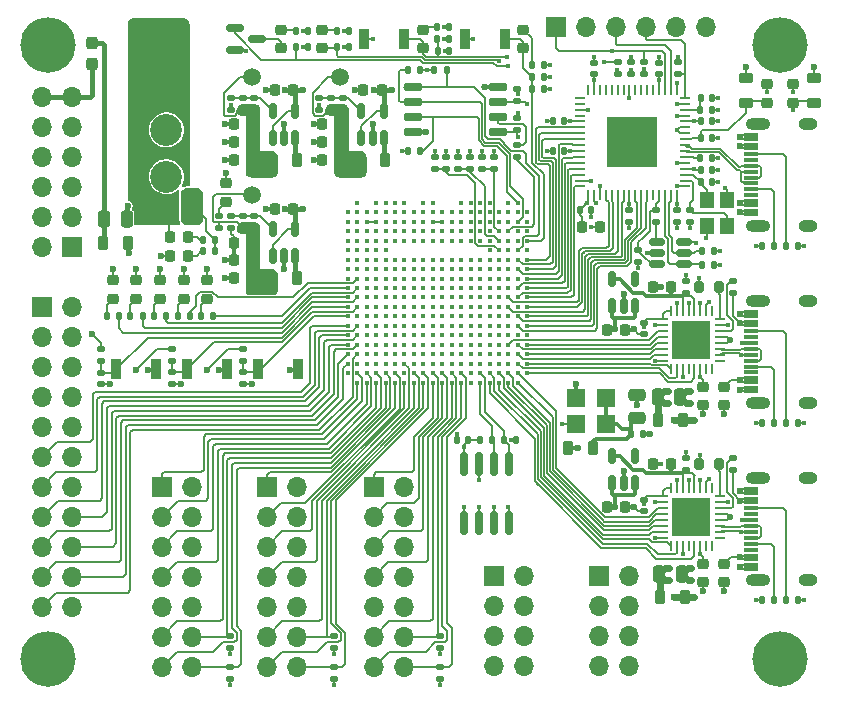
<source format=gbr>
%TF.GenerationSoftware,KiCad,Pcbnew,(5.99.0-10579-g11785b08fe)*%
%TF.CreationDate,2021-05-20T20:29:29+02:00*%
%TF.ProjectId,Mainboard,4d61696e-626f-4617-9264-2e6b69636164,1*%
%TF.SameCoordinates,Original*%
%TF.FileFunction,Copper,L1,Top*%
%TF.FilePolarity,Positive*%
%FSLAX46Y46*%
G04 Gerber Fmt 4.6, Leading zero omitted, Abs format (unit mm)*
G04 Created by KiCad (PCBNEW (5.99.0-10579-g11785b08fe)) date 2021-05-20 20:29:29*
%MOMM*%
%LPD*%
G01*
G04 APERTURE LIST*
G04 Aperture macros list*
%AMRoundRect*
0 Rectangle with rounded corners*
0 $1 Rounding radius*
0 $2 $3 $4 $5 $6 $7 $8 $9 X,Y pos of 4 corners*
0 Add a 4 corners polygon primitive as box body*
4,1,4,$2,$3,$4,$5,$6,$7,$8,$9,$2,$3,0*
0 Add four circle primitives for the rounded corners*
1,1,$1+$1,$2,$3*
1,1,$1+$1,$4,$5*
1,1,$1+$1,$6,$7*
1,1,$1+$1,$8,$9*
0 Add four rect primitives between the rounded corners*
20,1,$1+$1,$2,$3,$4,$5,0*
20,1,$1+$1,$4,$5,$6,$7,0*
20,1,$1+$1,$6,$7,$8,$9,0*
20,1,$1+$1,$8,$9,$2,$3,0*%
G04 Aperture macros list end*
%TA.AperFunction,SMDPad,CuDef*%
%ADD10RoundRect,0.237500X0.237500X-0.287500X0.237500X0.287500X-0.237500X0.287500X-0.237500X-0.287500X0*%
%TD*%
%TA.AperFunction,SMDPad,CuDef*%
%ADD11RoundRect,0.135000X0.135000X0.185000X-0.135000X0.185000X-0.135000X-0.185000X0.135000X-0.185000X0*%
%TD*%
%TA.AperFunction,SMDPad,CuDef*%
%ADD12RoundRect,0.237500X-0.287500X-0.237500X0.287500X-0.237500X0.287500X0.237500X-0.287500X0.237500X0*%
%TD*%
%TA.AperFunction,SMDPad,CuDef*%
%ADD13RoundRect,0.218750X0.218750X0.256250X-0.218750X0.256250X-0.218750X-0.256250X0.218750X-0.256250X0*%
%TD*%
%TA.AperFunction,SMDPad,CuDef*%
%ADD14RoundRect,0.225000X0.225000X0.250000X-0.225000X0.250000X-0.225000X-0.250000X0.225000X-0.250000X0*%
%TD*%
%TA.AperFunction,SMDPad,CuDef*%
%ADD15RoundRect,0.140000X0.170000X-0.140000X0.170000X0.140000X-0.170000X0.140000X-0.170000X-0.140000X0*%
%TD*%
%TA.AperFunction,SMDPad,CuDef*%
%ADD16RoundRect,0.200000X0.200000X0.275000X-0.200000X0.275000X-0.200000X-0.275000X0.200000X-0.275000X0*%
%TD*%
%TA.AperFunction,ComponentPad*%
%ADD17RoundRect,0.250001X-1.099999X1.099999X-1.099999X-1.099999X1.099999X-1.099999X1.099999X1.099999X0*%
%TD*%
%TA.AperFunction,ComponentPad*%
%ADD18C,2.700000*%
%TD*%
%TA.AperFunction,ComponentPad*%
%ADD19C,4.700000*%
%TD*%
%TA.AperFunction,SMDPad,CuDef*%
%ADD20RoundRect,0.225000X-0.225000X-0.250000X0.225000X-0.250000X0.225000X0.250000X-0.225000X0.250000X0*%
%TD*%
%TA.AperFunction,SMDPad,CuDef*%
%ADD21RoundRect,0.140000X-0.170000X0.140000X-0.170000X-0.140000X0.170000X-0.140000X0.170000X0.140000X0*%
%TD*%
%TA.AperFunction,SMDPad,CuDef*%
%ADD22RoundRect,0.225000X-0.250000X0.225000X-0.250000X-0.225000X0.250000X-0.225000X0.250000X0.225000X0*%
%TD*%
%TA.AperFunction,SMDPad,CuDef*%
%ADD23RoundRect,0.250000X-0.250000X-0.475000X0.250000X-0.475000X0.250000X0.475000X-0.250000X0.475000X0*%
%TD*%
%TA.AperFunction,SMDPad,CuDef*%
%ADD24R,1.150000X0.300000*%
%TD*%
%TA.AperFunction,ComponentPad*%
%ADD25O,1.600000X1.000000*%
%TD*%
%TA.AperFunction,ComponentPad*%
%ADD26O,2.100000X1.000000*%
%TD*%
%TA.AperFunction,SMDPad,CuDef*%
%ADD27RoundRect,0.218750X0.218750X0.381250X-0.218750X0.381250X-0.218750X-0.381250X0.218750X-0.381250X0*%
%TD*%
%TA.AperFunction,SMDPad,CuDef*%
%ADD28RoundRect,0.135000X0.185000X-0.135000X0.185000X0.135000X-0.185000X0.135000X-0.185000X-0.135000X0*%
%TD*%
%TA.AperFunction,SMDPad,CuDef*%
%ADD29RoundRect,0.135000X-0.135000X-0.185000X0.135000X-0.185000X0.135000X0.185000X-0.135000X0.185000X0*%
%TD*%
%TA.AperFunction,SMDPad,CuDef*%
%ADD30RoundRect,0.150000X0.150000X-0.512500X0.150000X0.512500X-0.150000X0.512500X-0.150000X-0.512500X0*%
%TD*%
%TA.AperFunction,SMDPad,CuDef*%
%ADD31RoundRect,0.062500X-0.375000X-0.062500X0.375000X-0.062500X0.375000X0.062500X-0.375000X0.062500X0*%
%TD*%
%TA.AperFunction,SMDPad,CuDef*%
%ADD32RoundRect,0.062500X-0.062500X-0.375000X0.062500X-0.375000X0.062500X0.375000X-0.062500X0.375000X0*%
%TD*%
%TA.AperFunction,SMDPad,CuDef*%
%ADD33R,3.300000X3.300000*%
%TD*%
%TA.AperFunction,SMDPad,CuDef*%
%ADD34RoundRect,0.140000X-0.140000X-0.170000X0.140000X-0.170000X0.140000X0.170000X-0.140000X0.170000X0*%
%TD*%
%TA.AperFunction,SMDPad,CuDef*%
%ADD35RoundRect,0.140000X0.140000X0.170000X-0.140000X0.170000X-0.140000X-0.170000X0.140000X-0.170000X0*%
%TD*%
%TA.AperFunction,SMDPad,CuDef*%
%ADD36RoundRect,0.218750X-0.381250X0.218750X-0.381250X-0.218750X0.381250X-0.218750X0.381250X0.218750X0*%
%TD*%
%TA.AperFunction,SMDPad,CuDef*%
%ADD37R,1.200000X1.400000*%
%TD*%
%TA.AperFunction,ComponentPad*%
%ADD38R,1.700000X1.700000*%
%TD*%
%TA.AperFunction,ComponentPad*%
%ADD39O,1.700000X1.700000*%
%TD*%
%TA.AperFunction,SMDPad,CuDef*%
%ADD40RoundRect,0.062500X0.337500X0.062500X-0.337500X0.062500X-0.337500X-0.062500X0.337500X-0.062500X0*%
%TD*%
%TA.AperFunction,SMDPad,CuDef*%
%ADD41RoundRect,0.062500X0.062500X0.337500X-0.062500X0.337500X-0.062500X-0.337500X0.062500X-0.337500X0*%
%TD*%
%TA.AperFunction,SMDPad,CuDef*%
%ADD42R,4.350000X4.350000*%
%TD*%
%TA.AperFunction,SMDPad,CuDef*%
%ADD43RoundRect,0.218750X-0.256250X0.218750X-0.256250X-0.218750X0.256250X-0.218750X0.256250X0.218750X0*%
%TD*%
%TA.AperFunction,SMDPad,CuDef*%
%ADD44RoundRect,0.135000X-0.185000X0.135000X-0.185000X-0.135000X0.185000X-0.135000X0.185000X0.135000X0*%
%TD*%
%TA.AperFunction,SMDPad,CuDef*%
%ADD45RoundRect,0.218750X-0.218750X-0.381250X0.218750X-0.381250X0.218750X0.381250X-0.218750X0.381250X0*%
%TD*%
%TA.AperFunction,SMDPad,CuDef*%
%ADD46R,0.900000X1.700000*%
%TD*%
%TA.AperFunction,SMDPad,CuDef*%
%ADD47C,1.500000*%
%TD*%
%TA.AperFunction,SMDPad,CuDef*%
%ADD48RoundRect,0.218750X0.256250X-0.218750X0.256250X0.218750X-0.256250X0.218750X-0.256250X-0.218750X0*%
%TD*%
%TA.AperFunction,SMDPad,CuDef*%
%ADD49RoundRect,0.225000X0.250000X-0.225000X0.250000X0.225000X-0.250000X0.225000X-0.250000X-0.225000X0*%
%TD*%
%TA.AperFunction,SMDPad,CuDef*%
%ADD50RoundRect,0.250000X0.475000X-0.250000X0.475000X0.250000X-0.475000X0.250000X-0.475000X-0.250000X0*%
%TD*%
%TA.AperFunction,SMDPad,CuDef*%
%ADD51RoundRect,0.150000X0.150000X-0.825000X0.150000X0.825000X-0.150000X0.825000X-0.150000X-0.825000X0*%
%TD*%
%TA.AperFunction,SMDPad,CuDef*%
%ADD52RoundRect,0.150000X-0.650000X-0.150000X0.650000X-0.150000X0.650000X0.150000X-0.650000X0.150000X0*%
%TD*%
%TA.AperFunction,SMDPad,CuDef*%
%ADD53RoundRect,0.218750X-0.218750X-0.256250X0.218750X-0.256250X0.218750X0.256250X-0.218750X0.256250X0*%
%TD*%
%TA.AperFunction,SMDPad,CuDef*%
%ADD54RoundRect,0.150000X-0.587500X-0.150000X0.587500X-0.150000X0.587500X0.150000X-0.587500X0.150000X0*%
%TD*%
%TA.AperFunction,SMDPad,CuDef*%
%ADD55C,0.400000*%
%TD*%
%TA.AperFunction,SMDPad,CuDef*%
%ADD56R,1.600000X1.500000*%
%TD*%
%TA.AperFunction,SMDPad,CuDef*%
%ADD57RoundRect,0.150000X-0.512500X-0.150000X0.512500X-0.150000X0.512500X0.150000X-0.512500X0.150000X0*%
%TD*%
%TA.AperFunction,ViaPad*%
%ADD58C,0.600000*%
%TD*%
%TA.AperFunction,ViaPad*%
%ADD59C,0.400000*%
%TD*%
%TA.AperFunction,Conductor*%
%ADD60C,0.400000*%
%TD*%
%TA.AperFunction,Conductor*%
%ADD61C,0.200000*%
%TD*%
%TA.AperFunction,Conductor*%
%ADD62C,0.127000*%
%TD*%
%TA.AperFunction,Conductor*%
%ADD63C,0.300000*%
%TD*%
%TA.AperFunction,Conductor*%
%ADD64C,0.175006*%
%TD*%
%TA.AperFunction,Conductor*%
%ADD65C,0.600000*%
%TD*%
%TA.AperFunction,Conductor*%
%ADD66C,0.150000*%
%TD*%
G04 APERTURE END LIST*
D10*
%TO.P,F2,1*%
%TO.N,/FPGA IO Right/3V3_EXP*%
X122750000Y-75625000D03*
%TO.P,F2,2*%
%TO.N,Net-(C3-Pad1)*%
X122750000Y-73875000D03*
%TD*%
D11*
%TO.P,R43,1*%
%TO.N,+5V*%
X133135000Y-90500000D03*
%TO.P,R43,2*%
%TO.N,Net-(D12-Pad1)*%
X132115000Y-90500000D03*
%TD*%
D12*
%TO.P,F1,1*%
%TO.N,/Power/PWR_IN*%
X129250000Y-88500000D03*
%TO.P,F1,2*%
%TO.N,+5V*%
X131000000Y-88500000D03*
%TD*%
D13*
%TO.P,D12,1,K*%
%TO.N,Net-(D12-Pad1)*%
X130912500Y-90250000D03*
%TO.P,D12,2,A*%
%TO.N,/Power/PWR_IN*%
X129337500Y-90250000D03*
%TD*%
D14*
%TO.P,C203,1*%
%TO.N,/USB2/1V8_USB*%
X171775000Y-109500000D03*
%TO.P,C203,2*%
%TO.N,GND*%
X170225000Y-109500000D03*
%TD*%
D15*
%TO.P,C107,1*%
%TO.N,/USB1/1V8_USB*%
X173000000Y-94980000D03*
%TO.P,C107,2*%
%TO.N,GND*%
X173000000Y-94020000D03*
%TD*%
D16*
%TO.P,R205,1*%
%TO.N,Net-(R205-Pad1)*%
X175825000Y-109500000D03*
%TO.P,R205,2*%
%TO.N,GND*%
X174175000Y-109500000D03*
%TD*%
%TO.P,R105,1*%
%TO.N,Net-(R105-Pad1)*%
X175825000Y-94500000D03*
%TO.P,R105,2*%
%TO.N,GND*%
X174175000Y-94500000D03*
%TD*%
D17*
%TO.P,J2,1,Pin_1*%
%TO.N,/Power/PWR_IN*%
X129050000Y-73282500D03*
D18*
%TO.P,J2,2,Pin_2*%
X129050000Y-77242500D03*
%TO.P,J2,3,Pin_3*%
%TO.N,GND*%
X129050000Y-81202500D03*
%TO.P,J2,4,Pin_4*%
X129050000Y-85162500D03*
%TD*%
D19*
%TO.P,H3,1,1*%
%TO.N,Earth*%
X181000000Y-74000000D03*
%TD*%
%TO.P,H4,1,1*%
%TO.N,Earth*%
X181000000Y-126000000D03*
%TD*%
%TO.P,H1,1,1*%
%TO.N,Earth*%
X119000000Y-74000000D03*
%TD*%
D20*
%TO.P,C102,1*%
%TO.N,/USB1/3V3_USB*%
X166350000Y-98125000D03*
%TO.P,C102,2*%
%TO.N,GND*%
X167900000Y-98125000D03*
%TD*%
D14*
%TO.P,C103,2*%
%TO.N,GND*%
X170225000Y-94500000D03*
%TO.P,C103,1*%
%TO.N,/USB1/1V8_USB*%
X171775000Y-94500000D03*
%TD*%
D21*
%TO.P,C105,1*%
%TO.N,/USB1/3V3_USB*%
X169500000Y-97520000D03*
%TO.P,C105,2*%
%TO.N,GND*%
X169500000Y-98480000D03*
%TD*%
D22*
%TO.P,C106,1*%
%TO.N,/USB1/3V3_USB*%
X174500000Y-102975000D03*
%TO.P,C106,2*%
%TO.N,GND*%
X174500000Y-104525000D03*
%TD*%
D20*
%TO.P,C202,1*%
%TO.N,/USB2/3V3_USB*%
X166350000Y-113125000D03*
%TO.P,C202,2*%
%TO.N,GND*%
X167900000Y-113125000D03*
%TD*%
D22*
%TO.P,C204,1*%
%TO.N,/USB2/VBUS*%
X176250000Y-117975000D03*
%TO.P,C204,2*%
%TO.N,GND*%
X176250000Y-119525000D03*
%TD*%
D21*
%TO.P,C205,1*%
%TO.N,/USB2/3V3_USB*%
X169500000Y-112520000D03*
%TO.P,C205,2*%
%TO.N,GND*%
X169500000Y-113480000D03*
%TD*%
D22*
%TO.P,C206,1*%
%TO.N,/USB2/3V3_USB*%
X174500000Y-117975000D03*
%TO.P,C206,2*%
%TO.N,GND*%
X174500000Y-119525000D03*
%TD*%
D15*
%TO.P,C207,1*%
%TO.N,/USB2/1V8_USB*%
X173000000Y-109980000D03*
%TO.P,C207,2*%
%TO.N,GND*%
X173000000Y-109020000D03*
%TD*%
D23*
%TO.P,C201,1*%
%TO.N,/USB2/3V3_USB*%
X170775000Y-118800000D03*
%TO.P,C201,2*%
%TO.N,GND*%
X172675000Y-118800000D03*
%TD*%
D24*
%TO.P,J101,A1,GND*%
%TO.N,GND*%
X178580000Y-103350000D03*
%TO.P,J101,A4,VBUS*%
%TO.N,/USB1/VBUS*%
X178580000Y-102550000D03*
%TO.P,J101,A5,CC1*%
%TO.N,/USB1/CC1*%
X178580000Y-101250000D03*
%TO.P,J101,A6,D+*%
%TO.N,/USB1/D+*%
X178580000Y-100250000D03*
%TO.P,J101,A7,D-*%
%TO.N,/USB1/D-*%
X178580000Y-99750000D03*
%TO.P,J101,A8,SBU1*%
%TO.N,unconnected-(J101-PadA8)*%
X178580000Y-98750000D03*
%TO.P,J101,A9,VBUS*%
%TO.N,/USB1/VBUS*%
X178580000Y-97450000D03*
%TO.P,J101,A12,GND*%
%TO.N,GND*%
X178580000Y-96650000D03*
%TO.P,J101,B1,GND*%
X178580000Y-96950000D03*
%TO.P,J101,B4,VBUS*%
%TO.N,/USB1/VBUS*%
X178580000Y-97750000D03*
%TO.P,J101,B5,CC2*%
%TO.N,/USB1/CC2*%
X178580000Y-98250000D03*
%TO.P,J101,B6,D+*%
%TO.N,/USB1/D+*%
X178580000Y-99250000D03*
%TO.P,J101,B7,D-*%
%TO.N,/USB1/D-*%
X178580000Y-100750000D03*
%TO.P,J101,B8,SBU2*%
%TO.N,unconnected-(J101-PadB8)*%
X178580000Y-101750000D03*
%TO.P,J101,B9,VBUS*%
%TO.N,/USB1/VBUS*%
X178580000Y-102250000D03*
%TO.P,J101,B12,GND*%
%TO.N,GND*%
X178580000Y-103050000D03*
D25*
%TO.P,J101,S1,SHIELD*%
%TO.N,Earth*%
X183325000Y-95680000D03*
X183325000Y-104320000D03*
D26*
X179145000Y-104320000D03*
X179145000Y-95680000D03*
%TD*%
D24*
%TO.P,J201,A1,GND*%
%TO.N,GND*%
X178580000Y-118350000D03*
%TO.P,J201,A4,VBUS*%
%TO.N,/USB2/VBUS*%
X178580000Y-117550000D03*
%TO.P,J201,A5,CC1*%
%TO.N,/USB2/CC1*%
X178580000Y-116250000D03*
%TO.P,J201,A6,D+*%
%TO.N,/USB2/D+*%
X178580000Y-115250000D03*
%TO.P,J201,A7,D-*%
%TO.N,/USB2/D-*%
X178580000Y-114750000D03*
%TO.P,J201,A8,SBU1*%
%TO.N,unconnected-(J201-PadA8)*%
X178580000Y-113750000D03*
%TO.P,J201,A9,VBUS*%
%TO.N,/USB2/VBUS*%
X178580000Y-112450000D03*
%TO.P,J201,A12,GND*%
%TO.N,GND*%
X178580000Y-111650000D03*
%TO.P,J201,B1,GND*%
X178580000Y-111950000D03*
%TO.P,J201,B4,VBUS*%
%TO.N,/USB2/VBUS*%
X178580000Y-112750000D03*
%TO.P,J201,B5,CC2*%
%TO.N,/USB2/CC2*%
X178580000Y-113250000D03*
%TO.P,J201,B6,D+*%
%TO.N,/USB2/D+*%
X178580000Y-114250000D03*
%TO.P,J201,B7,D-*%
%TO.N,/USB2/D-*%
X178580000Y-115750000D03*
%TO.P,J201,B8,SBU2*%
%TO.N,unconnected-(J201-PadB8)*%
X178580000Y-116750000D03*
%TO.P,J201,B9,VBUS*%
%TO.N,/USB2/VBUS*%
X178580000Y-117250000D03*
%TO.P,J201,B12,GND*%
%TO.N,GND*%
X178580000Y-118050000D03*
D25*
%TO.P,J201,S1,SHIELD*%
%TO.N,Earth*%
X183325000Y-119320000D03*
D26*
X179145000Y-110680000D03*
X179145000Y-119320000D03*
D25*
X183325000Y-110680000D03*
%TD*%
D27*
%TO.P,L101,1*%
%TO.N,+3V3*%
X172812500Y-105750000D03*
%TO.P,L101,2*%
%TO.N,/USB1/3V3_USB*%
X170687500Y-105750000D03*
%TD*%
D11*
%TO.P,R102,1*%
%TO.N,GND*%
X182510000Y-106000000D03*
%TO.P,R102,2*%
%TO.N,/USB1/CC2*%
X181490000Y-106000000D03*
%TD*%
D28*
%TO.P,R104,1*%
%TO.N,/USB1/VBUS*%
X177000000Y-95010000D03*
%TO.P,R104,2*%
%TO.N,Net-(R104-Pad2)*%
X177000000Y-93990000D03*
%TD*%
D29*
%TO.P,R201,1*%
%TO.N,GND*%
X179490000Y-121000000D03*
%TO.P,R201,2*%
%TO.N,/USB2/CC1*%
X180510000Y-121000000D03*
%TD*%
D11*
%TO.P,R202,1*%
%TO.N,GND*%
X182510000Y-121000000D03*
%TO.P,R202,2*%
%TO.N,/USB2/CC2*%
X181490000Y-121000000D03*
%TD*%
D28*
%TO.P,R204,1*%
%TO.N,/USB2/VBUS*%
X177000000Y-110010000D03*
%TO.P,R204,2*%
%TO.N,Net-(R204-Pad2)*%
X177000000Y-108990000D03*
%TD*%
D30*
%TO.P,U102,1,VIN*%
%TO.N,/USB1/3V3_USB*%
X166800000Y-96137500D03*
%TO.P,U102,2,GND*%
%TO.N,GND*%
X167750000Y-96137500D03*
%TO.P,U102,3,EN*%
%TO.N,/USB1/3V3_USB*%
X168700000Y-96137500D03*
%TO.P,U102,4,NC*%
%TO.N,unconnected-(U102-Pad4)*%
X168700000Y-93862500D03*
%TO.P,U102,5,VOUT*%
%TO.N,/USB1/1V8_USB*%
X166800000Y-93862500D03*
%TD*%
D31*
%TO.P,U101,1,CLKOUT*%
%TO.N,/USB1/3V3_USB*%
X171062500Y-97250000D03*
%TO.P,U101,2,NXT*%
%TO.N,/FPGA IO Left/ULPI1.NXT*%
X171062500Y-97750000D03*
%TO.P,U101,3,DATA0*%
%TO.N,/FPGA IO Left/ULPI1.D_{0}*%
X171062500Y-98250000D03*
%TO.P,U101,4,DATA1*%
%TO.N,/FPGA IO Left/ULPI1.D_{1}*%
X171062500Y-98750000D03*
%TO.P,U101,5,DATA2*%
%TO.N,/FPGA IO Left/ULPI1.D_{2}*%
X171062500Y-99250000D03*
%TO.P,U101,6,DATA3*%
%TO.N,/FPGA IO Left/ULPI1.D_{3}*%
X171062500Y-99750000D03*
%TO.P,U101,7,DATA4*%
%TO.N,/FPGA IO Left/ULPI1.D_{4}*%
X171062500Y-100250000D03*
%TO.P,U101,8,REFSEL0*%
%TO.N,/USB1/3V3_USB*%
X171062500Y-100750000D03*
D32*
%TO.P,U101,9,DATA5*%
%TO.N,/FPGA IO Left/ULPI1.D_{5}*%
X171750000Y-101437500D03*
%TO.P,U101,10,DATA6*%
%TO.N,/FPGA IO Left/ULPI1.D_{6}*%
X172250000Y-101437500D03*
%TO.P,U101,11,REFSEL1*%
%TO.N,/USB1/3V3_USB*%
X172750000Y-101437500D03*
%TO.P,U101,12*%
%TO.N,unconnected-(U101-Pad12)*%
X173250000Y-101437500D03*
%TO.P,U101,13,DATA7*%
%TO.N,/FPGA IO Left/ULPI1.D_{7}*%
X173750000Y-101437500D03*
%TO.P,U101,14,REFSEL2*%
%TO.N,/USB1/3V3_USB*%
X174250000Y-101437500D03*
%TO.P,U101,15,SPK_L*%
%TO.N,unconnected-(U101-Pad15)*%
X174750000Y-101437500D03*
%TO.P,U101,16,SPK_R*%
%TO.N,unconnected-(U101-Pad16)*%
X175250000Y-101437500D03*
D31*
%TO.P,U101,17,CPEN*%
%TO.N,unconnected-(U101-Pad17)*%
X175937500Y-100750000D03*
%TO.P,U101,18,DP*%
%TO.N,/USB1/D+*%
X175937500Y-100250000D03*
%TO.P,U101,19,DM*%
%TO.N,/USB1/D-*%
X175937500Y-99750000D03*
%TO.P,U101,20,VDD33*%
%TO.N,/USB1/3V3_USB*%
X175937500Y-99250000D03*
%TO.P,U101,21,VBAT*%
X175937500Y-98750000D03*
%TO.P,U101,22,VBUS*%
%TO.N,Net-(R104-Pad2)*%
X175937500Y-98250000D03*
%TO.P,U101,23,ID*%
%TO.N,/USB1/3V3_USB*%
X175937500Y-97750000D03*
%TO.P,U101,24,RBIAS*%
%TO.N,Net-(R105-Pad1)*%
X175937500Y-97250000D03*
D32*
%TO.P,U101,25,XO*%
%TO.N,unconnected-(U101-Pad25)*%
X175250000Y-96562500D03*
%TO.P,U101,26,REFCLK*%
%TO.N,/FPGA IO Left/ULPI1.CLK*%
X174750000Y-96562500D03*
%TO.P,U101,27,RESETB*%
%TO.N,/FPGA IO Left/ULPI1.RST*%
X174250000Y-96562500D03*
%TO.P,U101,28,VDD18*%
%TO.N,/USB1/1V8_USB*%
X173750000Y-96562500D03*
%TO.P,U101,29,STP*%
%TO.N,/FPGA IO Left/ULPI1.STP*%
X173250000Y-96562500D03*
%TO.P,U101,30,VDD18*%
%TO.N,/USB1/1V8_USB*%
X172750000Y-96562500D03*
%TO.P,U101,31,DIR*%
%TO.N,/FPGA IO Left/ULPI1.DIR*%
X172250000Y-96562500D03*
%TO.P,U101,32,VDDIO*%
%TO.N,/USB1/3V3_USB*%
X171750000Y-96562500D03*
D33*
%TO.P,U101,33,GND*%
%TO.N,GND*%
X173500000Y-99000000D03*
%TD*%
D30*
%TO.P,U202,1,VIN*%
%TO.N,/USB2/3V3_USB*%
X166800000Y-111137500D03*
%TO.P,U202,2,GND*%
%TO.N,GND*%
X167750000Y-111137500D03*
%TO.P,U202,3,EN*%
%TO.N,/USB2/3V3_USB*%
X168700000Y-111137500D03*
%TO.P,U202,4,NC*%
%TO.N,unconnected-(U202-Pad4)*%
X168700000Y-108862500D03*
%TO.P,U202,5,VOUT*%
%TO.N,/USB2/1V8_USB*%
X166800000Y-108862500D03*
%TD*%
D31*
%TO.P,U201,1,CLKOUT*%
%TO.N,/USB2/3V3_USB*%
X171062500Y-112250000D03*
%TO.P,U201,2,NXT*%
%TO.N,/FPGA IO Left/ULPI2.NXT*%
X171062500Y-112750000D03*
%TO.P,U201,3,DATA0*%
%TO.N,/FPGA IO Left/ULPI2.D_{0}*%
X171062500Y-113250000D03*
%TO.P,U201,4,DATA1*%
%TO.N,/FPGA IO Left/ULPI2.D_{1}*%
X171062500Y-113750000D03*
%TO.P,U201,5,DATA2*%
%TO.N,/FPGA IO Left/ULPI2.D_{2}*%
X171062500Y-114250000D03*
%TO.P,U201,6,DATA3*%
%TO.N,/FPGA IO Left/ULPI2.D_{3}*%
X171062500Y-114750000D03*
%TO.P,U201,7,DATA4*%
%TO.N,/FPGA IO Left/ULPI2.D_{4}*%
X171062500Y-115250000D03*
%TO.P,U201,8,REFSEL0*%
%TO.N,/USB2/3V3_USB*%
X171062500Y-115750000D03*
D32*
%TO.P,U201,9,DATA5*%
%TO.N,/FPGA IO Left/ULPI2.D_{5}*%
X171750000Y-116437500D03*
%TO.P,U201,10,DATA6*%
%TO.N,/FPGA IO Left/ULPI2.D_{6}*%
X172250000Y-116437500D03*
%TO.P,U201,11,REFSEL1*%
%TO.N,/USB2/3V3_USB*%
X172750000Y-116437500D03*
%TO.P,U201,12*%
%TO.N,unconnected-(U201-Pad12)*%
X173250000Y-116437500D03*
%TO.P,U201,13,DATA7*%
%TO.N,/FPGA IO Left/ULPI2.D_{7}*%
X173750000Y-116437500D03*
%TO.P,U201,14,REFSEL2*%
%TO.N,/USB2/3V3_USB*%
X174250000Y-116437500D03*
%TO.P,U201,15,SPK_L*%
%TO.N,unconnected-(U201-Pad15)*%
X174750000Y-116437500D03*
%TO.P,U201,16,SPK_R*%
%TO.N,unconnected-(U201-Pad16)*%
X175250000Y-116437500D03*
D31*
%TO.P,U201,17,CPEN*%
%TO.N,unconnected-(U201-Pad17)*%
X175937500Y-115750000D03*
%TO.P,U201,18,DP*%
%TO.N,/USB2/D+*%
X175937500Y-115250000D03*
%TO.P,U201,19,DM*%
%TO.N,/USB2/D-*%
X175937500Y-114750000D03*
%TO.P,U201,20,VDD33*%
%TO.N,/USB2/3V3_USB*%
X175937500Y-114250000D03*
%TO.P,U201,21,VBAT*%
X175937500Y-113750000D03*
%TO.P,U201,22,VBUS*%
%TO.N,Net-(R204-Pad2)*%
X175937500Y-113250000D03*
%TO.P,U201,23,ID*%
%TO.N,/USB2/3V3_USB*%
X175937500Y-112750000D03*
%TO.P,U201,24,RBIAS*%
%TO.N,Net-(R205-Pad1)*%
X175937500Y-112250000D03*
D32*
%TO.P,U201,25,XO*%
%TO.N,unconnected-(U201-Pad25)*%
X175250000Y-111562500D03*
%TO.P,U201,26,REFCLK*%
%TO.N,/FPGA IO Left/ULPI2.CLK*%
X174750000Y-111562500D03*
%TO.P,U201,27,RESETB*%
%TO.N,/FPGA IO Left/ULPI2.RST*%
X174250000Y-111562500D03*
%TO.P,U201,28,VDD18*%
%TO.N,/USB2/1V8_USB*%
X173750000Y-111562500D03*
%TO.P,U201,29,STP*%
%TO.N,/FPGA IO Left/ULPI2.STP*%
X173250000Y-111562500D03*
%TO.P,U201,30,VDD18*%
%TO.N,/USB2/1V8_USB*%
X172750000Y-111562500D03*
%TO.P,U201,31,DIR*%
%TO.N,/FPGA IO Left/ULPI2.DIR*%
X172250000Y-111562500D03*
%TO.P,U201,32,VDDIO*%
%TO.N,/USB2/3V3_USB*%
X171750000Y-111562500D03*
D33*
%TO.P,U201,33,GND*%
%TO.N,GND*%
X173500000Y-114000000D03*
%TD*%
D29*
%TO.P,R101,1*%
%TO.N,GND*%
X179490000Y-106000000D03*
%TO.P,R101,2*%
%TO.N,/USB1/CC1*%
X180510000Y-106000000D03*
%TD*%
D22*
%TO.P,C104,1*%
%TO.N,/USB1/VBUS*%
X176250000Y-102975000D03*
%TO.P,C104,2*%
%TO.N,GND*%
X176250000Y-104525000D03*
%TD*%
D23*
%TO.P,C101,1*%
%TO.N,/USB1/3V3_USB*%
X170650000Y-103800000D03*
%TO.P,C101,2*%
%TO.N,GND*%
X172550000Y-103800000D03*
%TD*%
D27*
%TO.P,L201,1*%
%TO.N,+3V3*%
X172937500Y-120750000D03*
%TO.P,L201,2*%
%TO.N,/USB2/3V3_USB*%
X170812500Y-120750000D03*
%TD*%
D24*
%TO.P,J501,A1,GND*%
%TO.N,GND*%
X178580000Y-88350000D03*
%TO.P,J501,A4,VBUS*%
%TO.N,/Debug/VBUS*%
X178580000Y-87550000D03*
%TO.P,J501,A5,CC1*%
%TO.N,/Debug/CC1*%
X178580000Y-86250000D03*
%TO.P,J501,A6,D+*%
%TO.N,/Debug/D+*%
X178580000Y-85250000D03*
%TO.P,J501,A7,D-*%
%TO.N,/Debug/D-*%
X178580000Y-84750000D03*
%TO.P,J501,A8,SBU1*%
%TO.N,unconnected-(J501-PadA8)*%
X178580000Y-83750000D03*
%TO.P,J501,A9,VBUS*%
%TO.N,/Debug/VBUS*%
X178580000Y-82450000D03*
%TO.P,J501,A12,GND*%
%TO.N,GND*%
X178580000Y-81650000D03*
%TO.P,J501,B1,GND*%
X178580000Y-81950000D03*
%TO.P,J501,B4,VBUS*%
%TO.N,/Debug/VBUS*%
X178580000Y-82750000D03*
%TO.P,J501,B5,CC2*%
%TO.N,/Debug/CC2*%
X178580000Y-83250000D03*
%TO.P,J501,B6,D+*%
%TO.N,/Debug/D+*%
X178580000Y-84250000D03*
%TO.P,J501,B7,D-*%
%TO.N,/Debug/D-*%
X178580000Y-85750000D03*
%TO.P,J501,B8,SBU2*%
%TO.N,unconnected-(J501-PadB8)*%
X178580000Y-86750000D03*
%TO.P,J501,B9,VBUS*%
%TO.N,/Debug/VBUS*%
X178580000Y-87250000D03*
%TO.P,J501,B12,GND*%
%TO.N,GND*%
X178580000Y-88050000D03*
D25*
%TO.P,J501,S1,SHIELD*%
%TO.N,Earth*%
X183325000Y-80680000D03*
D26*
X179145000Y-80680000D03*
D25*
X183325000Y-89320000D03*
D26*
X179145000Y-89320000D03*
%TD*%
D29*
%TO.P,R501,1*%
%TO.N,GND*%
X179490000Y-91000000D03*
%TO.P,R501,2*%
%TO.N,/Debug/CC1*%
X180510000Y-91000000D03*
%TD*%
D11*
%TO.P,R502,1*%
%TO.N,GND*%
X182510000Y-91000000D03*
%TO.P,R502,2*%
%TO.N,/Debug/CC2*%
X181490000Y-91000000D03*
%TD*%
D21*
%TO.P,C501,1*%
%TO.N,/Debug/OSCI*%
X173375000Y-88020000D03*
%TO.P,C501,2*%
%TO.N,GND*%
X173375000Y-88980000D03*
%TD*%
D34*
%TO.P,C502,1*%
%TO.N,/Debug/OSCO*%
X174270000Y-85625000D03*
%TO.P,C502,2*%
%TO.N,GND*%
X175230000Y-85625000D03*
%TD*%
%TO.P,C506,1*%
%TO.N,/Debug/VPLL*%
X174270000Y-81875000D03*
%TO.P,C506,2*%
%TO.N,GND*%
X175230000Y-81875000D03*
%TD*%
D35*
%TO.P,C507,1*%
%TO.N,/Debug/VCORE*%
X162730000Y-80500000D03*
%TO.P,C507,2*%
%TO.N,GND*%
X161770000Y-80500000D03*
%TD*%
D34*
%TO.P,C509,1*%
%TO.N,/Debug/VCORE*%
X174270000Y-80500000D03*
%TO.P,C509,2*%
%TO.N,GND*%
X175230000Y-80500000D03*
%TD*%
D35*
%TO.P,C510,1*%
%TO.N,+3V3*%
X162730000Y-83000000D03*
%TO.P,C510,2*%
%TO.N,GND*%
X161770000Y-83000000D03*
%TD*%
D15*
%TO.P,C511,1*%
%TO.N,+3V3*%
X170750000Y-76480000D03*
%TO.P,C511,2*%
%TO.N,GND*%
X170750000Y-75520000D03*
%TD*%
%TO.P,C512,1*%
%TO.N,+3V3*%
X165250000Y-76480000D03*
%TO.P,C512,2*%
%TO.N,GND*%
X165250000Y-75520000D03*
%TD*%
D34*
%TO.P,C514,1*%
%TO.N,/Debug/VCORE*%
X164020000Y-88000000D03*
%TO.P,C514,2*%
%TO.N,GND*%
X164980000Y-88000000D03*
%TD*%
D20*
%TO.P,C515,1*%
%TO.N,/Debug/VCORE*%
X164225000Y-89400000D03*
%TO.P,C515,2*%
%TO.N,GND*%
X165775000Y-89400000D03*
%TD*%
D36*
%TO.P,L1,1*%
%TO.N,+3V3*%
X178125000Y-76812500D03*
%TO.P,L1,2*%
%TO.N,/Debug/VPLL*%
X178125000Y-78937500D03*
%TD*%
%TO.P,L501,1*%
%TO.N,+3V3*%
X183875000Y-76812500D03*
%TO.P,L501,2*%
%TO.N,/Debug/VPHY*%
X183875000Y-78937500D03*
%TD*%
D28*
%TO.P,R508,1*%
%TO.N,Net-(R508-Pad1)*%
X170500000Y-89010000D03*
%TO.P,R508,2*%
%TO.N,/Debug/EEDATA*%
X170500000Y-87990000D03*
%TD*%
D37*
%TO.P,Y501,1,1*%
%TO.N,/Debug/OSCO*%
X174775000Y-87150000D03*
%TO.P,Y501,2,2*%
%TO.N,GND*%
X174775000Y-89350000D03*
%TO.P,Y501,3,3*%
%TO.N,/Debug/OSCI*%
X176475000Y-89350000D03*
%TO.P,Y501,4,4*%
%TO.N,GND*%
X176475000Y-87150000D03*
%TD*%
D21*
%TO.P,C508,1*%
%TO.N,/Debug/VCORE*%
X172250000Y-88020000D03*
%TO.P,C508,2*%
%TO.N,GND*%
X172250000Y-88980000D03*
%TD*%
D28*
%TO.P,R601,1*%
%TO.N,+3V3*%
X152200000Y-125110000D03*
%TO.P,R601,2*%
%TO.N,/Audio IO/I2C1.SDA*%
X152200000Y-124090000D03*
%TD*%
%TO.P,R602,1*%
%TO.N,+3V3*%
X152200000Y-127710000D03*
%TO.P,R602,2*%
%TO.N,/Audio IO/I2C1.SCL*%
X152200000Y-126690000D03*
%TD*%
%TO.P,R611,1*%
%TO.N,+3V3*%
X143200000Y-125110000D03*
%TO.P,R611,2*%
%TO.N,/Audio IO/I2C2.SDA*%
X143200000Y-124090000D03*
%TD*%
%TO.P,R612,1*%
%TO.N,+3V3*%
X143200000Y-127710000D03*
%TO.P,R612,2*%
%TO.N,/Audio IO/I2C2.SCL*%
X143200000Y-126690000D03*
%TD*%
%TO.P,R621,1*%
%TO.N,+3V3*%
X134400000Y-125110000D03*
%TO.P,R621,2*%
%TO.N,/Audio IO/I2C3.SDA*%
X134400000Y-124090000D03*
%TD*%
%TO.P,R622,1*%
%TO.N,+3V3*%
X134400000Y-127710000D03*
%TO.P,R622,2*%
%TO.N,/Audio IO/I2C3.SCL*%
X134400000Y-126690000D03*
%TD*%
D19*
%TO.P,H2,1,1*%
%TO.N,Earth*%
X119000000Y-126000000D03*
%TD*%
D38*
%TO.P,J611,1,Pin_1*%
%TO.N,/Audio IO/I2S2.MCLK*%
X137540000Y-111430000D03*
D39*
%TO.P,J611,2,Pin_2*%
%TO.N,GND*%
X140080000Y-111430000D03*
%TO.P,J611,3,Pin_3*%
%TO.N,/Audio IO/I2S2.BCLK*%
X137540000Y-113970000D03*
%TO.P,J611,4,Pin_4*%
%TO.N,GND*%
X140080000Y-113970000D03*
%TO.P,J611,5,Pin_5*%
%TO.N,/Audio IO/I2S2.LRCLK*%
X137540000Y-116510000D03*
%TO.P,J611,6,Pin_6*%
%TO.N,GND*%
X140080000Y-116510000D03*
%TO.P,J611,7,Pin_7*%
%TO.N,/Audio IO/I2S2.SDIN*%
X137540000Y-119050000D03*
%TO.P,J611,8,Pin_8*%
%TO.N,GND*%
X140080000Y-119050000D03*
%TO.P,J611,9,Pin_9*%
X137540000Y-121590000D03*
%TO.P,J611,10,Pin_10*%
X140080000Y-121590000D03*
%TO.P,J611,11,Pin_11*%
%TO.N,/Audio IO/Mute2*%
X137540000Y-124130000D03*
%TO.P,J611,12,Pin_12*%
%TO.N,/Audio IO/I2C2.SDA*%
X140080000Y-124130000D03*
%TO.P,J611,13,Pin_13*%
%TO.N,/Audio IO/IRQ2*%
X137540000Y-126670000D03*
%TO.P,J611,14,Pin_14*%
%TO.N,/Audio IO/I2C2.SCL*%
X140080000Y-126670000D03*
%TD*%
D38*
%TO.P,J621,1,Pin_1*%
%TO.N,/Audio IO/I2S3.MCLK*%
X128650000Y-111430000D03*
D39*
%TO.P,J621,2,Pin_2*%
%TO.N,GND*%
X131190000Y-111430000D03*
%TO.P,J621,3,Pin_3*%
%TO.N,/Audio IO/I2S3.BCLK*%
X128650000Y-113970000D03*
%TO.P,J621,4,Pin_4*%
%TO.N,GND*%
X131190000Y-113970000D03*
%TO.P,J621,5,Pin_5*%
%TO.N,/Audio IO/I2S3.LRCLK*%
X128650000Y-116510000D03*
%TO.P,J621,6,Pin_6*%
%TO.N,GND*%
X131190000Y-116510000D03*
%TO.P,J621,7,Pin_7*%
%TO.N,/Audio IO/I2S3.SDIN*%
X128650000Y-119050000D03*
%TO.P,J621,8,Pin_8*%
%TO.N,GND*%
X131190000Y-119050000D03*
%TO.P,J621,9,Pin_9*%
X128650000Y-121590000D03*
%TO.P,J621,10,Pin_10*%
X131190000Y-121590000D03*
%TO.P,J621,11,Pin_11*%
%TO.N,/Audio IO/Mute3*%
X128650000Y-124130000D03*
%TO.P,J621,12,Pin_12*%
%TO.N,/Audio IO/I2C3.SDA*%
X131190000Y-124130000D03*
%TO.P,J621,13,Pin_13*%
%TO.N,/Audio IO/IRQ3*%
X128650000Y-126670000D03*
%TO.P,J621,14,Pin_14*%
%TO.N,/Audio IO/I2C3.SCL*%
X131190000Y-126670000D03*
%TD*%
D38*
%TO.P,J702,1,Pin_1*%
%TO.N,/Audio IO/I2S5.MCLK*%
X156740000Y-119010000D03*
D39*
%TO.P,J702,2,Pin_2*%
%TO.N,GND*%
X159280000Y-119010000D03*
%TO.P,J702,3,Pin_3*%
%TO.N,/Audio IO/I2S5.BCLK*%
X156740000Y-121550000D03*
%TO.P,J702,4,Pin_4*%
%TO.N,GND*%
X159280000Y-121550000D03*
%TO.P,J702,5,Pin_5*%
%TO.N,/Audio IO/I2S5.LRCLK*%
X156740000Y-124090000D03*
%TO.P,J702,6,Pin_6*%
%TO.N,GND*%
X159280000Y-124090000D03*
%TO.P,J702,7,Pin_7*%
%TO.N,/Audio IO/I2S5.SDOUT*%
X156740000Y-126630000D03*
%TO.P,J702,8,Pin_8*%
%TO.N,GND*%
X159280000Y-126630000D03*
%TD*%
D38*
%TO.P,J701,1,Pin_1*%
%TO.N,/Audio IO/I2S4.MCLK*%
X165630000Y-119010000D03*
D39*
%TO.P,J701,2,Pin_2*%
%TO.N,GND*%
X168170000Y-119010000D03*
%TO.P,J701,3,Pin_3*%
%TO.N,/Audio IO/I2S4.BCLK*%
X165630000Y-121550000D03*
%TO.P,J701,4,Pin_4*%
%TO.N,GND*%
X168170000Y-121550000D03*
%TO.P,J701,5,Pin_5*%
%TO.N,/Audio IO/I2S4.LRCLK*%
X165630000Y-124090000D03*
%TO.P,J701,6,Pin_6*%
%TO.N,GND*%
X168170000Y-124090000D03*
%TO.P,J701,7,Pin_7*%
%TO.N,/Audio IO/I2S4.SDOUT*%
X165630000Y-126630000D03*
%TO.P,J701,8,Pin_8*%
%TO.N,GND*%
X168170000Y-126630000D03*
%TD*%
D38*
%TO.P,J601,1,Pin_1*%
%TO.N,/Audio IO/I2S1.MCLK*%
X146580000Y-111430000D03*
D39*
%TO.P,J601,2,Pin_2*%
%TO.N,GND*%
X149120000Y-111430000D03*
%TO.P,J601,3,Pin_3*%
%TO.N,/Audio IO/I2S1.BCLK*%
X146580000Y-113970000D03*
%TO.P,J601,4,Pin_4*%
%TO.N,GND*%
X149120000Y-113970000D03*
%TO.P,J601,5,Pin_5*%
%TO.N,/Audio IO/I2S1.LRCLK*%
X146580000Y-116510000D03*
%TO.P,J601,6,Pin_6*%
%TO.N,GND*%
X149120000Y-116510000D03*
%TO.P,J601,7,Pin_7*%
%TO.N,/Audio IO/I2S1.SDIN*%
X146580000Y-119050000D03*
%TO.P,J601,8,Pin_8*%
%TO.N,GND*%
X149120000Y-119050000D03*
%TO.P,J601,9,Pin_9*%
X146580000Y-121590000D03*
%TO.P,J601,10,Pin_10*%
X149120000Y-121590000D03*
%TO.P,J601,11,Pin_11*%
%TO.N,/Audio IO/Mute1*%
X146580000Y-124130000D03*
%TO.P,J601,12,Pin_12*%
%TO.N,/Audio IO/I2C1.SDA*%
X149120000Y-124130000D03*
%TO.P,J601,13,Pin_13*%
%TO.N,/Audio IO/IRQ1*%
X146580000Y-126670000D03*
%TO.P,J601,14,Pin_14*%
%TO.N,/Audio IO/I2C1.SCL*%
X149120000Y-126670000D03*
%TD*%
D38*
%TO.P,J801,1,Pin_1*%
%TO.N,/FPGA IO Right/SW_SER_CP*%
X118485000Y-96190000D03*
D39*
%TO.P,J801,2,Pin_2*%
%TO.N,/FPGA IO Right/SW_SER_DATA*%
X121025000Y-96190000D03*
%TO.P,J801,3,Pin_3*%
%TO.N,/FPGA IO Right/~SW_SER_PL*%
X118485000Y-98730000D03*
%TO.P,J801,4,Pin_4*%
%TO.N,/FPGA IO Right/~SW_SER_CE*%
X121025000Y-98730000D03*
%TO.P,J801,5,Pin_5*%
%TO.N,/FPGA IO Right/~LED_OE*%
X118485000Y-101270000D03*
%TO.P,J801,6,Pin_6*%
%TO.N,/FPGA IO Right/LED_LE*%
X121025000Y-101270000D03*
%TO.P,J801,7,Pin_7*%
%TO.N,/FPGA IO Right/~LED_DISPLAY_OE*%
X118485000Y-103810000D03*
%TO.P,J801,8,Pin_8*%
%TO.N,/FPGA IO Right/LED_CLK*%
X121025000Y-103810000D03*
%TO.P,J801,9,Pin_9*%
%TO.N,/FPGA IO Right/~LED_SW_OE*%
X118485000Y-106350000D03*
%TO.P,J801,10,Pin_10*%
%TO.N,/FPGA IO Right/LED_DATA*%
X121025000Y-106350000D03*
%TO.P,J801,11,Pin_11*%
%TO.N,/FPGA IO Right/B*%
X118485000Y-108890000D03*
%TO.P,J801,12,Pin_12*%
%TO.N,GND*%
X121025000Y-108890000D03*
%TO.P,J801,13,Pin_13*%
%TO.N,/FPGA IO Right/A*%
X118485000Y-111430000D03*
%TO.P,J801,14,Pin_14*%
%TO.N,GND*%
X121025000Y-111430000D03*
%TO.P,J801,15,Pin_15*%
%TO.N,/FPGA IO Right/VPOT_A_{2}*%
X118485000Y-113970000D03*
%TO.P,J801,16,Pin_16*%
%TO.N,/FPGA IO Right/VPOT_A_{1}*%
X121025000Y-113970000D03*
%TO.P,J801,17,Pin_17*%
%TO.N,/FPGA IO Right/VPOT_A_{3}*%
X118485000Y-116510000D03*
%TO.P,J801,18,Pin_18*%
%TO.N,/FPGA IO Right/VPOT_A_{0}*%
X121025000Y-116510000D03*
%TO.P,J801,19,Pin_19*%
%TO.N,/FPGA IO Right/~POTI_CS*%
X118485000Y-119050000D03*
%TO.P,J801,20,Pin_20*%
%TO.N,/FPGA IO Right/POTI_SDO*%
X121025000Y-119050000D03*
%TO.P,J801,21,Pin_21*%
%TO.N,/FPGA IO Right/POTI_CLK*%
X118485000Y-121590000D03*
%TO.P,J801,22,Pin_22*%
%TO.N,GND*%
X121025000Y-121590000D03*
%TD*%
D40*
%TO.P,U501,1,GND*%
%TO.N,GND*%
X172950000Y-86000000D03*
%TO.P,U501,2,OSCI*%
%TO.N,/Debug/OSCI*%
X172950000Y-85500000D03*
%TO.P,U501,3,OSCO*%
%TO.N,/Debug/OSCO*%
X172950000Y-85000000D03*
%TO.P,U501,4,VPHY*%
%TO.N,/Debug/VPHY*%
X172950000Y-84500000D03*
%TO.P,U501,5,GND*%
%TO.N,GND*%
X172950000Y-84000000D03*
%TO.P,U501,6,REF*%
%TO.N,/Debug/REF*%
X172950000Y-83500000D03*
%TO.P,U501,7,DM*%
%TO.N,/Debug/D-*%
X172950000Y-83000000D03*
%TO.P,U501,8,DP*%
%TO.N,/Debug/D+*%
X172950000Y-82500000D03*
%TO.P,U501,9,VPLL*%
%TO.N,/Debug/VPLL*%
X172950000Y-82000000D03*
%TO.P,U501,10,AGND*%
%TO.N,GND*%
X172950000Y-81500000D03*
%TO.P,U501,11,GND*%
X172950000Y-81000000D03*
%TO.P,U501,12,VCORE*%
%TO.N,/Debug/VCORE*%
X172950000Y-80500000D03*
%TO.P,U501,13,TEST*%
%TO.N,GND*%
X172950000Y-80000000D03*
%TO.P,U501,14,~RESET*%
%TO.N,/Debug/RST_FT2232*%
X172950000Y-79500000D03*
%TO.P,U501,15,GND*%
%TO.N,GND*%
X172950000Y-79000000D03*
%TO.P,U501,16,ADBUS0*%
%TO.N,/Debug/JTAG.TCK*%
X172950000Y-78500000D03*
D41*
%TO.P,U501,17,ADBUS1*%
%TO.N,/Debug/JTAG.TDI*%
X172250000Y-77800000D03*
%TO.P,U501,18,ADBUS2*%
%TO.N,/Debug/JTAG.TDO*%
X171750000Y-77800000D03*
%TO.P,U501,19,ADBUS3*%
%TO.N,/Debug/JTAG.TMS*%
X171250000Y-77800000D03*
%TO.P,U501,20,VCCIO*%
%TO.N,+3V3*%
X170750000Y-77800000D03*
%TO.P,U501,21,ADBUS4*%
%TO.N,unconnected-(U501-Pad21)*%
X170250000Y-77800000D03*
%TO.P,U501,22,ADBUS5*%
%TO.N,unconnected-(U501-Pad22)*%
X169750000Y-77800000D03*
%TO.P,U501,23,ADBUS6*%
%TO.N,unconnected-(U501-Pad23)*%
X169250000Y-77800000D03*
%TO.P,U501,24,ADBUS7*%
%TO.N,unconnected-(U501-Pad24)*%
X168750000Y-77800000D03*
%TO.P,U501,25,GND*%
%TO.N,GND*%
X168250000Y-77800000D03*
%TO.P,U501,26,ACBUS0*%
%TO.N,unconnected-(U501-Pad26)*%
X167750000Y-77800000D03*
%TO.P,U501,27,ACBUS1*%
%TO.N,unconnected-(U501-Pad27)*%
X167250000Y-77800000D03*
%TO.P,U501,28,ACBUS2*%
%TO.N,unconnected-(U501-Pad28)*%
X166750000Y-77800000D03*
%TO.P,U501,29,ACBUS3*%
%TO.N,unconnected-(U501-Pad29)*%
X166250000Y-77800000D03*
%TO.P,U501,30,ACBUS4*%
%TO.N,unconnected-(U501-Pad30)*%
X165750000Y-77800000D03*
%TO.P,U501,31,VCCIO*%
%TO.N,+3V3*%
X165250000Y-77800000D03*
%TO.P,U501,32,ACBUS5*%
%TO.N,unconnected-(U501-Pad32)*%
X164750000Y-77800000D03*
D40*
%TO.P,U501,33,ACBUS6*%
%TO.N,unconnected-(U501-Pad33)*%
X164050000Y-78500000D03*
%TO.P,U501,34,ACBUS7*%
%TO.N,unconnected-(U501-Pad34)*%
X164050000Y-79000000D03*
%TO.P,U501,35,GND*%
%TO.N,GND*%
X164050000Y-79500000D03*
%TO.P,U501,36,~SUSPEND*%
%TO.N,unconnected-(U501-Pad36)*%
X164050000Y-80000000D03*
%TO.P,U501,37,VCORE*%
%TO.N,/Debug/VCORE*%
X164050000Y-80500000D03*
%TO.P,U501,38,BDBUS0*%
%TO.N,/Debug/BDBUS0*%
X164050000Y-81000000D03*
%TO.P,U501,39,BDBUS1*%
%TO.N,/Debug/BDBUS1*%
X164050000Y-81500000D03*
%TO.P,U501,40,BDBUS2*%
%TO.N,/Debug/BDBUS2*%
X164050000Y-82000000D03*
%TO.P,U501,41,BDBUS3*%
%TO.N,/Debug/BDBUS3*%
X164050000Y-82500000D03*
%TO.P,U501,42,VCCIO*%
%TO.N,+3V3*%
X164050000Y-83000000D03*
%TO.P,U501,43,BDBUS4*%
%TO.N,/Debug/BDBUS4*%
X164050000Y-83500000D03*
%TO.P,U501,44,BDBUS5*%
%TO.N,/Debug/BDBUS5*%
X164050000Y-84000000D03*
%TO.P,U501,45,BDBUS6*%
%TO.N,/Debug/BDBUS6*%
X164050000Y-84500000D03*
%TO.P,U501,46,BDBUS7*%
%TO.N,/Debug/BDBUS7*%
X164050000Y-85000000D03*
%TO.P,U501,47,GND*%
%TO.N,GND*%
X164050000Y-85500000D03*
%TO.P,U501,48,BCBUS0*%
%TO.N,/Debug/BCBUS0*%
X164050000Y-86000000D03*
D41*
%TO.P,U501,49,VREGOUT*%
%TO.N,/Debug/VCORE*%
X164750000Y-86700000D03*
%TO.P,U501,50,VREGIN*%
%TO.N,+3V3*%
X165250000Y-86700000D03*
%TO.P,U501,51,GND*%
%TO.N,GND*%
X165750000Y-86700000D03*
%TO.P,U501,52,BCBUS1*%
%TO.N,/Debug/BCBUS1*%
X166250000Y-86700000D03*
%TO.P,U501,53,BCBUS2*%
%TO.N,/Debug/BCBUS2*%
X166750000Y-86700000D03*
%TO.P,U501,54,BCBUS3*%
%TO.N,/Debug/BCBUS3*%
X167250000Y-86700000D03*
%TO.P,U501,55,BCBUS4*%
%TO.N,/Debug/BCBUS4*%
X167750000Y-86700000D03*
%TO.P,U501,56,VCCIO*%
%TO.N,+3V3*%
X168250000Y-86700000D03*
%TO.P,U501,57,BCBUS5*%
%TO.N,/Debug/BCBUS5*%
X168750000Y-86700000D03*
%TO.P,U501,58,BCBUS6*%
%TO.N,/Debug/BCBUS6*%
X169250000Y-86700000D03*
%TO.P,U501,59,BCBUS7*%
%TO.N,/Debug/BCBUS7*%
X169750000Y-86700000D03*
%TO.P,U501,60,~PWREN*%
%TO.N,unconnected-(U501-Pad60)*%
X170250000Y-86700000D03*
%TO.P,U501,61,EEDATA*%
%TO.N,/Debug/EEDATA*%
X170750000Y-86700000D03*
%TO.P,U501,62,EECLK*%
%TO.N,/Debug/EECLK*%
X171250000Y-86700000D03*
%TO.P,U501,63,EECS*%
%TO.N,/Debug/EECS*%
X171750000Y-86700000D03*
%TO.P,U501,64,VCORE*%
%TO.N,/Debug/VCORE*%
X172250000Y-86700000D03*
D42*
%TO.P,U501,65,GND*%
%TO.N,GND*%
X168500000Y-82250000D03*
%TD*%
D43*
%TO.P,D3,1,K*%
%TO.N,GND*%
X128500000Y-93925000D03*
%TO.P,D3,2,A*%
%TO.N,Net-(D3-Pad2)*%
X128500000Y-95500000D03*
%TD*%
%TO.P,D4,1,K*%
%TO.N,GND*%
X130500000Y-93962500D03*
%TO.P,D4,2,A*%
%TO.N,Net-(D4-Pad2)*%
X130500000Y-95537500D03*
%TD*%
%TO.P,D5,1,K*%
%TO.N,GND*%
X124500000Y-93925000D03*
%TO.P,D5,2,A*%
%TO.N,Net-(D5-Pad2)*%
X124500000Y-95500000D03*
%TD*%
D44*
%TO.P,R3,1*%
%TO.N,+3V3*%
X123500000Y-99740000D03*
%TO.P,R3,2*%
%TO.N,/FPGA IO Right/BTN1*%
X123500000Y-100760000D03*
%TD*%
%TO.P,R4,1*%
%TO.N,+3V3*%
X129500000Y-99740000D03*
%TO.P,R4,2*%
%TO.N,/FPGA IO Right/BTN2*%
X129500000Y-100760000D03*
%TD*%
%TO.P,R5,1*%
%TO.N,+3V3*%
X135500000Y-99740000D03*
%TO.P,R5,2*%
%TO.N,/FPGA IO Right/BTN3*%
X135500000Y-100760000D03*
%TD*%
D38*
%TO.P,J4,1,Pin_1*%
%TO.N,/FPGA IO Right/EXP1*%
X121030000Y-91110000D03*
D39*
%TO.P,J4,2,Pin_2*%
%TO.N,/FPGA IO Right/EXP5*%
X118490000Y-91110000D03*
%TO.P,J4,3,Pin_3*%
%TO.N,/FPGA IO Right/EXP2*%
X121030000Y-88570000D03*
%TO.P,J4,4,Pin_4*%
%TO.N,/FPGA IO Right/EXP6*%
X118490000Y-88570000D03*
%TO.P,J4,5,Pin_5*%
%TO.N,/FPGA IO Right/EXP3*%
X121030000Y-86030000D03*
%TO.P,J4,6,Pin_6*%
%TO.N,/FPGA IO Right/EXP7*%
X118490000Y-86030000D03*
%TO.P,J4,7,Pin_7*%
%TO.N,/FPGA IO Right/EXP4*%
X121030000Y-83490000D03*
%TO.P,J4,8,Pin_8*%
%TO.N,/FPGA IO Right/EXP8*%
X118490000Y-83490000D03*
%TO.P,J4,9,Pin_9*%
%TO.N,GND*%
X121030000Y-80950000D03*
%TO.P,J4,10,Pin_10*%
X118490000Y-80950000D03*
%TO.P,J4,11,Pin_11*%
%TO.N,/FPGA IO Right/3V3_EXP*%
X121030000Y-78410000D03*
%TO.P,J4,12,Pin_12*%
X118490000Y-78410000D03*
%TD*%
D23*
%TO.P,C3,1*%
%TO.N,Net-(C3-Pad1)*%
X123800000Y-88750000D03*
%TO.P,C3,2*%
%TO.N,GND*%
X125700000Y-88750000D03*
%TD*%
D27*
%TO.P,L2,1*%
%TO.N,+3V3*%
X125812500Y-90750000D03*
%TO.P,L2,2*%
%TO.N,Net-(C3-Pad1)*%
X123687500Y-90750000D03*
%TD*%
D43*
%TO.P,D2,1,K*%
%TO.N,GND*%
X134125000Y-85712500D03*
%TO.P,D2,2,A*%
%TO.N,Net-(D2-Pad2)*%
X134125000Y-87287500D03*
%TD*%
D45*
%TO.P,L6,1*%
%TO.N,+3V3*%
X163062500Y-108125000D03*
%TO.P,L6,2*%
%TO.N,Net-(C19-Pad1)*%
X165187500Y-108125000D03*
%TD*%
D28*
%TO.P,R36,1*%
%TO.N,+3V3*%
X169500000Y-76510000D03*
%TO.P,R36,2*%
%TO.N,/Debug/JTAG.TMS*%
X169500000Y-75490000D03*
%TD*%
D46*
%TO.P,SW4,1,A*%
%TO.N,GND*%
X134200000Y-101480000D03*
%TO.P,SW4,2,B*%
%TO.N,/FPGA IO Right/BTN2*%
X130800000Y-101480000D03*
%TD*%
D29*
%TO.P,R38,1*%
%TO.N,+3V3*%
X155615000Y-107500000D03*
%TO.P,R38,2*%
%TO.N,/FPGA IO Top/SCL*%
X156635000Y-107500000D03*
%TD*%
D30*
%TO.P,U4,1,EN*%
%TO.N,+5V*%
X138050000Y-81887500D03*
%TO.P,U4,2,GND*%
%TO.N,GND*%
X139000000Y-81887500D03*
%TO.P,U4,3,SW*%
%TO.N,Net-(L4-Pad1)*%
X139950000Y-81887500D03*
%TO.P,U4,4,VIN*%
%TO.N,+5V*%
X139950000Y-79612500D03*
%TO.P,U4,5,FB*%
%TO.N,Net-(C8-Pad2)*%
X138050000Y-79612500D03*
%TD*%
D38*
%TO.P,J1,1,Pin_1*%
%TO.N,/Debug/JTAG.TMS*%
X162000000Y-72500000D03*
D39*
%TO.P,J1,2,Pin_2*%
%TO.N,/Debug/JTAG.TDI*%
X164540000Y-72500000D03*
%TO.P,J1,3,Pin_3*%
%TO.N,/Debug/JTAG.TDO*%
X167080000Y-72500000D03*
%TO.P,J1,4,Pin_4*%
%TO.N,/Debug/JTAG.TCK*%
X169620000Y-72500000D03*
%TO.P,J1,5,Pin_5*%
%TO.N,GND*%
X172160000Y-72500000D03*
%TO.P,J1,6,Pin_6*%
%TO.N,+3V3*%
X174700000Y-72500000D03*
%TD*%
D14*
%TO.P,C14,1*%
%TO.N,+2V5*%
X136275000Y-83750000D03*
%TO.P,C14,2*%
%TO.N,GND*%
X134725000Y-83750000D03*
%TD*%
%TO.P,C16,1*%
%TO.N,+3V3*%
X136275000Y-92250000D03*
%TO.P,C16,2*%
%TO.N,GND*%
X134725000Y-92250000D03*
%TD*%
D34*
%TO.P,C516,1*%
%TO.N,/Debug/RST_FT2232*%
X174270000Y-78500000D03*
%TO.P,C516,2*%
%TO.N,GND*%
X175230000Y-78500000D03*
%TD*%
D47*
%TO.P,TP5,1,1*%
%TO.N,+2V5*%
X136250000Y-76750000D03*
%TD*%
D28*
%TO.P,R15,1*%
%TO.N,/FPGA Config/CFG_1*%
X153750000Y-84510000D03*
%TO.P,R15,2*%
%TO.N,GND*%
X153750000Y-83490000D03*
%TD*%
D21*
%TO.P,C52,1*%
%TO.N,/FPGA IO Right/BTN2*%
X129500000Y-101750000D03*
%TO.P,C52,2*%
%TO.N,GND*%
X129500000Y-102710000D03*
%TD*%
D29*
%TO.P,R16,1*%
%TO.N,+3V3*%
X151740000Y-76125000D03*
%TO.P,R16,2*%
%TO.N,/FPGA Config/CFG.CS*%
X152760000Y-76125000D03*
%TD*%
D44*
%TO.P,R11,1*%
%TO.N,Net-(C8-Pad2)*%
X134500000Y-78490000D03*
%TO.P,R11,2*%
%TO.N,GND*%
X134500000Y-79510000D03*
%TD*%
D11*
%TO.P,R40,1*%
%TO.N,/FPGA IO Right/LED_WHITE*%
X125010000Y-97000000D03*
%TO.P,R40,2*%
%TO.N,Net-(D5-Pad2)*%
X123990000Y-97000000D03*
%TD*%
%TO.P,R503,1*%
%TO.N,GND*%
X175260000Y-83625000D03*
%TO.P,R503,2*%
%TO.N,/Debug/REF*%
X174240000Y-83625000D03*
%TD*%
D20*
%TO.P,C4,1*%
%TO.N,GND*%
X138225000Y-87875000D03*
%TO.P,C4,2*%
%TO.N,+5V*%
X139775000Y-87875000D03*
%TD*%
D48*
%TO.P,D10,1,K*%
%TO.N,/FPGA Config/~PROGRAM*%
X150750000Y-74287500D03*
%TO.P,D10,2,A*%
%TO.N,Net-(D10-Pad2)*%
X150750000Y-72712500D03*
%TD*%
D28*
%TO.P,R34,1*%
%TO.N,+3V3*%
X167250000Y-76510000D03*
%TO.P,R34,2*%
%TO.N,/Debug/JTAG.TDO*%
X167250000Y-75490000D03*
%TD*%
D11*
%TO.P,R505,1*%
%TO.N,+3V3*%
X175385000Y-92625000D03*
%TO.P,R505,2*%
%TO.N,/Debug/EECLK*%
X174365000Y-92625000D03*
%TD*%
D14*
%TO.P,C10,1*%
%TO.N,+3V3*%
X136275000Y-90750000D03*
%TO.P,C10,2*%
%TO.N,GND*%
X134725000Y-90750000D03*
%TD*%
D15*
%TO.P,C9,1*%
%TO.N,+1V2*%
X143000000Y-79480000D03*
%TO.P,C9,2*%
%TO.N,Net-(C9-Pad2)*%
X143000000Y-78520000D03*
%TD*%
D30*
%TO.P,U3,1,EN*%
%TO.N,+5V*%
X138050000Y-91887500D03*
%TO.P,U3,2,GND*%
%TO.N,GND*%
X139000000Y-91887500D03*
%TO.P,U3,3,SW*%
%TO.N,Net-(L3-Pad1)*%
X139950000Y-91887500D03*
%TO.P,U3,4,VIN*%
%TO.N,+5V*%
X139950000Y-89612500D03*
%TO.P,U3,5,FB*%
%TO.N,Net-(C7-Pad2)*%
X138050000Y-89612500D03*
%TD*%
D44*
%TO.P,R13,1*%
%TO.N,Net-(C9-Pad2)*%
X142000000Y-78490000D03*
%TO.P,R13,2*%
%TO.N,GND*%
X142000000Y-79510000D03*
%TD*%
%TO.P,R14,1*%
%TO.N,+3V3*%
X154750000Y-83490000D03*
%TO.P,R14,2*%
%TO.N,/FPGA Config/CFG_1*%
X154750000Y-84510000D03*
%TD*%
D49*
%TO.P,C503,1*%
%TO.N,/Debug/VPHY*%
X182125000Y-78900000D03*
%TO.P,C503,2*%
%TO.N,GND*%
X182125000Y-77350000D03*
%TD*%
%TO.P,C505,1*%
%TO.N,/Debug/VPLL*%
X179875000Y-78900000D03*
%TO.P,C505,2*%
%TO.N,GND*%
X179875000Y-77350000D03*
%TD*%
D44*
%TO.P,R17,1*%
%TO.N,+3V3*%
X152750000Y-83490000D03*
%TO.P,R17,2*%
%TO.N,/FPGA Config/CFG_2*%
X152750000Y-84510000D03*
%TD*%
D21*
%TO.P,C53,1*%
%TO.N,/FPGA IO Right/BTN3*%
X135500000Y-101750000D03*
%TO.P,C53,2*%
%TO.N,GND*%
X135500000Y-102710000D03*
%TD*%
D44*
%TO.P,R9,1*%
%TO.N,Net-(C7-Pad2)*%
X134500000Y-88490000D03*
%TO.P,R9,2*%
%TO.N,GND*%
X134500000Y-89510000D03*
%TD*%
D14*
%TO.P,C17,1*%
%TO.N,+2V5*%
X136275000Y-82250000D03*
%TO.P,C17,2*%
%TO.N,GND*%
X134725000Y-82250000D03*
%TD*%
D21*
%TO.P,C513,1*%
%TO.N,+3V3*%
X168250000Y-88020000D03*
%TO.P,C513,2*%
%TO.N,GND*%
X168250000Y-88980000D03*
%TD*%
D50*
%TO.P,C19,1*%
%TO.N,Net-(C19-Pad1)*%
X168875000Y-105575000D03*
%TO.P,C19,2*%
%TO.N,GND*%
X168875000Y-103675000D03*
%TD*%
D14*
%TO.P,C18,1*%
%TO.N,+1V2*%
X143775000Y-82250000D03*
%TO.P,C18,2*%
%TO.N,GND*%
X142225000Y-82250000D03*
%TD*%
D11*
%TO.P,R29,1*%
%TO.N,+3V3*%
X153010000Y-72500000D03*
%TO.P,R29,2*%
%TO.N,Net-(D10-Pad2)*%
X151990000Y-72500000D03*
%TD*%
D46*
%TO.P,SW5,1,A*%
%TO.N,GND*%
X140200000Y-101480000D03*
%TO.P,SW5,2,B*%
%TO.N,/FPGA IO Right/BTN3*%
X136800000Y-101480000D03*
%TD*%
%TO.P,SW2,1,A*%
%TO.N,GND*%
X145800000Y-73500000D03*
%TO.P,SW2,2,B*%
%TO.N,/FPGA Config/~PROGRAM*%
X149200000Y-73500000D03*
%TD*%
%TO.P,SW1,1,A*%
%TO.N,GND*%
X154300000Y-73500000D03*
%TO.P,SW1,2,B*%
%TO.N,/FPGA Config/GSRN*%
X157700000Y-73500000D03*
%TD*%
D48*
%TO.P,D7,1,K*%
%TO.N,Net-(D7-Pad1)*%
X138750000Y-74287500D03*
%TO.P,D7,2,A*%
%TO.N,Net-(D7-Pad2)*%
X138750000Y-72712500D03*
%TD*%
D11*
%TO.P,R42,1*%
%TO.N,/FPGA IO Right/LED_RED*%
X133020000Y-97000000D03*
%TO.P,R42,2*%
%TO.N,Net-(D11-Pad2)*%
X132000000Y-97000000D03*
%TD*%
%TO.P,R1,1*%
%TO.N,+5V*%
X133135000Y-91500000D03*
%TO.P,R1,2*%
%TO.N,Net-(D1-Pad2)*%
X132115000Y-91500000D03*
%TD*%
D28*
%TO.P,R10,1*%
%TO.N,+2V5*%
X136500000Y-79510000D03*
%TO.P,R10,2*%
%TO.N,Net-(C8-Pad2)*%
X136500000Y-78490000D03*
%TD*%
D46*
%TO.P,SW3,1,A*%
%TO.N,GND*%
X128200000Y-101480000D03*
%TO.P,SW3,2,B*%
%TO.N,/FPGA IO Right/BTN1*%
X124800000Y-101480000D03*
%TD*%
D48*
%TO.P,D8,1,K*%
%TO.N,/FPGA Config/GSRN*%
X159250000Y-74287500D03*
%TO.P,D8,2,A*%
%TO.N,Net-(D8-Pad2)*%
X159250000Y-72712500D03*
%TD*%
D11*
%TO.P,R28,1*%
%TO.N,+3V3*%
X150510000Y-76125000D03*
%TO.P,R28,2*%
%TO.N,/FPGA Config/CFG.IO1*%
X149490000Y-76125000D03*
%TD*%
D28*
%TO.P,R7,1*%
%TO.N,/FPGA Config/CFG_0*%
X155750000Y-84510000D03*
%TO.P,R7,2*%
%TO.N,GND*%
X155750000Y-83490000D03*
%TD*%
D11*
%TO.P,R27,1*%
%TO.N,+3V3*%
X144510000Y-74200000D03*
%TO.P,R27,2*%
%TO.N,/FPGA Config/~INIT*%
X143490000Y-74200000D03*
%TD*%
D51*
%TO.P,U6,1,A0*%
%TO.N,GND*%
X154220000Y-114475000D03*
%TO.P,U6,2,A1*%
X155490000Y-114475000D03*
%TO.P,U6,3,A2*%
X156760000Y-114475000D03*
%TO.P,U6,4,GND*%
X158030000Y-114475000D03*
%TO.P,U6,5,SDA*%
%TO.N,/FPGA IO Top/SDA*%
X158030000Y-109525000D03*
%TO.P,U6,6,SCL*%
%TO.N,/FPGA IO Top/SCL*%
X156760000Y-109525000D03*
%TO.P,U6,7,WP*%
%TO.N,GND*%
X155490000Y-109525000D03*
%TO.P,U6,8,VCC*%
%TO.N,+3V3*%
X154220000Y-109525000D03*
%TD*%
D43*
%TO.P,D11,1,K*%
%TO.N,GND*%
X132500000Y-93962500D03*
%TO.P,D11,2,A*%
%TO.N,Net-(D11-Pad2)*%
X132500000Y-95537500D03*
%TD*%
D21*
%TO.P,C51,1*%
%TO.N,/FPGA IO Right/BTN1*%
X123500000Y-101770000D03*
%TO.P,C51,2*%
%TO.N,GND*%
X123500000Y-102730000D03*
%TD*%
D11*
%TO.P,R37,1*%
%TO.N,+3V3*%
X158635000Y-107500000D03*
%TO.P,R37,2*%
%TO.N,/FPGA IO Top/SDA*%
X157615000Y-107500000D03*
%TD*%
%TO.P,R41,1*%
%TO.N,/FPGA IO Right/LED_BLUE*%
X127020000Y-96980000D03*
%TO.P,R41,2*%
%TO.N,Net-(D6-Pad2)*%
X126000000Y-96980000D03*
%TD*%
D14*
%TO.P,C12,1*%
%TO.N,+1V2*%
X143775000Y-80750000D03*
%TO.P,C12,2*%
%TO.N,GND*%
X142225000Y-80750000D03*
%TD*%
D15*
%TO.P,C8,1*%
%TO.N,+2V5*%
X135500000Y-79480000D03*
%TO.P,C8,2*%
%TO.N,Net-(C8-Pad2)*%
X135500000Y-78520000D03*
%TD*%
D28*
%TO.P,R35,1*%
%TO.N,+3V3*%
X168375000Y-76510000D03*
%TO.P,R35,2*%
%TO.N,/Debug/JTAG.TDI*%
X168375000Y-75490000D03*
%TD*%
D11*
%TO.P,R31,1*%
%TO.N,+3V3*%
X153010000Y-73500000D03*
%TO.P,R31,2*%
%TO.N,/FPGA Config/~PROGRAM*%
X151990000Y-73500000D03*
%TD*%
D35*
%TO.P,C50,1*%
%TO.N,+3V3*%
X154605000Y-107500000D03*
%TO.P,C50,2*%
%TO.N,GND*%
X153645000Y-107500000D03*
%TD*%
D14*
%TO.P,C11,1*%
%TO.N,+2V5*%
X136275000Y-80750000D03*
%TO.P,C11,2*%
%TO.N,GND*%
X134725000Y-80750000D03*
%TD*%
D52*
%TO.P,U2,1,~CS*%
%TO.N,/FPGA Config/CFG.CS*%
X149900000Y-77595000D03*
%TO.P,U2,2,DO(IO1)*%
%TO.N,/FPGA Config/CFG.IO1*%
X149900000Y-78865000D03*
%TO.P,U2,3,IO2*%
%TO.N,/FPGA Config/CFG.IO2*%
X149900000Y-80135000D03*
%TO.P,U2,4,GND*%
%TO.N,GND*%
X149900000Y-81405000D03*
%TO.P,U2,5,DI(IO0)*%
%TO.N,/FPGA Config/CFG.IO0*%
X157100000Y-81405000D03*
%TO.P,U2,6,CLK*%
%TO.N,/FPGA Config/CFG.CLK*%
X157100000Y-80135000D03*
%TO.P,U2,7,IO3*%
%TO.N,/FPGA Config/CFG.IO3*%
X157100000Y-78865000D03*
%TO.P,U2,8,VCC*%
%TO.N,+3V3*%
X157100000Y-77595000D03*
%TD*%
D28*
%TO.P,R2,1*%
%TO.N,+3V3*%
X133500000Y-89510000D03*
%TO.P,R2,2*%
%TO.N,Net-(D2-Pad2)*%
X133500000Y-88490000D03*
%TD*%
D14*
%TO.P,C15,1*%
%TO.N,+1V2*%
X143775000Y-83750000D03*
%TO.P,C15,2*%
%TO.N,GND*%
X142225000Y-83750000D03*
%TD*%
D15*
%TO.P,C7,1*%
%TO.N,+3V3*%
X135500000Y-89480000D03*
%TO.P,C7,2*%
%TO.N,Net-(C7-Pad2)*%
X135500000Y-88520000D03*
%TD*%
D11*
%TO.P,R504,1*%
%TO.N,+3V3*%
X175385000Y-91500000D03*
%TO.P,R504,2*%
%TO.N,/Debug/EECS*%
X174365000Y-91500000D03*
%TD*%
D34*
%TO.P,C20,1*%
%TO.N,Net-(C19-Pad1)*%
X168395000Y-107000000D03*
%TO.P,C20,2*%
%TO.N,GND*%
X169355000Y-107000000D03*
%TD*%
D28*
%TO.P,R506,1*%
%TO.N,+3V3*%
X169000000Y-92385000D03*
%TO.P,R506,2*%
%TO.N,/Debug/EEDATA*%
X169000000Y-91365000D03*
%TD*%
D47*
%TO.P,TP4,1,1*%
%TO.N,+3V3*%
X136250000Y-86750000D03*
%TD*%
D29*
%TO.P,R30,1*%
%TO.N,+3V3*%
X149490000Y-83000000D03*
%TO.P,R30,2*%
%TO.N,/FPGA Config/CFG.IO2*%
X150510000Y-83000000D03*
%TD*%
D28*
%TO.P,R18,1*%
%TO.N,/FPGA Config/CFG_2*%
X151750000Y-84510000D03*
%TO.P,R18,2*%
%TO.N,GND*%
X151750000Y-83490000D03*
%TD*%
D43*
%TO.P,D6,1,K*%
%TO.N,GND*%
X126500000Y-93962500D03*
%TO.P,D6,2,A*%
%TO.N,Net-(D6-Pad2)*%
X126500000Y-95537500D03*
%TD*%
D30*
%TO.P,U5,1,EN*%
%TO.N,+5V*%
X145550000Y-81887500D03*
%TO.P,U5,2,GND*%
%TO.N,GND*%
X146500000Y-81887500D03*
%TO.P,U5,3,SW*%
%TO.N,Net-(L5-Pad1)*%
X147450000Y-81887500D03*
%TO.P,U5,4,VIN*%
%TO.N,+5V*%
X147450000Y-79612500D03*
%TO.P,U5,5,FB*%
%TO.N,Net-(C9-Pad2)*%
X145550000Y-79612500D03*
%TD*%
D44*
%TO.P,R6,1*%
%TO.N,+3V3*%
X156750000Y-83490000D03*
%TO.P,R6,2*%
%TO.N,/FPGA Config/CFG_0*%
X156750000Y-84510000D03*
%TD*%
D48*
%TO.P,D9,1,K*%
%TO.N,/FPGA Config/~INIT*%
X142250000Y-74287500D03*
%TO.P,D9,2,A*%
%TO.N,Net-(D9-Pad2)*%
X142250000Y-72712500D03*
%TD*%
D11*
%TO.P,R22,1*%
%TO.N,+3V3*%
X161010000Y-75750000D03*
%TO.P,R22,2*%
%TO.N,Net-(D8-Pad2)*%
X159990000Y-75750000D03*
%TD*%
D44*
%TO.P,R32,1*%
%TO.N,+3V3*%
X158750000Y-77730000D03*
%TO.P,R32,2*%
%TO.N,/FPGA Config/CFG.IO3*%
X158750000Y-78750000D03*
%TD*%
D53*
%TO.P,D1,1,K*%
%TO.N,GND*%
X129337500Y-91875000D03*
%TO.P,D1,2,A*%
%TO.N,Net-(D1-Pad2)*%
X130912500Y-91875000D03*
%TD*%
D44*
%TO.P,R24,1*%
%TO.N,/FPGA Config/CFG.CLK*%
X158750000Y-82490000D03*
%TO.P,R24,2*%
%TO.N,Net-(R24-Pad2)*%
X158750000Y-83510000D03*
%TD*%
D28*
%TO.P,R12,1*%
%TO.N,+1V2*%
X144000000Y-79510000D03*
%TO.P,R12,2*%
%TO.N,Net-(C9-Pad2)*%
X144000000Y-78490000D03*
%TD*%
D29*
%TO.P,R507,1*%
%TO.N,/Debug/RST_FT2232*%
X174240000Y-79500000D03*
%TO.P,R507,2*%
%TO.N,+3V3*%
X175260000Y-79500000D03*
%TD*%
D20*
%TO.P,C6,1*%
%TO.N,GND*%
X145725000Y-77875000D03*
%TO.P,C6,2*%
%TO.N,+5V*%
X147275000Y-77875000D03*
%TD*%
D34*
%TO.P,C2,1*%
%TO.N,/FPGA Config/~PROGRAM*%
X152020000Y-74500000D03*
%TO.P,C2,2*%
%TO.N,GND*%
X152980000Y-74500000D03*
%TD*%
D54*
%TO.P,Q1,1,G*%
%TO.N,/FPGA Config/DONE*%
X134825000Y-72550000D03*
%TO.P,Q1,2,S*%
%TO.N,GND*%
X134825000Y-74450000D03*
%TO.P,Q1,3,D*%
%TO.N,Net-(D7-Pad1)*%
X136700000Y-73500000D03*
%TD*%
D34*
%TO.P,C1,1*%
%TO.N,/FPGA Config/GSRN*%
X160020000Y-77750000D03*
%TO.P,C1,2*%
%TO.N,GND*%
X160980000Y-77750000D03*
%TD*%
D11*
%TO.P,R26,1*%
%TO.N,+3V3*%
X161010000Y-76750000D03*
%TO.P,R26,2*%
%TO.N,/FPGA Config/GSRN*%
X159990000Y-76750000D03*
%TD*%
D55*
%TO.P,U1,A2,PL35A*%
%TO.N,/FPGA IO Left/ULPI2.D_{1}*%
X158800000Y-102600000D03*
%TO.P,U1,A3,PL14C*%
%TO.N,/FPGA IO Left/ULPI2.D_{3}*%
X158000000Y-102600000D03*
%TO.P,U1,A4,PL11A*%
%TO.N,/FPGA IO Left/ULPI2.D_{5}*%
X157200000Y-102600000D03*
%TO.P,U1,A5,PL11B*%
%TO.N,/FPGA IO Left/ULPI2.D_{7}*%
X156400000Y-102600000D03*
%TO.P,U1,A6,PT4A*%
%TO.N,/FPGA IO Top/SCL*%
X155600000Y-102600000D03*
%TO.P,U1,A7,PT18A*%
%TO.N,unconnected-(U1-PadA7)*%
X154800000Y-102600000D03*
%TO.P,U1,A8,PT18B*%
%TO.N,/Audio IO/IRQ1*%
X154000000Y-102600000D03*
%TO.P,U1,A9,PT60A*%
%TO.N,/Audio IO/Mute1*%
X153200000Y-102600000D03*
%TO.P,U1,A10,PT63A*%
%TO.N,/Audio IO/I2S1.LRCLK*%
X152400000Y-102600000D03*
%TO.P,U1,A11,PT63B*%
%TO.N,/Audio IO/I2S1.MCLK*%
X151600000Y-102600000D03*
%TO.P,U1,A12,PT76A*%
%TO.N,/Audio IO/IRQ2*%
X150800000Y-102600000D03*
%TO.P,U1,A13,PT76B*%
%TO.N,/Audio IO/Mute2*%
X150000000Y-102600000D03*
%TO.P,U1,A14,PT83A*%
%TO.N,/Audio IO/I2S2.LRCLK*%
X149200000Y-102600000D03*
%TO.P,U1,A15,PT103A*%
%TO.N,/Audio IO/I2S2.MCLK*%
X148400000Y-102600000D03*
%TO.P,U1,A16,PT110A*%
%TO.N,/Audio IO/IRQ3*%
X147600000Y-102600000D03*
%TO.P,U1,A17,PT116A*%
%TO.N,/Audio IO/Mute3*%
X146800000Y-102600000D03*
%TO.P,U1,A18,PT119A*%
%TO.N,/Audio IO/I2S3.LRCLK*%
X146000000Y-102600000D03*
%TO.P,U1,A19,PT121A*%
%TO.N,/Audio IO/I2S3.MCLK*%
X145200000Y-102600000D03*
%TO.P,U1,B1,PL35B*%
%TO.N,/FPGA IO Left/ULPI1.D_{7}*%
X159600000Y-101800000D03*
%TO.P,U1,B2,PL35C*%
%TO.N,/FPGA IO Left/ULPI2.D_{0}*%
X158800000Y-101800000D03*
%TO.P,U1,B3,PL14D*%
%TO.N,/FPGA IO Left/ULPI2.D_{2}*%
X158000000Y-101800000D03*
%TO.P,U1,B4,PL14B*%
%TO.N,/FPGA IO Left/ULPI2.D_{4}*%
X157200000Y-101800000D03*
%TO.P,U1,B5,PL11C*%
%TO.N,/FPGA IO Left/ULPI2.D_{6}*%
X156400000Y-101800000D03*
%TO.P,U1,B6,PT4B*%
%TO.N,/FPGA IO Top/SDA*%
X155600000Y-101800000D03*
%TO.P,U1,B7,GND*%
%TO.N,GND*%
X154800000Y-101800000D03*
%TO.P,U1,B8,PT15B*%
%TO.N,/Audio IO/I2C1.SCL*%
X154000000Y-101800000D03*
%TO.P,U1,B9,PT58A*%
%TO.N,/Audio IO/I2C1.SDA*%
X153200000Y-101800000D03*
%TO.P,U1,B10,PT60B*%
%TO.N,/Audio IO/I2S1.SDIN*%
X152400000Y-101800000D03*
%TO.P,U1,B11,PT65A*%
%TO.N,/Audio IO/I2S1.BCLK*%
X151600000Y-101800000D03*
%TO.P,U1,B12,PT71A*%
%TO.N,/Audio IO/I2C2.SCL*%
X150800000Y-101800000D03*
%TO.P,U1,B13,PT78A*%
%TO.N,/Audio IO/I2C2.SDA*%
X150000000Y-101800000D03*
%TO.P,U1,B14,GND*%
%TO.N,GND*%
X149200000Y-101800000D03*
%TO.P,U1,B15,PT105A*%
%TO.N,/Audio IO/I2S2.BCLK*%
X148400000Y-101800000D03*
%TO.P,U1,B16,PT110B*%
%TO.N,/Audio IO/I2C3.SCL*%
X147600000Y-101800000D03*
%TO.P,U1,B17,PT114A*%
%TO.N,/Audio IO/I2C3.SDA*%
X146800000Y-101800000D03*
%TO.P,U1,B18,PT116B*%
%TO.N,/Audio IO/I2S3.SDIN*%
X146000000Y-101800000D03*
%TO.P,U1,B19,PT119B*%
%TO.N,/Audio IO/I2S3.BCLK*%
X145200000Y-101800000D03*
%TO.P,U1,B20,PT121B*%
%TO.N,unconnected-(U1-PadB20)*%
X144400000Y-101800000D03*
%TO.P,U1,C1,PL38A*%
%TO.N,/FPGA IO Left/ULPI1.D_{5}*%
X159600000Y-101000000D03*
%TO.P,U1,C2,PL35D*%
%TO.N,/FPGA IO Left/ULPI1.D_{6}*%
X158800000Y-101000000D03*
%TO.P,U1,C3,PL17C*%
%TO.N,/FPGA IO Left/ULPI2.DIR*%
X158000000Y-101000000D03*
%TO.P,U1,C4,PL14A*%
%TO.N,/FPGA IO Left/ULPI2.RST*%
X157200000Y-101000000D03*
%TO.P,U1,C5,PL11D*%
%TO.N,/FPGA IO Left/ULPI2.NXT*%
X156400000Y-101000000D03*
%TO.P,U1,C6,PT11A*%
%TO.N,/Audio IO/I2S4.BCLK*%
X155600000Y-101000000D03*
%TO.P,U1,C7,PT11B*%
%TO.N,/Audio IO/I2S4.SDOUT*%
X154800000Y-101000000D03*
%TO.P,U1,C8,PT15A*%
%TO.N,/Audio IO/I2S5.MCLK*%
X154000000Y-101000000D03*
%TO.P,U1,C9,PT54A*%
%TO.N,/Audio IO/I2S5.LRCLK*%
X153200000Y-101000000D03*
%TO.P,U1,C10,PT58B*%
%TO.N,/Audio IO/I2S5.SDOUT*%
X152400000Y-101000000D03*
%TO.P,U1,C11,PT65B*%
%TO.N,unconnected-(U1-PadC11)*%
X151600000Y-101000000D03*
%TO.P,U1,C12,PT71B*%
%TO.N,unconnected-(U1-PadC12)*%
X150800000Y-101000000D03*
%TO.P,U1,C13,PT78B*%
%TO.N,unconnected-(U1-PadC13)*%
X150000000Y-101000000D03*
%TO.P,U1,C14,PT83B*%
%TO.N,/Audio IO/I2S2.SDIN*%
X149200000Y-101000000D03*
%TO.P,U1,C15,PT105B*%
%TO.N,unconnected-(U1-PadC15)*%
X148400000Y-101000000D03*
%TO.P,U1,C16,PT112A*%
%TO.N,unconnected-(U1-PadC16)*%
X147600000Y-101000000D03*
%TO.P,U1,C17,PT114B*%
%TO.N,unconnected-(U1-PadC17)*%
X146800000Y-101000000D03*
%TO.P,U1,C18,PR11A*%
%TO.N,unconnected-(U1-PadC18)*%
X146000000Y-101000000D03*
%TO.P,U1,C19,GND*%
%TO.N,GND*%
X145200000Y-101000000D03*
%TO.P,U1,C20,PR35A*%
%TO.N,/FPGA IO Right/POTI_SDO*%
X144400000Y-101000000D03*
%TO.P,U1,D1,PL38B*%
%TO.N,/FPGA IO Left/ULPI1.D_{3}*%
X159600000Y-100200000D03*
%TO.P,U1,D2,PL38C*%
%TO.N,/FPGA IO Left/ULPI1.D_{4}*%
X158800000Y-100200000D03*
%TO.P,U1,D3,PL17D*%
%TO.N,/FPGA IO Left/ULPI2.STP*%
X158000000Y-100200000D03*
%TO.P,U1,D4,GND*%
%TO.N,GND*%
X157200000Y-100200000D03*
%TO.P,U1,D5,PL17B*%
%TO.N,/FPGA IO Left/ULPI2.CLK*%
X156400000Y-100200000D03*
%TO.P,U1,D6,PT6B*%
%TO.N,/Audio IO/I2S4.MCLK*%
X155600000Y-100200000D03*
%TO.P,U1,D7,PT9B*%
%TO.N,/Audio IO/I2S4.LRCLK*%
X154800000Y-100200000D03*
%TO.P,U1,D8,PT13B*%
%TO.N,/Audio IO/I2S5.BCLK*%
X154000000Y-100200000D03*
%TO.P,U1,D9,PT20A*%
%TO.N,unconnected-(U1-PadD9)*%
X153200000Y-100200000D03*
%TO.P,U1,D10,PT56A*%
%TO.N,unconnected-(U1-PadD10)*%
X152400000Y-100200000D03*
%TO.P,U1,D11,PT69A*%
%TO.N,unconnected-(U1-PadD11)*%
X151600000Y-100200000D03*
%TO.P,U1,D12,PT74A*%
%TO.N,unconnected-(U1-PadD12)*%
X150800000Y-100200000D03*
%TO.P,U1,D13,PT80A*%
%TO.N,unconnected-(U1-PadD13)*%
X150000000Y-100200000D03*
%TO.P,U1,D14,PT85A*%
%TO.N,unconnected-(U1-PadD14)*%
X149200000Y-100200000D03*
%TO.P,U1,D15,PT107A*%
%TO.N,unconnected-(U1-PadD15)*%
X148400000Y-100200000D03*
%TO.P,U1,D16,PT112B*%
%TO.N,unconnected-(U1-PadD16)*%
X147600000Y-100200000D03*
%TO.P,U1,D17,PR11B*%
%TO.N,/FPGA IO Right/LED_DATA*%
X146800000Y-100200000D03*
%TO.P,U1,D18,PR14A*%
%TO.N,/FPGA IO Right/~LED_SW_OE*%
X146000000Y-100200000D03*
%TO.P,U1,D19,PR35B*%
%TO.N,/FPGA IO Right/POTI_CLK*%
X145200000Y-100200000D03*
%TO.P,U1,D20,PR35C*%
%TO.N,/FPGA IO Right/~POTI_CS*%
X144400000Y-100200000D03*
%TO.P,U1,E1,PL38D*%
%TO.N,/FPGA IO Left/ULPI1.D_{1}*%
X159600000Y-99400000D03*
%TO.P,U1,E2,PL44D*%
%TO.N,/FPGA IO Left/ULPI1.D_{2}*%
X158800000Y-99400000D03*
%TO.P,U1,E3,PL20B*%
%TO.N,/FPGA IO Left/ULPI1.D_{0}*%
X158000000Y-99400000D03*
%TO.P,U1,E4,PL17A*%
%TO.N,unconnected-(U1-PadE4)*%
X157200000Y-99400000D03*
%TO.P,U1,E5,PL20C*%
%TO.N,unconnected-(U1-PadE5)*%
X156400000Y-99400000D03*
%TO.P,U1,E6,PT6A*%
%TO.N,unconnected-(U1-PadE6)*%
X155600000Y-99400000D03*
%TO.P,U1,E7,PT9A*%
%TO.N,unconnected-(U1-PadE7)*%
X154800000Y-99400000D03*
%TO.P,U1,E8,PT13A*%
%TO.N,unconnected-(U1-PadE8)*%
X154000000Y-99400000D03*
%TO.P,U1,E9,PT20B*%
%TO.N,unconnected-(U1-PadE9)*%
X153200000Y-99400000D03*
%TO.P,U1,E10,PT56B*%
%TO.N,unconnected-(U1-PadE10)*%
X152400000Y-99400000D03*
%TO.P,U1,E11,PT69B*%
%TO.N,unconnected-(U1-PadE11)*%
X151600000Y-99400000D03*
%TO.P,U1,E12,PT74B*%
%TO.N,unconnected-(U1-PadE12)*%
X150800000Y-99400000D03*
%TO.P,U1,E13,PT80B*%
%TO.N,unconnected-(U1-PadE13)*%
X150000000Y-99400000D03*
%TO.P,U1,E14,PT85B*%
%TO.N,unconnected-(U1-PadE14)*%
X149200000Y-99400000D03*
%TO.P,U1,E15,PT107B*%
%TO.N,unconnected-(U1-PadE15)*%
X148400000Y-99400000D03*
%TO.P,U1,E16,PR11C*%
%TO.N,unconnected-(U1-PadE16)*%
X147600000Y-99400000D03*
%TO.P,U1,E17,PR14B*%
%TO.N,/FPGA IO Right/LED_CLK*%
X146800000Y-99400000D03*
%TO.P,U1,E18,PR14C*%
%TO.N,/FPGA IO Right/~LED_DISPLAY_OE*%
X146000000Y-99400000D03*
%TO.P,U1,E19,PR35D*%
%TO.N,/FPGA IO Right/VPOT_A_{0}*%
X145200000Y-99400000D03*
%TO.P,U1,E20,PR38A*%
%TO.N,/FPGA IO Right/VPOT_A_{3}*%
X144400000Y-99400000D03*
%TO.P,U1,F1,PL47B*%
%TO.N,unconnected-(U1-PadF1)*%
X159600000Y-98600000D03*
%TO.P,U1,F2,PL44C*%
%TO.N,/FPGA IO Left/FPGA_CLK*%
X158800000Y-98600000D03*
%TO.P,U1,F3,PL44B*%
%TO.N,/FPGA IO Left/ULPI1.NXT*%
X158000000Y-98600000D03*
%TO.P,U1,F4,PL20A*%
%TO.N,/FPGA IO Left/ULPI1.RST*%
X157200000Y-98600000D03*
%TO.P,U1,F5,PL20D*%
%TO.N,unconnected-(U1-PadF5)*%
X156400000Y-98600000D03*
%TO.P,U1,F6,VCCAUX*%
%TO.N,+2V5*%
X155600000Y-98600000D03*
%TO.P,U1,F7,GND*%
%TO.N,GND*%
X154800000Y-98600000D03*
%TO.P,U1,F8,GND*%
X154000000Y-98600000D03*
%TO.P,U1,F9,VCCIO0*%
%TO.N,+3V3*%
X153200000Y-98600000D03*
%TO.P,U1,F10,VCCIO0*%
X152400000Y-98600000D03*
%TO.P,U1,F11,VCCIO1*%
X151600000Y-98600000D03*
%TO.P,U1,F12,VCCIO1*%
X150800000Y-98600000D03*
%TO.P,U1,F13,GND*%
%TO.N,GND*%
X150000000Y-98600000D03*
%TO.P,U1,F14,GND*%
X149200000Y-98600000D03*
%TO.P,U1,F15,VCCAUX*%
%TO.N,+2V5*%
X148400000Y-98600000D03*
%TO.P,U1,F16,PR11D*%
%TO.N,unconnected-(U1-PadF16)*%
X147600000Y-98600000D03*
%TO.P,U1,F17,PR17A*%
%TO.N,/FPGA IO Right/LED_LE*%
X146800000Y-98600000D03*
%TO.P,U1,F18,PR14D*%
%TO.N,/FPGA IO Right/~LED_OE*%
X146000000Y-98600000D03*
%TO.P,U1,F19,PR38B*%
%TO.N,/FPGA IO Right/VPOT_A_{1}*%
X145200000Y-98600000D03*
%TO.P,U1,F20,PR38C*%
%TO.N,/FPGA IO Right/VPOT_A_{2}*%
X144400000Y-98600000D03*
%TO.P,U1,G1,PL47D*%
%TO.N,/Debug/BCBUS6*%
X159600000Y-97800000D03*
%TO.P,U1,G2,PL47A*%
%TO.N,/Debug/BCBUS7*%
X158800000Y-97800000D03*
%TO.P,U1,G3,PL44A*%
%TO.N,/FPGA IO Left/ULPI1.CLK*%
X158000000Y-97800000D03*
%TO.P,U1,G4,GND*%
%TO.N,GND*%
X157200000Y-97800000D03*
%TO.P,U1,G5,PL41B*%
%TO.N,unconnected-(U1-PadG5)*%
X156400000Y-97800000D03*
%TO.P,U1,G6,GND*%
%TO.N,GND*%
X155600000Y-97800000D03*
%TO.P,U1,G7,GND*%
X154800000Y-97800000D03*
%TO.P,U1,G8,GND*%
X154000000Y-97800000D03*
%TO.P,U1,G9,GND*%
X153200000Y-97800000D03*
%TO.P,U1,G10,GND*%
X152400000Y-97800000D03*
%TO.P,U1,G11,GND*%
X151600000Y-97800000D03*
%TO.P,U1,G12,GND*%
X150800000Y-97800000D03*
%TO.P,U1,G13,GND*%
X150000000Y-97800000D03*
%TO.P,U1,G14,GND*%
X149200000Y-97800000D03*
%TO.P,U1,G15,GND*%
X148400000Y-97800000D03*
%TO.P,U1,G16,PR17C*%
%TO.N,unconnected-(U1-PadG16)*%
X147600000Y-97800000D03*
%TO.P,U1,G17,GND*%
%TO.N,GND*%
X146800000Y-97800000D03*
%TO.P,U1,G18,PR17B*%
%TO.N,/FPGA IO Right/~SW_SER_CE*%
X146000000Y-97800000D03*
%TO.P,U1,G19,PR41A*%
%TO.N,/FPGA IO Right/A*%
X145200000Y-97800000D03*
%TO.P,U1,G20,PR38D*%
%TO.N,/FPGA IO Right/B*%
X144400000Y-97800000D03*
%TO.P,U1,H1,PL53C*%
%TO.N,/Debug/BCBUS4*%
X159600000Y-97000000D03*
%TO.P,U1,H2,PL47C*%
%TO.N,/Debug/BCBUS5*%
X158800000Y-97000000D03*
%TO.P,U1,H3,PL41D*%
%TO.N,/FPGA IO Left/ULPI1.STP*%
X158000000Y-97000000D03*
%TO.P,U1,H4,PL41A*%
%TO.N,/FPGA IO Left/ULPI1.DIR*%
X157200000Y-97000000D03*
%TO.P,U1,H5,PL41C*%
%TO.N,unconnected-(U1-PadH5)*%
X156400000Y-97000000D03*
%TO.P,U1,H6,VCCIO7*%
%TO.N,+3V3*%
X155600000Y-97000000D03*
%TO.P,U1,H7,VCCIO7*%
X154800000Y-97000000D03*
%TO.P,U1,H8,VCC*%
%TO.N,+1V2*%
X154000000Y-97000000D03*
%TO.P,U1,H9,VCC*%
X153200000Y-97000000D03*
%TO.P,U1,H10,VCC*%
X152400000Y-97000000D03*
%TO.P,U1,H11,VCC*%
X151600000Y-97000000D03*
%TO.P,U1,H12,VCC*%
X150800000Y-97000000D03*
%TO.P,U1,H13,VCC*%
X150000000Y-97000000D03*
%TO.P,U1,H14,VCCIO2*%
%TO.N,+3V3*%
X149200000Y-97000000D03*
%TO.P,U1,H15,VCCIO2*%
X148400000Y-97000000D03*
%TO.P,U1,H16,PR17D*%
%TO.N,unconnected-(U1-PadH16)*%
X147600000Y-97000000D03*
%TO.P,U1,H17,PR20B*%
%TO.N,unconnected-(U1-PadH17)*%
X146800000Y-97000000D03*
%TO.P,U1,H18,PR20A*%
%TO.N,/FPGA IO Right/~SW_SER_PL*%
X146000000Y-97000000D03*
%TO.P,U1,H19,GND*%
%TO.N,GND*%
X145200000Y-97000000D03*
%TO.P,U1,H20,PR41B*%
%TO.N,/FPGA IO Right/BTN3*%
X144400000Y-97000000D03*
%TO.P,U1,J1,PL53B*%
%TO.N,/Debug/BCBUS2*%
X159600000Y-96200000D03*
%TO.P,U1,J2,GND*%
%TO.N,GND*%
X158800000Y-96200000D03*
%TO.P,U1,J3,PL50C*%
%TO.N,/Debug/BCBUS3*%
X158000000Y-96200000D03*
%TO.P,U1,J4,PL50A*%
%TO.N,unconnected-(U1-PadJ4)*%
X157200000Y-96200000D03*
%TO.P,U1,J5,PL50B*%
%TO.N,unconnected-(U1-PadJ5)*%
X156400000Y-96200000D03*
%TO.P,U1,J6,VCCIO7*%
%TO.N,+3V3*%
X155600000Y-96200000D03*
%TO.P,U1,J7,GND*%
%TO.N,GND*%
X154800000Y-96200000D03*
%TO.P,U1,J8,VCC*%
%TO.N,+1V2*%
X154000000Y-96200000D03*
%TO.P,U1,J9,GND*%
%TO.N,GND*%
X153200000Y-96200000D03*
%TO.P,U1,J10,GND*%
X152400000Y-96200000D03*
%TO.P,U1,J11,GND*%
X151600000Y-96200000D03*
%TO.P,U1,J12,GND*%
X150800000Y-96200000D03*
%TO.P,U1,J13,VCC*%
%TO.N,+1V2*%
X150000000Y-96200000D03*
%TO.P,U1,J14,GND*%
%TO.N,GND*%
X149200000Y-96200000D03*
%TO.P,U1,J15,VCCIO2*%
%TO.N,+3V3*%
X148400000Y-96200000D03*
%TO.P,U1,J16,PR20D*%
%TO.N,unconnected-(U1-PadJ16)*%
X147600000Y-96200000D03*
%TO.P,U1,J17,PR20C*%
%TO.N,unconnected-(U1-PadJ17)*%
X146800000Y-96200000D03*
%TO.P,U1,J18,PR41C*%
%TO.N,/FPGA IO Right/SW_SER_DATA*%
X146000000Y-96200000D03*
%TO.P,U1,J19,PR44A*%
%TO.N,/FPGA IO Right/BTN2*%
X145200000Y-96200000D03*
%TO.P,U1,J20,PR44C*%
%TO.N,/FPGA IO Right/BTN1*%
X144400000Y-96200000D03*
%TO.P,U1,K1,PL53D*%
%TO.N,/Debug/BCBUS0*%
X159600000Y-95400000D03*
%TO.P,U1,K2,PL53A*%
%TO.N,/Debug/BDBUS7*%
X158800000Y-95400000D03*
%TO.P,U1,K3,PL50D*%
%TO.N,/Debug/BCBUS1*%
X158000000Y-95400000D03*
%TO.P,U1,K4,PL56A*%
%TO.N,unconnected-(U1-PadK4)*%
X157200000Y-95400000D03*
%TO.P,U1,K5,PL56B*%
%TO.N,unconnected-(U1-PadK5)*%
X156400000Y-95400000D03*
%TO.P,U1,K6,GND*%
%TO.N,GND*%
X155600000Y-95400000D03*
%TO.P,U1,K7,GND*%
X154800000Y-95400000D03*
%TO.P,U1,K8,VCC*%
%TO.N,+1V2*%
X154000000Y-95400000D03*
%TO.P,U1,K9,GND*%
%TO.N,GND*%
X153200000Y-95400000D03*
%TO.P,U1,K10,GND*%
X152400000Y-95400000D03*
%TO.P,U1,K11,GND*%
X151600000Y-95400000D03*
%TO.P,U1,K12,GND*%
X150800000Y-95400000D03*
%TO.P,U1,K13,VCC*%
%TO.N,+1V2*%
X150000000Y-95400000D03*
%TO.P,U1,K14,GND*%
%TO.N,GND*%
X149200000Y-95400000D03*
%TO.P,U1,K15,GND*%
X148400000Y-95400000D03*
%TO.P,U1,K16,PR29A*%
%TO.N,unconnected-(U1-PadK16)*%
X147600000Y-95400000D03*
%TO.P,U1,K17,PR29B*%
%TO.N,unconnected-(U1-PadK17)*%
X146800000Y-95400000D03*
%TO.P,U1,K18,PR41D*%
%TO.N,/FPGA IO Right/SW_SER_CP*%
X146000000Y-95400000D03*
%TO.P,U1,K19,PR44B*%
%TO.N,/FPGA IO Right/LED_WHITE*%
X145200000Y-95400000D03*
%TO.P,U1,K20,PR44D*%
%TO.N,/FPGA IO Right/LED_BLUE*%
X144400000Y-95400000D03*
%TO.P,U1,L1,PL89C*%
%TO.N,/Debug/BDBUS6*%
X159600000Y-94600000D03*
%TO.P,U1,L2,PL86D*%
%TO.N,/Debug/BDBUS5*%
X158800000Y-94600000D03*
%TO.P,U1,L3,PL86C*%
%TO.N,unconnected-(U1-PadL3)*%
X158000000Y-94600000D03*
%TO.P,U1,L4,PL56C*%
%TO.N,unconnected-(U1-PadL4)*%
X157200000Y-94600000D03*
%TO.P,U1,L5,PL56D*%
%TO.N,unconnected-(U1-PadL5)*%
X156400000Y-94600000D03*
%TO.P,U1,L6,VCCIO6*%
%TO.N,+3V3*%
X155600000Y-94600000D03*
%TO.P,U1,L7,VCCIO6*%
X154800000Y-94600000D03*
%TO.P,U1,L8,VCC*%
%TO.N,+1V2*%
X154000000Y-94600000D03*
%TO.P,U1,L9,GND*%
%TO.N,GND*%
X153200000Y-94600000D03*
%TO.P,U1,L10,GND*%
X152400000Y-94600000D03*
%TO.P,U1,L11,GND*%
X151600000Y-94600000D03*
%TO.P,U1,L12,GND*%
X150800000Y-94600000D03*
%TO.P,U1,L13,VCC*%
%TO.N,+1V2*%
X150000000Y-94600000D03*
%TO.P,U1,L14,VCCIO3*%
%TO.N,+3V3*%
X149200000Y-94600000D03*
%TO.P,U1,L15,VCCIO3*%
X148400000Y-94600000D03*
%TO.P,U1,L16,PR50A*%
%TO.N,unconnected-(U1-PadL16)*%
X147600000Y-94600000D03*
%TO.P,U1,L17,PR50B*%
%TO.N,unconnected-(U1-PadL17)*%
X146800000Y-94600000D03*
%TO.P,U1,L18,PR50C*%
%TO.N,unconnected-(U1-PadL18)*%
X146000000Y-94600000D03*
%TO.P,U1,L19,PR47C*%
%TO.N,/FPGA IO Right/LED_GREEN*%
X145200000Y-94600000D03*
%TO.P,U1,L20,PR47A*%
%TO.N,/FPGA IO Right/LED_RED*%
X144400000Y-94600000D03*
%TO.P,U1,M1,PL89B*%
%TO.N,/Debug/BDBUS4*%
X159600000Y-93800000D03*
%TO.P,U1,M2,GND*%
%TO.N,GND*%
X158800000Y-93800000D03*
%TO.P,U1,M3,PL86B*%
%TO.N,unconnected-(U1-PadM3)*%
X158000000Y-93800000D03*
%TO.P,U1,M4,PL83A*%
%TO.N,unconnected-(U1-PadM4)*%
X157200000Y-93800000D03*
%TO.P,U1,M5,PL77A*%
%TO.N,unconnected-(U1-PadM5)*%
X156400000Y-93800000D03*
%TO.P,U1,M6,VCCIO6*%
%TO.N,+3V3*%
X155600000Y-93800000D03*
%TO.P,U1,M7,GND*%
%TO.N,GND*%
X154800000Y-93800000D03*
%TO.P,U1,M8,VCC*%
%TO.N,+1V2*%
X154000000Y-93800000D03*
%TO.P,U1,M9,GND*%
%TO.N,GND*%
X153200000Y-93800000D03*
%TO.P,U1,M10,GND*%
X152400000Y-93800000D03*
%TO.P,U1,M11,GND*%
X151600000Y-93800000D03*
%TO.P,U1,M12,GND*%
X150800000Y-93800000D03*
%TO.P,U1,M13,VCC*%
%TO.N,+1V2*%
X150000000Y-93800000D03*
%TO.P,U1,M14,GND*%
%TO.N,GND*%
X149200000Y-93800000D03*
%TO.P,U1,M15,VCCIO3*%
%TO.N,+3V3*%
X148400000Y-93800000D03*
%TO.P,U1,M16,GND*%
%TO.N,GND*%
X147600000Y-93800000D03*
%TO.P,U1,M17,PR53B*%
%TO.N,unconnected-(U1-PadM17)*%
X146800000Y-93800000D03*
%TO.P,U1,M18,PR50D*%
%TO.N,unconnected-(U1-PadM18)*%
X146000000Y-93800000D03*
%TO.P,U1,M19,PR47D*%
%TO.N,/FPGA IO Right/LED_YELLOW*%
X145200000Y-93800000D03*
%TO.P,U1,M20,PR47B*%
%TO.N,unconnected-(U1-PadM20)*%
X144400000Y-93800000D03*
%TO.P,U1,N1,PL89D*%
%TO.N,/Debug/BDBUS2*%
X159600000Y-93000000D03*
%TO.P,U1,N2,PL89A*%
%TO.N,/Debug/BDBUS3*%
X158800000Y-93000000D03*
%TO.P,U1,N3,PL86A*%
%TO.N,unconnected-(U1-PadN3)*%
X158000000Y-93000000D03*
%TO.P,U1,N4,PL83C*%
%TO.N,unconnected-(U1-PadN4)*%
X157200000Y-93000000D03*
%TO.P,U1,N5,PL83B*%
%TO.N,unconnected-(U1-PadN5)*%
X156400000Y-93000000D03*
%TO.P,U1,N6,GND*%
%TO.N,GND*%
X155600000Y-93000000D03*
%TO.P,U1,N7,GND*%
X154800000Y-93000000D03*
%TO.P,U1,N8,VCC*%
%TO.N,+1V2*%
X154000000Y-93000000D03*
%TO.P,U1,N9,VCC*%
X153200000Y-93000000D03*
%TO.P,U1,N10,VCC*%
X152400000Y-93000000D03*
%TO.P,U1,N11,VCC*%
X151600000Y-93000000D03*
%TO.P,U1,N12,VCC*%
X150800000Y-93000000D03*
%TO.P,U1,N13,VCC*%
X150000000Y-93000000D03*
%TO.P,U1,N14,GND*%
%TO.N,GND*%
X149200000Y-93000000D03*
%TO.P,U1,N15,GND*%
X148400000Y-93000000D03*
%TO.P,U1,N16,PR53A*%
%TO.N,unconnected-(U1-PadN16)*%
X147600000Y-93000000D03*
%TO.P,U1,N17,PR56A*%
%TO.N,unconnected-(U1-PadN17)*%
X146800000Y-93000000D03*
%TO.P,U1,N18,PR53C*%
%TO.N,/FPGA IO Right/EXP5*%
X146000000Y-93000000D03*
%TO.P,U1,N19,PR83A*%
%TO.N,unconnected-(U1-PadN19)*%
X145200000Y-93000000D03*
%TO.P,U1,N20,PR83B*%
%TO.N,unconnected-(U1-PadN20)*%
X144400000Y-93000000D03*
%TO.P,U1,P1,PL92A*%
%TO.N,/Debug/BDBUS0*%
X159600000Y-92200000D03*
%TO.P,U1,P2,PL92B*%
%TO.N,/Debug/BDBUS1*%
X158800000Y-92200000D03*
%TO.P,U1,P3,PL92C*%
%TO.N,unconnected-(U1-PadP3)*%
X158000000Y-92200000D03*
%TO.P,U1,P4,PL92D*%
%TO.N,unconnected-(U1-PadP4)*%
X157200000Y-92200000D03*
%TO.P,U1,P5,PL83D*%
%TO.N,unconnected-(U1-PadP5)*%
X156400000Y-92200000D03*
%TO.P,U1,P6,VCCAUX*%
%TO.N,+2V5*%
X155600000Y-92200000D03*
%TO.P,U1,P7,GND*%
%TO.N,GND*%
X154800000Y-92200000D03*
%TO.P,U1,P8,GND*%
X154000000Y-92200000D03*
%TO.P,U1,P9,VCCIO8*%
%TO.N,+3V3*%
X153200000Y-92200000D03*
%TO.P,U1,P10,VCCIO8*%
X152400000Y-92200000D03*
%TO.P,U1,P11,GND*%
%TO.N,GND*%
X151600000Y-92200000D03*
%TO.P,U1,P12,GND*%
X150800000Y-92200000D03*
%TO.P,U1,P13,GND*%
X150000000Y-92200000D03*
%TO.P,U1,P14,GND*%
X149200000Y-92200000D03*
%TO.P,U1,P15,VCCAUX*%
%TO.N,+2V5*%
X148400000Y-92200000D03*
%TO.P,U1,P16,PR56B*%
%TO.N,unconnected-(U1-PadP16)*%
X147600000Y-92200000D03*
%TO.P,U1,P17,PR53D*%
%TO.N,unconnected-(U1-PadP17)*%
X146800000Y-92200000D03*
%TO.P,U1,P18,PR83D*%
%TO.N,/FPGA IO Right/EXP6*%
X146000000Y-92200000D03*
%TO.P,U1,P19,PR83C*%
%TO.N,/FPGA IO Right/EXP1*%
X145200000Y-92200000D03*
%TO.P,U1,P20,PR86A*%
%TO.N,unconnected-(U1-PadP20)*%
X144400000Y-92200000D03*
%TO.P,U1,R1,PB4A*%
%TO.N,unconnected-(U1-PadR1)*%
X159600000Y-91400000D03*
%TO.P,U1,R2,PB15A*%
%TO.N,/FPGA Config/CFG.CS*%
X158800000Y-91400000D03*
%TO.P,U1,R3,PB15B*%
%TO.N,unconnected-(U1-PadR3)*%
X158000000Y-91400000D03*
%TO.P,U1,R4,CFG_2*%
%TO.N,/FPGA Config/CFG_2*%
X157200000Y-91400000D03*
%TO.P,U1,R5,TDI*%
%TO.N,/Debug/JTAG.TDI*%
X156400000Y-91400000D03*
%TO.P,U1,R16,PR56C*%
%TO.N,unconnected-(U1-PadR16)*%
X147600000Y-91400000D03*
%TO.P,U1,R17,PR56D*%
%TO.N,unconnected-(U1-PadR17)*%
X146800000Y-91400000D03*
%TO.P,U1,R18,PR89B*%
%TO.N,/FPGA IO Right/EXP2*%
X146000000Y-91400000D03*
%TO.P,U1,R19,GND*%
%TO.N,GND*%
X145200000Y-91400000D03*
%TO.P,U1,R20,PR86B*%
%TO.N,unconnected-(U1-PadR20)*%
X144400000Y-91400000D03*
%TO.P,U1,T1,PB4B*%
%TO.N,/FPGA Config/GSRN*%
X159600000Y-90600000D03*
%TO.P,U1,T2,PB13A*%
%TO.N,unconnected-(U1-PadT2)*%
X158800000Y-90600000D03*
%TO.P,U1,T3,PB18A*%
%TO.N,unconnected-(U1-PadT3)*%
X158000000Y-90600000D03*
%TO.P,U1,T4,CFG_1*%
%TO.N,/FPGA Config/CFG_1*%
X157200000Y-90600000D03*
%TO.P,U1,T5,TCK*%
%TO.N,/Debug/JTAG.TCK*%
X156400000Y-90600000D03*
%TO.P,U1,T6,VCCA0*%
%TO.N,+1V2*%
X155600000Y-90600000D03*
%TO.P,U1,T7,VCCHTX0_D0CH0*%
X154800000Y-90600000D03*
%TO.P,U1,T8,VCCHRX0_D0CH0*%
%TO.N,unconnected-(U1-PadT8)*%
X154000000Y-90600000D03*
%TO.P,U1,T9,VCCHRX1_D0CH1*%
%TO.N,unconnected-(U1-PadT9)*%
X153200000Y-90600000D03*
%TO.P,U1,T10,VCCHTX1_D0CH1*%
%TO.N,+1V2*%
X152400000Y-90600000D03*
%TO.P,U1,T11,VCCHTX0_D1CH0*%
X151600000Y-90600000D03*
%TO.P,U1,T12,VCCHRX0_D1CH0*%
%TO.N,unconnected-(U1-PadT12)*%
X150800000Y-90600000D03*
%TO.P,U1,T13,VCCHRX1_D1CH1*%
%TO.N,unconnected-(U1-PadT13)*%
X150000000Y-90600000D03*
%TO.P,U1,T14,VCCHTX1_D1CH1*%
%TO.N,+1V2*%
X149200000Y-90600000D03*
%TO.P,U1,T15,VCCA1*%
X148400000Y-90600000D03*
%TO.P,U1,T16,PR77A*%
%TO.N,unconnected-(U1-PadT16)*%
X147600000Y-90600000D03*
%TO.P,U1,T17,PR92D*%
%TO.N,unconnected-(U1-PadT17)*%
X146800000Y-90600000D03*
%TO.P,U1,T18,PR89D*%
%TO.N,/FPGA IO Right/EXP3*%
X146000000Y-90600000D03*
%TO.P,U1,T19,PR89A*%
%TO.N,/FPGA IO Right/EXP7*%
X145200000Y-90600000D03*
%TO.P,U1,T20,PR86C*%
%TO.N,unconnected-(U1-PadT20)*%
X144400000Y-90600000D03*
%TO.P,U1,U1,PB6A*%
%TO.N,unconnected-(U1-PadU1)*%
X159600000Y-89800000D03*
%TO.P,U1,U2,PB13B*%
%TO.N,unconnected-(U1-PadU2)*%
X158800000Y-89800000D03*
%TO.P,U1,U3,CCLK*%
%TO.N,Net-(R24-Pad2)*%
X158000000Y-89800000D03*
%TO.P,U1,U4,CFG_0*%
%TO.N,/FPGA Config/CFG_0*%
X157200000Y-89800000D03*
%TO.P,U1,U5,TMS*%
%TO.N,/Debug/JTAG.TMS*%
X156400000Y-89800000D03*
%TO.P,U1,U6,VCCA0*%
%TO.N,+1V2*%
X155600000Y-89800000D03*
%TO.P,U1,U7,GND*%
%TO.N,GND*%
X154800000Y-89800000D03*
%TO.P,U1,U8,GND*%
X154000000Y-89800000D03*
%TO.P,U1,U9,GND*%
X153200000Y-89800000D03*
%TO.P,U1,U10,GND*%
X152400000Y-89800000D03*
%TO.P,U1,U11,GND*%
X151600000Y-89800000D03*
%TO.P,U1,U12,GND*%
X150800000Y-89800000D03*
%TO.P,U1,U13,GND*%
X150000000Y-89800000D03*
%TO.P,U1,U14,GND*%
X149200000Y-89800000D03*
%TO.P,U1,U15,VCCA1*%
%TO.N,+1V2*%
X148400000Y-89800000D03*
%TO.P,U1,U16,PR92C*%
%TO.N,unconnected-(U1-PadU16)*%
X147600000Y-89800000D03*
%TO.P,U1,U17,PR92B*%
%TO.N,unconnected-(U1-PadU17)*%
X146800000Y-89800000D03*
%TO.P,U1,U18,PR92A*%
%TO.N,/FPGA IO Right/EXP4*%
X146000000Y-89800000D03*
%TO.P,U1,U19,PR89C*%
%TO.N,/FPGA IO Right/EXP8*%
X145200000Y-89800000D03*
%TO.P,U1,U20,PR86D*%
%TO.N,unconnected-(U1-PadU20)*%
X144400000Y-89800000D03*
%TO.P,U1,V1,PB6B*%
%TO.N,unconnected-(U1-PadV1)*%
X159600000Y-89000000D03*
%TO.P,U1,V2,PB11A*%
%TO.N,/FPGA Config/CFG.IO1*%
X158800000Y-89000000D03*
%TO.P,U1,V3,~INIT*%
%TO.N,/FPGA Config/~INIT*%
X158000000Y-89000000D03*
%TO.P,U1,V4,TDO*%
%TO.N,/Debug/JTAG.TDO*%
X157200000Y-89000000D03*
%TO.P,U1,V5,GND*%
%TO.N,GND*%
X156400000Y-89000000D03*
%TO.P,U1,V6,GND*%
X155600000Y-89000000D03*
%TO.P,U1,V7,GND*%
X154800000Y-89000000D03*
%TO.P,U1,V8,GND*%
X154000000Y-89000000D03*
%TO.P,U1,V9,GND*%
X153200000Y-89000000D03*
%TO.P,U1,V10,VCCAUXA0*%
%TO.N,unconnected-(U1-PadV10)*%
X152400000Y-89000000D03*
%TO.P,U1,V11,VCCAUXA0*%
X151600000Y-89000000D03*
%TO.P,U1,V12,GND*%
%TO.N,GND*%
X150800000Y-89000000D03*
%TO.P,U1,V13,GND*%
X150000000Y-89000000D03*
%TO.P,U1,V14,GND*%
X149200000Y-89000000D03*
%TO.P,U1,V15,GND*%
X148400000Y-89000000D03*
%TO.P,U1,V16,GND*%
X147600000Y-89000000D03*
%TO.P,U1,V17,VCCAUXA1*%
%TO.N,unconnected-(U1-PadV17)*%
X146800000Y-89000000D03*
%TO.P,U1,V18,VCCAUXA1*%
X146000000Y-89000000D03*
%TO.P,U1,V19,GND*%
%TO.N,GND*%
X145200000Y-89000000D03*
%TO.P,U1,V20,GND*%
X144400000Y-89000000D03*
%TO.P,U1,W1,PB9A*%
%TO.N,/FPGA Config/CFG.IO3*%
X159600000Y-88200000D03*
%TO.P,U1,W2,PB11B*%
%TO.N,/FPGA Config/CFG.IO0*%
X158800000Y-88200000D03*
%TO.P,U1,W3,~PROGRAM*%
%TO.N,/FPGA Config/~PROGRAM*%
X158000000Y-88200000D03*
%TO.P,U1,W4,HDTXP0_D0CH0*%
%TO.N,unconnected-(U1-PadW4)*%
X157200000Y-88200000D03*
%TO.P,U1,W5,HDTXN0_D0CH0*%
%TO.N,unconnected-(U1-PadW5)*%
X156400000Y-88200000D03*
%TO.P,U1,W6,GND*%
%TO.N,GND*%
X155600000Y-88200000D03*
%TO.P,U1,W7,GND*%
X154800000Y-88200000D03*
%TO.P,U1,W8,HDTXP0_D0CH1*%
%TO.N,unconnected-(U1-PadW8)*%
X154000000Y-88200000D03*
%TO.P,U1,W9,HDTXN0_D0CH1*%
%TO.N,unconnected-(U1-PadW9)*%
X153200000Y-88200000D03*
%TO.P,U1,W10,RESERVED*%
%TO.N,unconnected-(U1-PadW10)*%
X152400000Y-88200000D03*
%TO.P,U1,W11,RESERVED*%
%TO.N,unconnected-(U1-PadW11)*%
X151600000Y-88200000D03*
%TO.P,U1,W12,GND*%
%TO.N,GND*%
X150800000Y-88200000D03*
%TO.P,U1,W13,HDTXP0_D1CH0*%
%TO.N,unconnected-(U1-PadW13)*%
X150000000Y-88200000D03*
%TO.P,U1,W14,HDTXN0_D1CH0*%
%TO.N,unconnected-(U1-PadW14)*%
X149200000Y-88200000D03*
%TO.P,U1,W15,GND*%
%TO.N,GND*%
X148400000Y-88200000D03*
%TO.P,U1,W16,GND*%
X147600000Y-88200000D03*
%TO.P,U1,W17,HDTXP0_D1CH1*%
%TO.N,unconnected-(U1-PadW17)*%
X146800000Y-88200000D03*
%TO.P,U1,W18,HDTXN0_D1CH1*%
%TO.N,unconnected-(U1-PadW18)*%
X146000000Y-88200000D03*
%TO.P,U1,W19,GND*%
%TO.N,GND*%
X145200000Y-88200000D03*
%TO.P,U1,W20,REFCLKN_D1*%
%TO.N,unconnected-(U1-PadW20)*%
X144400000Y-88200000D03*
%TO.P,U1,Y2,PB9B*%
%TO.N,/FPGA Config/CFG.IO2*%
X158800000Y-87400000D03*
%TO.P,U1,Y3,DONE*%
%TO.N,/FPGA Config/DONE*%
X158000000Y-87400000D03*
%TO.P,U1,Y5,HDRXP0_D0CH0*%
%TO.N,unconnected-(U1-PadY5)*%
X156400000Y-87400000D03*
%TO.P,U1,Y6,HDRXN0_D0CH0*%
%TO.N,unconnected-(U1-PadY6)*%
X155600000Y-87400000D03*
%TO.P,U1,Y7,HDRXP0_D0CH1*%
%TO.N,unconnected-(U1-PadY7)*%
X154800000Y-87400000D03*
%TO.P,U1,Y8,HDRXN0_D0CH1*%
%TO.N,unconnected-(U1-PadY8)*%
X154000000Y-87400000D03*
%TO.P,U1,Y11,REFCLKP_D0*%
%TO.N,unconnected-(U1-PadY11)*%
X151600000Y-87400000D03*
%TO.P,U1,Y12,REFCLKN_D0*%
%TO.N,unconnected-(U1-PadY12)*%
X150800000Y-87400000D03*
%TO.P,U1,Y14,HDRXP0_D1CH0*%
%TO.N,unconnected-(U1-PadY14)*%
X149200000Y-87400000D03*
%TO.P,U1,Y15,HDRXN0_D1CH0*%
%TO.N,unconnected-(U1-PadY15)*%
X148400000Y-87400000D03*
%TO.P,U1,Y16,HDRXP0_D1CH1*%
%TO.N,unconnected-(U1-PadY16)*%
X147600000Y-87400000D03*
%TO.P,U1,Y17,HDRXN0_D1CH1*%
%TO.N,unconnected-(U1-PadY17)*%
X146800000Y-87400000D03*
%TO.P,U1,Y19,REFCLKP_D1*%
%TO.N,unconnected-(U1-PadY19)*%
X145200000Y-87400000D03*
%TD*%
D14*
%TO.P,C13,1*%
%TO.N,+3V3*%
X136275000Y-93750000D03*
%TO.P,C13,2*%
%TO.N,GND*%
X134725000Y-93750000D03*
%TD*%
D28*
%TO.P,R33,1*%
%TO.N,/Debug/JTAG.TCK*%
X172375000Y-76510000D03*
%TO.P,R33,2*%
%TO.N,GND*%
X172375000Y-75490000D03*
%TD*%
D27*
%TO.P,L5,1*%
%TO.N,Net-(L5-Pad1)*%
X147562500Y-83750000D03*
%TO.P,L5,2*%
%TO.N,+1V2*%
X145437500Y-83750000D03*
%TD*%
D11*
%TO.P,R19,1*%
%TO.N,/FPGA IO Right/LED_GREEN*%
X129020000Y-97000000D03*
%TO.P,R19,2*%
%TO.N,Net-(D3-Pad2)*%
X128000000Y-97000000D03*
%TD*%
D47*
%TO.P,TP6,1,1*%
%TO.N,+1V2*%
X143750000Y-76750000D03*
%TD*%
D11*
%TO.P,R20,1*%
%TO.N,+3V3*%
X141010000Y-72800000D03*
%TO.P,R20,2*%
%TO.N,Net-(D7-Pad2)*%
X139990000Y-72800000D03*
%TD*%
D56*
%TO.P,X1,1,~ST*%
%TO.N,Net-(C19-Pad1)*%
X166270000Y-103900000D03*
%TO.P,X1,2,GND*%
%TO.N,GND*%
X163730000Y-103900000D03*
%TO.P,X1,3,OUT*%
%TO.N,/FPGA IO Left/FPGA_CLK*%
X163730000Y-106100000D03*
%TO.P,X1,4,VCC*%
%TO.N,Net-(C19-Pad1)*%
X166270000Y-106100000D03*
%TD*%
D11*
%TO.P,R21,1*%
%TO.N,+3V3*%
X141010000Y-74200000D03*
%TO.P,R21,2*%
%TO.N,/FPGA Config/DONE*%
X139990000Y-74200000D03*
%TD*%
D27*
%TO.P,L3,1*%
%TO.N,Net-(L3-Pad1)*%
X140062500Y-93750000D03*
%TO.P,L3,2*%
%TO.N,+3V3*%
X137937500Y-93750000D03*
%TD*%
D28*
%TO.P,R8,1*%
%TO.N,+3V3*%
X136500000Y-89510000D03*
%TO.P,R8,2*%
%TO.N,Net-(C7-Pad2)*%
X136500000Y-88490000D03*
%TD*%
D44*
%TO.P,R25,1*%
%TO.N,+3V3*%
X158750000Y-80240000D03*
%TO.P,R25,2*%
%TO.N,/FPGA Config/CFG.IO0*%
X158750000Y-81260000D03*
%TD*%
D57*
%TO.P,U502,1,DO*%
%TO.N,Net-(R508-Pad1)*%
X170612500Y-90675000D03*
%TO.P,U502,2,GND*%
%TO.N,GND*%
X170612500Y-91625000D03*
%TO.P,U502,3,DI*%
%TO.N,/Debug/EEDATA*%
X170612500Y-92575000D03*
%TO.P,U502,4,CLK*%
%TO.N,/Debug/EECLK*%
X172887500Y-92575000D03*
%TO.P,U502,5,CS*%
%TO.N,/Debug/EECS*%
X172887500Y-91625000D03*
%TO.P,U502,6,VCC*%
%TO.N,+3V3*%
X172887500Y-90675000D03*
%TD*%
D11*
%TO.P,R23,1*%
%TO.N,+3V3*%
X144510000Y-72800000D03*
%TO.P,R23,2*%
%TO.N,Net-(D9-Pad2)*%
X143490000Y-72800000D03*
%TD*%
D20*
%TO.P,C5,1*%
%TO.N,GND*%
X138225000Y-77875000D03*
%TO.P,C5,2*%
%TO.N,+5V*%
X139775000Y-77875000D03*
%TD*%
D27*
%TO.P,L4,1*%
%TO.N,Net-(L4-Pad1)*%
X140062500Y-83750000D03*
%TO.P,L4,2*%
%TO.N,+2V5*%
X137937500Y-83750000D03*
%TD*%
D34*
%TO.P,C504,1*%
%TO.N,/Debug/VPHY*%
X174270000Y-84625000D03*
%TO.P,C504,2*%
%TO.N,GND*%
X175230000Y-84625000D03*
%TD*%
D11*
%TO.P,R39,1*%
%TO.N,/FPGA IO Right/LED_YELLOW*%
X131020000Y-97000000D03*
%TO.P,R39,2*%
%TO.N,Net-(D4-Pad2)*%
X130000000Y-97000000D03*
%TD*%
D58*
%TO.N,GND*%
X128625000Y-91875000D03*
%TO.N,+5V*%
X130750000Y-86625000D03*
X131625000Y-86625000D03*
X131625000Y-87500000D03*
X130750000Y-87500000D03*
D59*
%TO.N,GND*%
X170908082Y-109500000D03*
X174185020Y-108750000D03*
X173010020Y-108500000D03*
X174175000Y-93750000D03*
D58*
X170898500Y-94499562D03*
D59*
X175750000Y-81875000D03*
D58*
X173350000Y-103300000D03*
D59*
X182125000Y-77998500D03*
X145200000Y-91400000D03*
X151600000Y-89800000D03*
D58*
X139000000Y-80750000D03*
D59*
X154800000Y-98600000D03*
D58*
X130500000Y-93000000D03*
D59*
X179875000Y-77998500D03*
X170750000Y-75000000D03*
X153625000Y-107000000D03*
X168250000Y-78500000D03*
D58*
X177625000Y-96800000D03*
X174500000Y-113000000D03*
X134125000Y-84875000D03*
X177625000Y-111800000D03*
D59*
X150000000Y-92200000D03*
X149200000Y-89800000D03*
X167500000Y-83250000D03*
D58*
X125750000Y-87625000D03*
D59*
X151600000Y-97800000D03*
D58*
X167750000Y-110125000D03*
D59*
X154800000Y-92200000D03*
X146500000Y-73500000D03*
X151600000Y-93800000D03*
X175750000Y-80500000D03*
D58*
X128500000Y-93000000D03*
X170000000Y-107000000D03*
X174500000Y-105250000D03*
D59*
X150800000Y-89000000D03*
X167500000Y-81250000D03*
D58*
X174500000Y-98000000D03*
X127500000Y-101500000D03*
D59*
X154800000Y-89800000D03*
X165000000Y-85500000D03*
X150800000Y-96200000D03*
X148400000Y-89000000D03*
D58*
X124290000Y-102752260D03*
D59*
X164750000Y-79500000D03*
D58*
X163750000Y-102750000D03*
D59*
X149200000Y-97800000D03*
D58*
X172500000Y-113000000D03*
X176250000Y-120250000D03*
D59*
X141995055Y-79086500D03*
X148400000Y-88200000D03*
X183000000Y-106000000D03*
X175750000Y-83625000D03*
X175750000Y-85625000D03*
X165001500Y-89400000D03*
X154000000Y-89000000D03*
X155600000Y-97800000D03*
X134495055Y-79086500D03*
D58*
X176250000Y-105250000D03*
X133500000Y-101500000D03*
D59*
X174750000Y-90375000D03*
X146800000Y-97800000D03*
D58*
X172500000Y-99000000D03*
D59*
X152400000Y-95400000D03*
X154800000Y-93800000D03*
X154800000Y-96200000D03*
X158000000Y-113125000D03*
X150800000Y-89800000D03*
X145200000Y-88200000D03*
X169750000Y-91625000D03*
D58*
X130250000Y-102750000D03*
D59*
X175750000Y-84625000D03*
D58*
X174500000Y-120250000D03*
D59*
X155600000Y-93000000D03*
X175750000Y-78500000D03*
X155500000Y-113125000D03*
X172250000Y-84000000D03*
X168500000Y-82250000D03*
X149200000Y-98600000D03*
X155600000Y-95400000D03*
X149200000Y-89000000D03*
X176375000Y-86125000D03*
D58*
X172500000Y-114000000D03*
D59*
X172250000Y-81250000D03*
X169500000Y-81250000D03*
D58*
X139000000Y-93000000D03*
X172500000Y-100000000D03*
D59*
X165250000Y-75000000D03*
X152400000Y-89800000D03*
X152400000Y-96200000D03*
D58*
X173350000Y-104300000D03*
X172500000Y-98000000D03*
D59*
X155000000Y-73500000D03*
X161250000Y-80500000D03*
X153200000Y-93800000D03*
X150800000Y-88200000D03*
X149200000Y-93800000D03*
D58*
X124500000Y-93000000D03*
D59*
X153200000Y-89000000D03*
D58*
X174500000Y-99000000D03*
D59*
X151750000Y-83000000D03*
X147600000Y-93800000D03*
X150800000Y-92200000D03*
D58*
X132500000Y-93000000D03*
D59*
X154800000Y-88200000D03*
X145200000Y-101000000D03*
X156750000Y-113125000D03*
D58*
X134000000Y-83750000D03*
D59*
X158800000Y-96200000D03*
X154800000Y-88200000D03*
D58*
X174500000Y-115000000D03*
X173500000Y-100000000D03*
D59*
X147600000Y-89000000D03*
X154800000Y-101800000D03*
X172250000Y-79000000D03*
X150800000Y-94600000D03*
X145200000Y-89000000D03*
D58*
X172500000Y-115000000D03*
D59*
X147600000Y-88200000D03*
X153200000Y-89800000D03*
X179000000Y-121000000D03*
D58*
X151000000Y-81405000D03*
X177625000Y-103200000D03*
X137500000Y-77875000D03*
D59*
X168500000Y-81250000D03*
X155500000Y-110875000D03*
X149200000Y-96200000D03*
D58*
X136250000Y-102750000D03*
D59*
X152626500Y-74533812D03*
X165750000Y-86000000D03*
X135762500Y-74500000D03*
X148400000Y-93000000D03*
X150000000Y-89800000D03*
D58*
X137500000Y-87875000D03*
X177625000Y-81800000D03*
D59*
X154000000Y-89800000D03*
X148400000Y-95400000D03*
D58*
X141500000Y-80750000D03*
X134000000Y-80750000D03*
X173500000Y-98000000D03*
D59*
X150000000Y-97800000D03*
X149200000Y-93000000D03*
X151600000Y-95400000D03*
X172250000Y-80000000D03*
D58*
X174500000Y-100000000D03*
D59*
X183000000Y-91000000D03*
X183000000Y-121000000D03*
X167500000Y-82250000D03*
X145200000Y-97000000D03*
X157200000Y-100200000D03*
D58*
X134000000Y-93750000D03*
D59*
X152400000Y-97800000D03*
D58*
X173500000Y-99000000D03*
D59*
X154800000Y-89000000D03*
D58*
X141500000Y-83750000D03*
D59*
X150000000Y-98600000D03*
X172375000Y-75000000D03*
X153200000Y-96200000D03*
D58*
X177625000Y-118200000D03*
X173500000Y-113000000D03*
X134000000Y-82250000D03*
D59*
X152400000Y-93800000D03*
X153200000Y-94600000D03*
X172253942Y-85973500D03*
X154800000Y-93000000D03*
X154800000Y-95400000D03*
X151600000Y-94600000D03*
D58*
X177625000Y-88200000D03*
X173475000Y-118300000D03*
X126500000Y-93000000D03*
X173475000Y-119300000D03*
D59*
X156400000Y-89000000D03*
D58*
X146500000Y-80750000D03*
D59*
X150000000Y-89000000D03*
X155600000Y-89000000D03*
D58*
X167750000Y-95125000D03*
X139500000Y-101500000D03*
D59*
X168250000Y-89500000D03*
D58*
X145000000Y-77875000D03*
D59*
X144400000Y-89000000D03*
X179000000Y-106000000D03*
X173375000Y-89500000D03*
X173000000Y-93500000D03*
X153750000Y-83000000D03*
D58*
X168625000Y-98110000D03*
D59*
X148400000Y-97800000D03*
X154800000Y-97800000D03*
X172250000Y-89500000D03*
X168500000Y-83250000D03*
X154000000Y-97800000D03*
X149200000Y-95400000D03*
X158800000Y-93800000D03*
X150800000Y-93800000D03*
X150800000Y-95400000D03*
X169500000Y-82250000D03*
D58*
X173500000Y-115000000D03*
D59*
X154250000Y-113125000D03*
X179000000Y-91000000D03*
X153200000Y-95400000D03*
D58*
X168625000Y-113110000D03*
D59*
X161500000Y-77750000D03*
D58*
X174500000Y-114000000D03*
D59*
X161250000Y-83000000D03*
X150800000Y-97800000D03*
X169500000Y-83250000D03*
X165000000Y-88600000D03*
X154000000Y-98600000D03*
D58*
X168875000Y-104500000D03*
D59*
X155600000Y-88200000D03*
D58*
X134000000Y-92250000D03*
X141500000Y-82250000D03*
D59*
X152400000Y-94600000D03*
D58*
X173500000Y-114000000D03*
D59*
X154000000Y-92200000D03*
X151600000Y-92200000D03*
X157200000Y-97800000D03*
X149200000Y-89000000D03*
X155750000Y-83000000D03*
X151600000Y-96200000D03*
X149200000Y-101800000D03*
X149200000Y-92200000D03*
X153200000Y-97800000D03*
D58*
%TO.N,+5V*%
X146601500Y-77875438D03*
X139101500Y-87873698D03*
X139101500Y-77873698D03*
X140625000Y-77875000D03*
X148125000Y-77875000D03*
X140625000Y-87875000D03*
D59*
%TO.N,/FPGA Config/~PROGRAM*%
X157875000Y-75000000D03*
X158000000Y-88200000D03*
%TO.N,+3V3*%
X154220000Y-108030000D03*
X148400000Y-93800000D03*
X175875000Y-91500000D03*
X163250000Y-83000000D03*
X143200000Y-128200000D03*
D58*
X126500000Y-101500000D03*
D59*
X154800000Y-97000000D03*
X148400000Y-97000000D03*
X156750000Y-83000000D03*
X154750000Y-83000000D03*
X175750000Y-79500000D03*
X169495055Y-76086500D03*
X144086500Y-74204945D03*
X134400000Y-128200000D03*
X161500000Y-75750000D03*
X153200000Y-98600000D03*
X134400000Y-125600000D03*
X152400000Y-98600000D03*
X158211500Y-107504945D03*
X152400000Y-92200000D03*
X149000000Y-83000000D03*
D58*
X183875000Y-75875000D03*
D59*
X140586500Y-74204945D03*
D58*
X132500000Y-101500000D03*
D59*
X158800000Y-78153500D03*
D58*
X172000000Y-105750000D03*
D59*
X151125000Y-76125000D03*
X168375000Y-76125000D03*
D58*
X163875000Y-108125000D03*
X125875000Y-91625000D03*
X138000000Y-94750000D03*
D59*
X155600000Y-93800000D03*
X152586500Y-72504945D03*
X149200000Y-97000000D03*
X148400000Y-96200000D03*
X152750000Y-83000000D03*
X149200000Y-94600000D03*
X175875000Y-92625000D03*
D58*
X172000000Y-120750000D03*
D59*
X165437500Y-87437500D03*
X148400000Y-94600000D03*
X152200000Y-125600000D03*
X170750000Y-77000000D03*
D58*
X137125000Y-94750000D03*
X173750000Y-105750000D03*
D59*
X168250000Y-87500000D03*
X144086500Y-72804945D03*
X155600000Y-94600000D03*
D58*
X178125000Y-75875000D03*
D59*
X155600000Y-96200000D03*
D58*
X122750000Y-98500000D03*
D59*
X143200000Y-125600000D03*
X158790000Y-79750000D03*
X155600000Y-97000000D03*
D58*
X173750000Y-120750000D03*
D59*
X173875000Y-90750000D03*
X153200000Y-92200000D03*
X151600000Y-98600000D03*
D58*
X136250000Y-94750000D03*
D59*
X150800000Y-98600000D03*
X169000000Y-92875000D03*
D58*
X156000000Y-77595000D03*
D59*
X167224228Y-76099228D03*
X152200000Y-128200000D03*
X161500000Y-76750000D03*
X152586500Y-73504945D03*
X154800000Y-94600000D03*
X165250000Y-77000000D03*
X140586500Y-72804945D03*
D58*
%TO.N,/USB2/VBUS*%
X177625000Y-117400000D03*
X177625000Y-112600000D03*
D59*
%TO.N,/USB2/D+*%
X177750000Y-114250000D03*
X177717499Y-115250000D03*
D58*
%TO.N,/USB1/VBUS*%
X177625000Y-102400000D03*
X177625000Y-97600000D03*
D59*
%TO.N,/USB1/D+*%
X177750000Y-99250000D03*
X177717499Y-100250000D03*
D58*
%TO.N,/USB1/3V3_USB*%
X167023500Y-98110000D03*
X171475000Y-103300000D03*
X171475000Y-104300000D03*
X176750000Y-99000000D03*
D59*
X174250000Y-102125000D03*
D58*
X167023500Y-98110000D03*
D59*
X172750000Y-102125000D03*
X169500000Y-97873500D03*
X170375000Y-100750000D03*
X176625000Y-97750000D03*
%TO.N,/USB2/3V3_USB*%
X170375000Y-115750000D03*
D58*
X176750000Y-114000000D03*
D59*
X176625000Y-112750000D03*
X169500000Y-112873500D03*
D58*
X171600000Y-118300000D03*
D59*
X172750000Y-117125000D03*
D58*
X167023500Y-113110000D03*
D59*
X174250000Y-117125000D03*
D58*
X167023500Y-113110000D03*
X171600000Y-119300000D03*
%TO.N,/Debug/VBUS*%
X177625000Y-82600000D03*
X177625000Y-87400000D03*
D59*
%TO.N,/Debug/VPHY*%
X182125000Y-79500000D03*
X173687500Y-84562500D03*
%TO.N,/Debug/VCORE*%
X164625000Y-87375000D03*
X173750000Y-80500000D03*
X163250000Y-80500000D03*
X172250000Y-87500000D03*
%TO.N,/FPGA Config/~INIT*%
X157200000Y-75400000D03*
X158000000Y-89000000D03*
%TO.N,/Audio IO/I2S4.LRCLK*%
X154800000Y-100200000D03*
%TO.N,/Audio IO/I2S4.SDOUT*%
X154800000Y-101000000D03*
%TO.N,/Audio IO/I2S4.BCLK*%
X155600000Y-101000000D03*
%TO.N,/Audio IO/I2S4.MCLK*%
X155600000Y-100200000D03*
%TO.N,/Audio IO/I2S5.LRCLK*%
X153200000Y-101000000D03*
%TO.N,/Audio IO/I2S5.SDOUT*%
X152400000Y-101000000D03*
%TO.N,/Audio IO/I2S5.BCLK*%
X154000000Y-100200000D03*
%TO.N,/Audio IO/I2S5.MCLK*%
X154000000Y-101000000D03*
%TO.N,/FPGA Config/DONE*%
X158000000Y-87400000D03*
X157974934Y-75800000D03*
%TO.N,/FPGA IO Left/FPGA_CLK*%
X162500000Y-106100000D03*
X158800000Y-98600000D03*
%TO.N,/Debug/JTAG.TCK*%
X156400000Y-90600000D03*
%TO.N,/Debug/JTAG.TDO*%
X166102960Y-75500000D03*
X157200000Y-89000000D03*
%TO.N,/Debug/JTAG.TDI*%
X172250000Y-77250000D03*
X168375000Y-75000000D03*
X156400000Y-91400000D03*
%TO.N,/Debug/JTAG.TMS*%
X166750000Y-74500000D03*
X156400000Y-89800000D03*
D58*
%TO.N,+2V5*%
X137125000Y-84750000D03*
X136250000Y-84750000D03*
D59*
X155600000Y-92200000D03*
X148400000Y-92200000D03*
X155600000Y-98600000D03*
D58*
X138000000Y-84750000D03*
D59*
X148400000Y-98600000D03*
%TO.N,/FPGA Config/CFG.IO3*%
X159600000Y-88200000D03*
X159600000Y-79000000D03*
%TO.N,/FPGA Config/CFG.IO0*%
X158800000Y-81800000D03*
X158800000Y-88200000D03*
%TO.N,/FPGA IO Left/ULPI1.NXT*%
X158000000Y-98600000D03*
X170375000Y-97750000D03*
%TO.N,/FPGA IO Left/ULPI1.CLK*%
X175000000Y-95750000D03*
X158000000Y-97800000D03*
%TO.N,/FPGA IO Left/ULPI1.RST*%
X157200000Y-98600000D03*
X174250000Y-95875000D03*
%TO.N,/FPGA IO Left/ULPI1.STP*%
X158000000Y-97000000D03*
X173250000Y-95875000D03*
%TO.N,/FPGA IO Left/ULPI1.DIR*%
X172250000Y-95875000D03*
X157200000Y-97000000D03*
%TO.N,/FPGA IO Left/ULPI2.NXT*%
X170375000Y-112750000D03*
X156400000Y-101000000D03*
%TO.N,/FPGA IO Left/ULPI2.CLK*%
X156400000Y-100200000D03*
X175000000Y-110750000D03*
%TO.N,/FPGA IO Left/ULPI2.RST*%
X157200000Y-101000000D03*
X174250000Y-110875000D03*
%TO.N,/FPGA IO Left/ULPI2.STP*%
X173250000Y-110875000D03*
X158000000Y-100200000D03*
%TO.N,/FPGA IO Left/ULPI2.DIR*%
X172250000Y-110875000D03*
X158000000Y-101000000D03*
%TO.N,+1V2*%
X152400000Y-97000000D03*
X152400000Y-93000000D03*
X150800000Y-97000000D03*
X149200000Y-90600000D03*
X150000000Y-96200000D03*
X154000000Y-96200000D03*
X150800000Y-93000000D03*
X154800000Y-90600000D03*
X150000000Y-97000000D03*
X150000000Y-95400000D03*
X150000000Y-94600000D03*
D58*
X145500000Y-84750000D03*
D59*
X150000000Y-93800000D03*
X154000000Y-94600000D03*
X153200000Y-97000000D03*
D58*
X143750000Y-84750000D03*
X144625000Y-84750000D03*
D59*
X153200000Y-93000000D03*
X152400000Y-90600000D03*
X155600000Y-90600000D03*
X151600000Y-93000000D03*
X154000000Y-93800000D03*
X148400000Y-90600000D03*
X150000000Y-93000000D03*
X148400000Y-89800000D03*
X155600000Y-89800000D03*
X154000000Y-97000000D03*
X154000000Y-95400000D03*
X149200000Y-90600000D03*
X151600000Y-97000000D03*
X154000000Y-93000000D03*
X151600000Y-90600000D03*
%TO.N,/FPGA IO Right/EXP8*%
X145200000Y-89800000D03*
%TO.N,/FPGA IO Right/EXP4*%
X146000000Y-89800000D03*
%TO.N,/FPGA IO Right/EXP7*%
X145200000Y-90600000D03*
%TO.N,/FPGA IO Right/EXP3*%
X146000000Y-90600000D03*
%TO.N,/FPGA IO Right/EXP6*%
X146000000Y-92200000D03*
%TO.N,/FPGA IO Right/EXP2*%
X146000000Y-91400000D03*
%TO.N,/FPGA IO Right/EXP5*%
X146000000Y-93000000D03*
%TO.N,/FPGA IO Right/EXP1*%
X145200000Y-92200000D03*
%TO.N,/FPGA IO Right/SW_SER_CP*%
X146000000Y-95400000D03*
%TO.N,/FPGA IO Right/SW_SER_DATA*%
X146000000Y-96200000D03*
%TO.N,/FPGA IO Right/~SW_SER_PL*%
X146000000Y-97000000D03*
%TO.N,/FPGA IO Right/~SW_SER_CE*%
X146000000Y-97800000D03*
%TO.N,/FPGA IO Right/~LED_OE*%
X146000000Y-98600000D03*
%TO.N,/FPGA IO Right/LED_LE*%
X146800000Y-98600000D03*
%TO.N,/FPGA IO Right/~LED_DISPLAY_OE*%
X146000000Y-99400000D03*
%TO.N,/FPGA IO Right/LED_CLK*%
X146800000Y-99400000D03*
%TO.N,/FPGA IO Right/LED_DATA*%
X146800000Y-100200000D03*
%TO.N,/FPGA IO Right/~LED_SW_OE*%
X146000000Y-100200000D03*
%TD*%
D60*
%TO.N,/FPGA IO Right/3V3_EXP*%
X121030000Y-78410000D02*
X122590000Y-78410000D01*
X122590000Y-78410000D02*
X122750000Y-78250000D01*
X122750000Y-78250000D02*
X122750000Y-75625000D01*
%TO.N,Net-(C3-Pad1)*%
X123800000Y-79200000D02*
X123800000Y-74050000D01*
X123800000Y-88750000D02*
X123800000Y-79200000D01*
X123800000Y-79200000D02*
X123800000Y-78800000D01*
X123800000Y-74050000D02*
X123625000Y-73875000D01*
X123625000Y-73875000D02*
X122750000Y-73875000D01*
D61*
%TO.N,GND*%
X129337500Y-91875000D02*
X128625000Y-91875000D01*
%TO.N,Net-(D12-Pad1)*%
X131625000Y-90250000D02*
X130912500Y-90250000D01*
X132115000Y-90500000D02*
X131875000Y-90500000D01*
X131875000Y-90500000D02*
X131625000Y-90250000D01*
%TO.N,Net-(D1-Pad2)*%
X132115000Y-91500000D02*
X132000000Y-91500000D01*
X132000000Y-91500000D02*
X131625000Y-91875000D01*
X131625000Y-91875000D02*
X130912500Y-91875000D01*
%TO.N,+5V*%
X133135000Y-91500000D02*
X133135000Y-90500000D01*
X132375000Y-89740000D02*
X133135000Y-90500000D01*
X131000000Y-88500000D02*
X132125000Y-88500000D01*
X132375000Y-88750000D02*
X132375000Y-89740000D01*
X132125000Y-88500000D02*
X132375000Y-88750000D01*
%TO.N,/Power/PWR_IN*%
X129300000Y-90250000D02*
X129300000Y-88550000D01*
X129300000Y-88550000D02*
X129250000Y-88500000D01*
D62*
%TO.N,Net-(R204-Pad2)*%
X176489980Y-111864980D02*
X177015011Y-112390011D01*
X177010020Y-108990000D02*
X176895020Y-108990000D01*
X176895020Y-108990000D02*
X176489980Y-109395040D01*
X176489980Y-109395040D02*
X176489980Y-111864980D01*
X177015011Y-112390011D02*
X177015011Y-113109989D01*
%TO.N,/USB2/VBUS*%
X177010020Y-111985020D02*
X177625000Y-112600000D01*
X177010020Y-110010000D02*
X177010020Y-111985020D01*
D63*
%TO.N,/USB2/1V8_USB*%
X169649040Y-110251520D02*
X172738500Y-110251520D01*
X172738500Y-110251520D02*
X173010020Y-109980000D01*
D61*
%TO.N,GND*%
X174185020Y-108825000D02*
X174260020Y-108750000D01*
X174185020Y-109500000D02*
X174185020Y-108825000D01*
D63*
X170908082Y-109500000D02*
X170908520Y-109499562D01*
X170235020Y-109500000D02*
X170908082Y-109500000D01*
D61*
%TO.N,/USB2/1V8_USB*%
X173510020Y-110250000D02*
X172740020Y-110250000D01*
X172740020Y-110250000D02*
X172738500Y-110251520D01*
X173760020Y-110500000D02*
X173510020Y-110250000D01*
X172760020Y-110230000D02*
X173010020Y-109980000D01*
D62*
%TO.N,Net-(R205-Pad1)*%
X175947520Y-112250000D02*
X175947520Y-110187500D01*
X175835020Y-110075000D02*
X175835020Y-109500000D01*
X175947520Y-110187500D02*
X175835020Y-110075000D01*
D61*
%TO.N,GND*%
X173010020Y-109020000D02*
X173010020Y-108500000D01*
D63*
%TO.N,/USB2/1V8_USB*%
X171785020Y-109500000D02*
X171785020Y-110228040D01*
X169260020Y-110000000D02*
X169261540Y-110001520D01*
D62*
%TO.N,Net-(R104-Pad2)*%
X176489980Y-96864980D02*
X176750000Y-97125000D01*
X176489980Y-96864980D02*
X177015011Y-97390011D01*
X177000000Y-93990000D02*
X176885000Y-93990000D01*
X176489980Y-94385020D02*
X176489980Y-96864980D01*
X176885000Y-93990000D02*
X176489980Y-94385020D01*
X177015011Y-97390011D02*
X177015011Y-98109989D01*
%TO.N,/USB1/VBUS*%
X177000000Y-95010000D02*
X177000000Y-96975000D01*
X177000000Y-96975000D02*
X177625000Y-97600000D01*
%TO.N,Net-(R105-Pad1)*%
X175825000Y-95075000D02*
X175825000Y-94500000D01*
X175937500Y-97250000D02*
X175937500Y-95187500D01*
X175937500Y-95187500D02*
X175825000Y-95075000D01*
D61*
%TO.N,GND*%
X174175000Y-93825000D02*
X174250000Y-93750000D01*
X174175000Y-94500000D02*
X174175000Y-93825000D01*
D63*
X170898062Y-94500000D02*
X170898500Y-94499562D01*
X170225000Y-94500000D02*
X170898062Y-94500000D01*
D61*
%TO.N,/USB1/1V8_USB*%
X173750000Y-95500000D02*
X173500000Y-95250000D01*
X173500000Y-95250000D02*
X172730000Y-95250000D01*
X172730000Y-95250000D02*
X172728480Y-95251520D01*
X172750000Y-95230000D02*
X173000000Y-94980000D01*
X172750000Y-96562500D02*
X172750000Y-95230000D01*
D63*
X169639020Y-95251520D02*
X172728480Y-95251520D01*
X172728480Y-95251520D02*
X173000000Y-94980000D01*
X168625000Y-95000000D02*
X169387500Y-95000000D01*
X169387500Y-95000000D02*
X169639020Y-95251520D01*
D61*
%TO.N,GND*%
X178580000Y-88350000D02*
X178150000Y-88350000D01*
X149900000Y-81405000D02*
X150905000Y-81405000D01*
X178580000Y-88050000D02*
X177775000Y-88050000D01*
X172250000Y-88980000D02*
X172250000Y-89500000D01*
D64*
X129500000Y-102710000D02*
X130210000Y-102710000D01*
D65*
X173475000Y-119300000D02*
X173175000Y-119300000D01*
D62*
X155750000Y-83490000D02*
X155750000Y-83000000D01*
D61*
X164980000Y-88000000D02*
X164980000Y-88580000D01*
X168250000Y-82500000D02*
X168500000Y-82250000D01*
X178580000Y-103350000D02*
X177775000Y-103350000D01*
D63*
X167900000Y-98125000D02*
X168610000Y-98125000D01*
X163730000Y-102770000D02*
X163750000Y-102750000D01*
D61*
X169500000Y-83250000D02*
X168500000Y-82250000D01*
X177775000Y-81950000D02*
X177625000Y-81800000D01*
D63*
X168875000Y-103675000D02*
X168875000Y-104500000D01*
D64*
X128200000Y-101480000D02*
X127520000Y-101480000D01*
X136210000Y-102710000D02*
X136250000Y-102750000D01*
D63*
X163730000Y-103900000D02*
X163730000Y-102770000D01*
D61*
X177775000Y-118350000D02*
X177625000Y-118200000D01*
X178580000Y-118050000D02*
X177775000Y-118050000D01*
X154300000Y-73500000D02*
X155000000Y-73500000D01*
D62*
X134725000Y-90225000D02*
X134500000Y-90000000D01*
D61*
X169750000Y-83500000D02*
X169500000Y-83250000D01*
D65*
X173475000Y-118300000D02*
X173175000Y-118300000D01*
D66*
X176475000Y-87150000D02*
X176475000Y-86225000D01*
D63*
X142225000Y-82250000D02*
X141500000Y-82250000D01*
D61*
X155490000Y-110740000D02*
X155490000Y-109525000D01*
X176250000Y-104525000D02*
X176250000Y-105250000D01*
D65*
X173175000Y-118300000D02*
X172675000Y-118800000D01*
D66*
X173375000Y-88980000D02*
X173375000Y-89500000D01*
D61*
X179490000Y-91000000D02*
X179000000Y-91000000D01*
X178580000Y-111950000D02*
X178580000Y-111650000D01*
D63*
X142000000Y-79510000D02*
X142000000Y-79091445D01*
X145725000Y-77875000D02*
X145000000Y-77875000D01*
D61*
X153645000Y-107020000D02*
X153625000Y-107000000D01*
X128500000Y-93925000D02*
X128500000Y-93000000D01*
X168250000Y-88980000D02*
X168250000Y-89500000D01*
X182125000Y-77225000D02*
X182125000Y-77998500D01*
D63*
X167750000Y-111137500D02*
X167750000Y-110125000D01*
X167750000Y-96137500D02*
X167750000Y-95125000D01*
D61*
X174500000Y-104525000D02*
X174500000Y-105250000D01*
D63*
X139000000Y-91887500D02*
X139000000Y-93000000D01*
D65*
X173050000Y-103300000D02*
X172550000Y-103800000D01*
D66*
X176475000Y-86225000D02*
X176375000Y-86125000D01*
D61*
X169750000Y-81000000D02*
X169500000Y-81250000D01*
D62*
X151750000Y-83490000D02*
X151750000Y-83000000D01*
D64*
X124267740Y-102730000D02*
X124290000Y-102752260D01*
D63*
X139000000Y-81887500D02*
X139000000Y-80750000D01*
D61*
X158030000Y-113155000D02*
X158000000Y-113125000D01*
D66*
X174775000Y-89350000D02*
X174775000Y-90350000D01*
D61*
X178580000Y-103050000D02*
X177775000Y-103050000D01*
D63*
X134725000Y-83750000D02*
X134000000Y-83750000D01*
D61*
X179490000Y-106000000D02*
X179000000Y-106000000D01*
X145800000Y-73500000D02*
X146500000Y-73500000D01*
X168995000Y-113480000D02*
X168625000Y-113110000D01*
X177775000Y-118050000D02*
X177625000Y-118200000D01*
X178580000Y-81950000D02*
X177775000Y-81950000D01*
X150905000Y-81405000D02*
X151000000Y-81500000D01*
X156760000Y-113135000D02*
X156750000Y-113125000D01*
D62*
X152660312Y-74500000D02*
X152626500Y-74533812D01*
D61*
X132500000Y-93962500D02*
X132500000Y-93000000D01*
D62*
X153750000Y-83490000D02*
X153750000Y-83000000D01*
X152980000Y-74500000D02*
X152660312Y-74500000D01*
D61*
X179875000Y-77225000D02*
X179875000Y-77998500D01*
D66*
X174775000Y-90350000D02*
X174750000Y-90375000D01*
D61*
X172950000Y-80000000D02*
X172250000Y-80000000D01*
D63*
X138225000Y-87875000D02*
X137500000Y-87875000D01*
D61*
X169500000Y-81250000D02*
X168500000Y-82250000D01*
X165775000Y-89400000D02*
X165001500Y-89400000D01*
X161790000Y-83000000D02*
X161250000Y-83000000D01*
X182510000Y-121000000D02*
X183000000Y-121000000D01*
D64*
X172950000Y-81500000D02*
X172500000Y-81500000D01*
D61*
X178580000Y-81650000D02*
X177775000Y-81650000D01*
X177775000Y-88350000D02*
X177625000Y-88200000D01*
X158030000Y-114475000D02*
X158030000Y-113155000D01*
D63*
X134725000Y-92250000D02*
X134000000Y-92250000D01*
D65*
X173175000Y-119300000D02*
X172675000Y-118800000D01*
D62*
X160980000Y-77750000D02*
X161500000Y-77750000D01*
D61*
X177775000Y-103350000D02*
X177625000Y-103200000D01*
X178580000Y-111950000D02*
X177775000Y-111950000D01*
X177775000Y-88050000D02*
X177625000Y-88200000D01*
D62*
X172375000Y-75490000D02*
X172375000Y-75000000D01*
D61*
X134825000Y-74450000D02*
X135712500Y-74450000D01*
X182510000Y-91000000D02*
X183000000Y-91000000D01*
X178580000Y-96950000D02*
X178580000Y-96650000D01*
D65*
X173350000Y-103300000D02*
X173050000Y-103300000D01*
D63*
X138225000Y-77875000D02*
X137500000Y-77875000D01*
D65*
X173050000Y-104300000D02*
X172550000Y-103800000D01*
D63*
X134725000Y-82250000D02*
X134000000Y-82250000D01*
D61*
X166750000Y-80500000D02*
X167500000Y-81250000D01*
X165750000Y-86700000D02*
X165750000Y-86000000D01*
X169500000Y-98480000D02*
X168995000Y-98480000D01*
X178580000Y-111650000D02*
X177775000Y-111650000D01*
D63*
X142000000Y-79091445D02*
X141995055Y-79086500D01*
D61*
X177775000Y-111650000D02*
X177625000Y-111800000D01*
X135712500Y-74450000D02*
X135762500Y-74500000D01*
D60*
X125700000Y-87675000D02*
X125750000Y-87625000D01*
D61*
X155500000Y-110875000D02*
X155490000Y-110740000D01*
X172500000Y-81000000D02*
X172250000Y-81250000D01*
X172950000Y-79000000D02*
X172250000Y-79000000D01*
D63*
X134725000Y-80750000D02*
X134000000Y-80750000D01*
X146500000Y-81887500D02*
X146500000Y-80750000D01*
X168610000Y-98125000D02*
X168625000Y-98110000D01*
D64*
X130210000Y-102710000D02*
X130250000Y-102750000D01*
D61*
X175230000Y-81875000D02*
X175750000Y-81875000D01*
X169500000Y-113480000D02*
X168995000Y-113480000D01*
X168995000Y-98480000D02*
X168625000Y-98110000D01*
X153645000Y-107500000D02*
X153645000Y-107020000D01*
D63*
X169355000Y-107000000D02*
X170000000Y-107000000D01*
X142225000Y-80750000D02*
X141500000Y-80750000D01*
D64*
X134200000Y-101480000D02*
X133520000Y-101480000D01*
D61*
X174500000Y-119525000D02*
X174500000Y-120250000D01*
X179490000Y-121000000D02*
X179000000Y-121000000D01*
X182510000Y-106000000D02*
X183000000Y-106000000D01*
X167750000Y-83000000D02*
X168500000Y-82250000D01*
X167500000Y-81250000D02*
X168500000Y-82250000D01*
X172950000Y-86000000D02*
X172280442Y-86000000D01*
X172950000Y-81000000D02*
X172500000Y-81000000D01*
D64*
X135500000Y-102710000D02*
X136210000Y-102710000D01*
D61*
X161770000Y-80500000D02*
X161250000Y-80500000D01*
D64*
X139520000Y-101480000D02*
X139500000Y-101500000D01*
X127520000Y-101480000D02*
X127500000Y-101500000D01*
D61*
X154220000Y-113155000D02*
X154250000Y-113125000D01*
X130500000Y-93962500D02*
X130500000Y-93000000D01*
X164050000Y-85500000D02*
X165000000Y-85500000D01*
X177775000Y-111950000D02*
X177625000Y-111800000D01*
X164050000Y-79500000D02*
X164750000Y-79500000D01*
X177775000Y-81650000D02*
X177625000Y-81800000D01*
X175230000Y-84625000D02*
X175750000Y-84625000D01*
X175230000Y-78500000D02*
X175750000Y-78500000D01*
X164980000Y-88580000D02*
X165000000Y-88600000D01*
D64*
X140200000Y-101480000D02*
X139520000Y-101480000D01*
D61*
X172280442Y-86000000D02*
X172253942Y-85973500D01*
X134500000Y-79510000D02*
X134500000Y-79091445D01*
X165250000Y-75520000D02*
X165250000Y-75000000D01*
X168250000Y-77800000D02*
X168250000Y-78500000D01*
D63*
X167900000Y-113125000D02*
X168610000Y-113125000D01*
D61*
X155490000Y-113135000D02*
X155500000Y-113125000D01*
D63*
X168610000Y-113125000D02*
X168625000Y-113110000D01*
D61*
X178580000Y-96950000D02*
X177775000Y-96950000D01*
X178580000Y-118350000D02*
X177775000Y-118350000D01*
X156760000Y-114475000D02*
X156760000Y-113135000D01*
X177775000Y-96650000D02*
X177625000Y-96800000D01*
X172950000Y-84000000D02*
X172250000Y-84000000D01*
D63*
X142225000Y-83750000D02*
X141500000Y-83750000D01*
D64*
X123500000Y-102730000D02*
X124267740Y-102730000D01*
D61*
X170250000Y-80500000D02*
X168500000Y-82250000D01*
X178580000Y-88350000D02*
X177775000Y-88350000D01*
X170612500Y-91625000D02*
X169750000Y-91625000D01*
D63*
X149900000Y-81405000D02*
X151000000Y-81405000D01*
D62*
X134725000Y-90750000D02*
X134725000Y-90225000D01*
D61*
X175260000Y-83625000D02*
X175750000Y-83625000D01*
D64*
X133520000Y-101480000D02*
X133500000Y-101500000D01*
D61*
X134500000Y-79091445D02*
X134495055Y-79086500D01*
X175230000Y-80500000D02*
X175750000Y-80500000D01*
X178580000Y-96650000D02*
X177775000Y-96650000D01*
X126500000Y-93962500D02*
X126500000Y-93000000D01*
X177775000Y-96950000D02*
X177625000Y-96800000D01*
X176250000Y-119525000D02*
X176250000Y-120250000D01*
D66*
X175230000Y-85625000D02*
X175750000Y-85625000D01*
D61*
X173000000Y-94020000D02*
X173000000Y-93500000D01*
D63*
X134725000Y-90750000D02*
X134725000Y-92250000D01*
D64*
X172500000Y-81500000D02*
X172250000Y-81250000D01*
D61*
X177775000Y-103050000D02*
X177625000Y-103200000D01*
X124500000Y-93925000D02*
X124500000Y-93000000D01*
X154220000Y-114475000D02*
X154220000Y-113155000D01*
D64*
X134125000Y-85712500D02*
X134125000Y-84875000D01*
D63*
X134725000Y-93750000D02*
X134000000Y-93750000D01*
D65*
X173350000Y-104300000D02*
X173050000Y-104300000D01*
D61*
X155490000Y-114475000D02*
X155490000Y-113135000D01*
D60*
X125700000Y-88750000D02*
X125700000Y-87675000D01*
D62*
X134500000Y-89510000D02*
X134500000Y-90000000D01*
D61*
X170750000Y-75520000D02*
X170750000Y-75000000D01*
D60*
%TO.N,+5V*%
X139775000Y-77875000D02*
X140625000Y-77875000D01*
X139950000Y-79612500D02*
X139950000Y-78050000D01*
X139775000Y-87875000D02*
X139102802Y-87875000D01*
X147275000Y-77875000D02*
X146601938Y-77875000D01*
X139775000Y-87875000D02*
X140625000Y-87875000D01*
X139950000Y-78050000D02*
X139775000Y-77875000D01*
X147450000Y-79612500D02*
X147450000Y-78050000D01*
X139102802Y-87875000D02*
X139101500Y-87873698D01*
X147450000Y-78050000D02*
X147275000Y-77875000D01*
D61*
X145550000Y-80920763D02*
X146858263Y-79612500D01*
X138050000Y-91887500D02*
X138050000Y-90920763D01*
D60*
X139950000Y-89612500D02*
X139950000Y-88050000D01*
X146601938Y-77875000D02*
X146601500Y-77875438D01*
D61*
X145550000Y-81887500D02*
X145550000Y-80920763D01*
D60*
X139102802Y-77875000D02*
X139101500Y-77873698D01*
D61*
X139358263Y-79612500D02*
X139950000Y-79612500D01*
X139358263Y-89612500D02*
X139950000Y-89612500D01*
D60*
X139775000Y-77875000D02*
X139102802Y-77875000D01*
D61*
X138050000Y-80920763D02*
X139358263Y-79612500D01*
D60*
X147275000Y-77875000D02*
X148125000Y-77875000D01*
X139950000Y-88050000D02*
X139775000Y-87875000D01*
D61*
X146858263Y-79612500D02*
X147450000Y-79612500D01*
X138050000Y-81887500D02*
X138050000Y-80920763D01*
X138050000Y-90920763D02*
X139358263Y-89612500D01*
D62*
%TO.N,/FPGA Config/GSRN*%
X159000000Y-73500000D02*
X157700000Y-73500000D01*
X159600000Y-90600000D02*
X160800000Y-90600000D01*
X159250000Y-74287500D02*
X159250000Y-73750000D01*
X159250000Y-76010000D02*
X159990000Y-76750000D01*
X159250000Y-74287500D02*
X159250000Y-76010000D01*
X161000000Y-84983532D02*
X160000000Y-83983532D01*
X159250000Y-73750000D02*
X159000000Y-73500000D01*
X160800000Y-90600000D02*
X161000000Y-90400000D01*
X160000000Y-76500000D02*
X160000000Y-83983532D01*
X160000000Y-83983532D02*
X160000000Y-83800000D01*
X161000000Y-90400000D02*
X161000000Y-84983532D01*
%TO.N,/FPGA Config/~PROGRAM*%
X152020000Y-74250000D02*
X152020000Y-74980000D01*
X152020000Y-74980000D02*
X152000000Y-75000000D01*
X152020000Y-73530000D02*
X151990000Y-73500000D01*
D61*
X150750000Y-73750000D02*
X150750000Y-74287500D01*
D62*
X151000000Y-75000000D02*
X150750000Y-74750000D01*
X150750000Y-74750000D02*
X150750000Y-74287500D01*
D61*
X150500000Y-73500000D02*
X150750000Y-73750000D01*
D62*
X152020000Y-74500000D02*
X152020000Y-73530000D01*
X151750000Y-75000000D02*
X151000000Y-75000000D01*
X152000000Y-75000000D02*
X151000000Y-75000000D01*
D61*
X149200000Y-73500000D02*
X150500000Y-73500000D01*
D62*
X157875000Y-75000000D02*
X152000000Y-75000000D01*
D61*
%TO.N,Net-(C7-Pad2)*%
X135500000Y-88520000D02*
X134530000Y-88520000D01*
X136500000Y-88490000D02*
X136927500Y-88490000D01*
X135530000Y-88490000D02*
X135500000Y-88520000D01*
X134530000Y-88520000D02*
X134500000Y-88490000D01*
X135500000Y-88520000D02*
X135490000Y-88520000D01*
X135470000Y-88490000D02*
X135500000Y-88520000D01*
X136927500Y-88490000D02*
X138050000Y-89612500D01*
X136500000Y-88490000D02*
X135530000Y-88490000D01*
%TO.N,/Debug/RST_FT2232*%
X174240000Y-79500000D02*
X174240000Y-78530000D01*
X174240000Y-78530000D02*
X174270000Y-78500000D01*
X174240000Y-79500000D02*
X172950000Y-79500000D01*
D62*
%TO.N,+3V3*%
X141010000Y-74200000D02*
X140591445Y-74200000D01*
X156750000Y-83490000D02*
X156750000Y-83000000D01*
D61*
X175260000Y-79500000D02*
X175750000Y-79500000D01*
D62*
X132989980Y-86885020D02*
X132989980Y-88885020D01*
D61*
X129500000Y-99740000D02*
X128260000Y-99740000D01*
D62*
X133215020Y-86659980D02*
X132989980Y-86885020D01*
D65*
X172812500Y-120750000D02*
X172000000Y-120750000D01*
D62*
X140591445Y-72800000D02*
X140586500Y-72804945D01*
X168375000Y-76510000D02*
X168375000Y-76125000D01*
X158750000Y-79790000D02*
X158790000Y-79750000D01*
D61*
X154220000Y-107885000D02*
X154605000Y-107500000D01*
X154220000Y-108220000D02*
X154220000Y-107885000D01*
X165250000Y-86700000D02*
X165250000Y-87250000D01*
D62*
X158750000Y-77730000D02*
X158750000Y-78143409D01*
X149490000Y-83000000D02*
X149000000Y-83000000D01*
X158635000Y-107500000D02*
X158216445Y-107500000D01*
X173800000Y-90675000D02*
X173875000Y-90750000D01*
X167250000Y-76125000D02*
X167224228Y-76099228D01*
X136159980Y-86659980D02*
X136250000Y-86750000D01*
X158216445Y-107500000D02*
X158211500Y-107504945D01*
X144510000Y-74200000D02*
X144091445Y-74200000D01*
X172887500Y-90675000D02*
X173800000Y-90675000D01*
X135000000Y-89000000D02*
X133500000Y-89000000D01*
X167250000Y-76510000D02*
X167250000Y-76125000D01*
X154750000Y-83490000D02*
X154750000Y-83000000D01*
D65*
X172812500Y-105750000D02*
X172000000Y-105750000D01*
D61*
X170750000Y-77800000D02*
X170750000Y-76480000D01*
D62*
X169500000Y-76091445D02*
X169495055Y-76086500D01*
D61*
X183875000Y-76687500D02*
X183875000Y-75875000D01*
D62*
X133500000Y-89000000D02*
X133500000Y-89510000D01*
X169500000Y-76510000D02*
X169500000Y-76091445D01*
D61*
X123500000Y-99740000D02*
X123500000Y-99250000D01*
D63*
X163062500Y-108125000D02*
X163875000Y-108125000D01*
D62*
X175385000Y-92625000D02*
X175875000Y-92625000D01*
X153010000Y-73500000D02*
X152591445Y-73500000D01*
X158750000Y-78143409D02*
X158760091Y-78153500D01*
D61*
X168250000Y-86700000D02*
X168250000Y-88020000D01*
D62*
X175385000Y-91500000D02*
X175875000Y-91500000D01*
X153010000Y-72500000D02*
X152591445Y-72500000D01*
D60*
X125812500Y-91562500D02*
X125875000Y-91625000D01*
D62*
X152200000Y-127710000D02*
X152200000Y-128200000D01*
X158750000Y-80240000D02*
X158750000Y-79790000D01*
X135480000Y-89480000D02*
X135000000Y-89000000D01*
X152200000Y-125110000D02*
X152200000Y-125600000D01*
X152591445Y-73500000D02*
X152586500Y-73504945D01*
X133125000Y-89000000D02*
X133104960Y-89000000D01*
D61*
X135500000Y-99740000D02*
X134260000Y-99740000D01*
D62*
X143200000Y-127710000D02*
X143200000Y-128200000D01*
X151740000Y-76125000D02*
X150510000Y-76125000D01*
X144510000Y-72800000D02*
X144091445Y-72800000D01*
X134400000Y-125110000D02*
X134400000Y-125600000D01*
X134400000Y-127710000D02*
X134400000Y-128200000D01*
X135500000Y-89480000D02*
X135480000Y-89480000D01*
X144091445Y-72800000D02*
X144086500Y-72804945D01*
D61*
X162750000Y-83000000D02*
X164050000Y-83000000D01*
D62*
X154700000Y-107500000D02*
X155615000Y-107500000D01*
X154605000Y-107500000D02*
X155615000Y-107500000D01*
X133215020Y-86659980D02*
X134090020Y-86659980D01*
X133104960Y-89000000D02*
X132989980Y-88885020D01*
D65*
X172812500Y-120750000D02*
X173750000Y-120750000D01*
D62*
X161010000Y-75750000D02*
X161500000Y-75750000D01*
X152750000Y-83490000D02*
X152750000Y-83000000D01*
X141010000Y-72800000D02*
X140591445Y-72800000D01*
D61*
X165250000Y-86700000D02*
X165250000Y-87125000D01*
X165250000Y-87250000D02*
X165437500Y-87437500D01*
D62*
X161010000Y-76750000D02*
X161500000Y-76750000D01*
D60*
X125812500Y-90750000D02*
X125812500Y-91562500D01*
D62*
X152591445Y-72500000D02*
X152586500Y-72504945D01*
X144091445Y-74200000D02*
X144086500Y-74204945D01*
X133500000Y-89000000D02*
X133125000Y-89000000D01*
X169000000Y-92385000D02*
X169000000Y-92875000D01*
D63*
X157100000Y-77595000D02*
X155845000Y-77595000D01*
D61*
X178125000Y-76687500D02*
X178125000Y-75875000D01*
X165250000Y-77800000D02*
X165250000Y-76480000D01*
D65*
X172812500Y-105750000D02*
X173750000Y-105750000D01*
D62*
X143200000Y-125110000D02*
X143200000Y-125600000D01*
D61*
X128260000Y-99740000D02*
X126500000Y-101500000D01*
X123500000Y-99250000D02*
X122750000Y-98500000D01*
X154220000Y-109525000D02*
X154220000Y-108220000D01*
X136250000Y-86750000D02*
X136250000Y-87401662D01*
X134260000Y-99740000D02*
X132500000Y-101500000D01*
D62*
X154220000Y-108220000D02*
X154220000Y-108030000D01*
X140591445Y-74200000D02*
X140586500Y-74204945D01*
X133215020Y-86659980D02*
X136159980Y-86659980D01*
D61*
%TO.N,/USB2/VBUS*%
X178580000Y-117550000D02*
X177775000Y-117550000D01*
X178580000Y-112750000D02*
X177775000Y-112750000D01*
X176825000Y-117400000D02*
X176250000Y-117975000D01*
X178580000Y-112750000D02*
X178580000Y-112450000D01*
X177775000Y-117250000D02*
X177625000Y-117400000D01*
X178580000Y-117250000D02*
X177775000Y-117250000D01*
X178580000Y-112450000D02*
X177775000Y-112450000D01*
X177625000Y-117400000D02*
X176825000Y-117400000D01*
X177775000Y-117550000D02*
X177625000Y-117400000D01*
X177775000Y-112750000D02*
X177625000Y-112600000D01*
X177775000Y-112450000D02*
X177625000Y-112600000D01*
X178580000Y-117550000D02*
X178580000Y-117250000D01*
D64*
%TO.N,/USB2/D-*%
X177717499Y-114750000D02*
X178580000Y-114750000D01*
X179250000Y-115750000D02*
X178580000Y-115750000D01*
X177605802Y-114861697D02*
X177717499Y-114750000D01*
X178580000Y-114750000D02*
X179250000Y-114750000D01*
X179250000Y-114750000D02*
X179375000Y-114875000D01*
X179375000Y-115625000D02*
X179250000Y-115750000D01*
X175937500Y-114750000D02*
X176049197Y-114861697D01*
X179375000Y-114875000D02*
X179375000Y-115625000D01*
X176049197Y-114861697D02*
X177605802Y-114861697D01*
%TO.N,/USB2/D+*%
X176049197Y-115138303D02*
X177605802Y-115138303D01*
X177750000Y-114250000D02*
X178580000Y-114250000D01*
X175937500Y-115250000D02*
X176049197Y-115138303D01*
X177717499Y-115250000D02*
X178580000Y-115250000D01*
X177605802Y-115138303D02*
X177717499Y-115250000D01*
D61*
%TO.N,/USB1/VBUS*%
X177775000Y-102550000D02*
X177625000Y-102400000D01*
X177775000Y-102250000D02*
X177625000Y-102400000D01*
X177775000Y-97750000D02*
X177625000Y-97600000D01*
X178580000Y-102550000D02*
X178580000Y-102250000D01*
X178580000Y-97750000D02*
X178580000Y-97450000D01*
X177775000Y-97450000D02*
X177625000Y-97600000D01*
X178580000Y-102550000D02*
X177775000Y-102550000D01*
X177625000Y-102400000D02*
X176825000Y-102400000D01*
X178580000Y-97750000D02*
X177775000Y-97750000D01*
X176825000Y-102400000D02*
X176250000Y-102975000D01*
X178580000Y-102250000D02*
X177775000Y-102250000D01*
X178580000Y-97450000D02*
X177775000Y-97450000D01*
D64*
%TO.N,/USB1/D-*%
X179375000Y-99875000D02*
X179250000Y-99750000D01*
X176049197Y-99861697D02*
X177605802Y-99861697D01*
X179250000Y-99750000D02*
X178580000Y-99750000D01*
X177605802Y-99861697D02*
X177717499Y-99750000D01*
X179375000Y-100625000D02*
X179375000Y-100500000D01*
X177717499Y-99750000D02*
X178580000Y-99750000D01*
X175937500Y-99750000D02*
X176049197Y-99861697D01*
X179375000Y-100625000D02*
X179375000Y-99875000D01*
D61*
X178580000Y-99750000D02*
X178250000Y-99750000D01*
D64*
X178580000Y-100750000D02*
X179250000Y-100750000D01*
X179250000Y-100750000D02*
X179375000Y-100625000D01*
%TO.N,/USB1/D+*%
X177605802Y-100138303D02*
X177717499Y-100250000D01*
X175937500Y-100250000D02*
X176049197Y-100138303D01*
X177750000Y-99250000D02*
X178580000Y-99250000D01*
X177717499Y-100250000D02*
X178580000Y-100250000D01*
X176049197Y-100138303D02*
X177605802Y-100138303D01*
D66*
%TO.N,/Debug/OSCI*%
X173375000Y-87375000D02*
X173375000Y-88020000D01*
X176475000Y-88475000D02*
X176250000Y-88250000D01*
X173625000Y-85625000D02*
X173625000Y-87125000D01*
X176250000Y-88250000D02*
X173605000Y-88250000D01*
X173605000Y-88250000D02*
X173375000Y-88020000D01*
X176475000Y-89350000D02*
X176475000Y-88475000D01*
X173625000Y-87125000D02*
X173375000Y-87375000D01*
X172950000Y-85500000D02*
X173500000Y-85500000D01*
X173500000Y-85500000D02*
X173625000Y-85625000D01*
%TO.N,/Debug/OSCO*%
X174270000Y-85770000D02*
X174775000Y-86275000D01*
X174775000Y-86275000D02*
X174775000Y-87150000D01*
X173645000Y-85000000D02*
X174270000Y-85625000D01*
X172950000Y-85000000D02*
X173645000Y-85000000D01*
X174270000Y-85625000D02*
X174270000Y-85770000D01*
D62*
%TO.N,Net-(R104-Pad2)*%
X175937500Y-98250000D02*
X176875000Y-98250000D01*
X177015011Y-98109989D02*
X177015011Y-97937206D01*
X176875000Y-98250000D02*
X177015011Y-98109989D01*
%TO.N,Net-(R204-Pad2)*%
X175937500Y-113250000D02*
X176875000Y-113250000D01*
X177015011Y-113109989D02*
X177015011Y-112937206D01*
X176875000Y-113250000D02*
X177015011Y-113109989D01*
D65*
%TO.N,/USB1/3V3_USB*%
X170650000Y-103800000D02*
X170650000Y-105712500D01*
D61*
X171062500Y-97250000D02*
X171062500Y-96812500D01*
D65*
X171475000Y-103300000D02*
X171150000Y-103300000D01*
D61*
X176500000Y-99250000D02*
X176750000Y-99000000D01*
X169770000Y-97250000D02*
X169500000Y-97520000D01*
D65*
X171475000Y-104300000D02*
X171150000Y-104300000D01*
D63*
X166873480Y-97123480D02*
X167001520Y-97123480D01*
X166800000Y-96137500D02*
X166800000Y-97050000D01*
D61*
X176500000Y-98750000D02*
X176750000Y-99000000D01*
D62*
X174250000Y-101437500D02*
X174250000Y-102125000D01*
D63*
X166365000Y-98110000D02*
X166350000Y-98125000D01*
X168700000Y-97050000D02*
X168626520Y-97123480D01*
D61*
X175937500Y-98750000D02*
X176500000Y-98750000D01*
X175937500Y-99250000D02*
X176500000Y-99250000D01*
D63*
X167023500Y-97810170D02*
X167023500Y-98110000D01*
D65*
X170650000Y-105712500D02*
X170737500Y-105800000D01*
D61*
X171062500Y-96812500D02*
X171312500Y-96562500D01*
D62*
X171062500Y-100750000D02*
X170375000Y-100750000D01*
D61*
X171750000Y-96562500D02*
X171312500Y-96562500D01*
X174500000Y-102975000D02*
X174500000Y-102375000D01*
D63*
X167001520Y-97123480D02*
X168626520Y-97123480D01*
D61*
X174500000Y-102375000D02*
X174250000Y-102125000D01*
D62*
X175937500Y-97750000D02*
X176625000Y-97750000D01*
X172750000Y-101437500D02*
X172750000Y-102125000D01*
D63*
X167023500Y-98110000D02*
X166365000Y-98110000D01*
X168700000Y-96137500D02*
X168700000Y-97050000D01*
D65*
X170650000Y-105712500D02*
X170687500Y-105750000D01*
X171150000Y-104300000D02*
X170650000Y-103800000D01*
X171150000Y-103300000D02*
X170650000Y-103800000D01*
D63*
X167023500Y-97145460D02*
X167001520Y-97123480D01*
X167023500Y-98110000D02*
X167023500Y-97145460D01*
D61*
X169500000Y-97520000D02*
X169500000Y-97873500D01*
D63*
X166800000Y-97050000D02*
X166873480Y-97123480D01*
D61*
X171062500Y-97250000D02*
X169770000Y-97250000D01*
D63*
X167032368Y-98101132D02*
X167023500Y-98110000D01*
%TO.N,/USB1/1V8_USB*%
X168564736Y-95000000D02*
X168625000Y-95000000D01*
X169250000Y-95000000D02*
X169251520Y-95001520D01*
X167427236Y-93862500D02*
X168564736Y-95000000D01*
D61*
X173750000Y-95500000D02*
X173750000Y-96562500D01*
D63*
X166800000Y-93862500D02*
X167427236Y-93862500D01*
X168625000Y-95000000D02*
X169250000Y-95000000D01*
X171775000Y-94500000D02*
X171775000Y-95228040D01*
%TO.N,/USB2/3V3_USB*%
X167023500Y-113110000D02*
X166365000Y-113110000D01*
X166365000Y-113110000D02*
X166350000Y-113125000D01*
D65*
X171600000Y-118300000D02*
X171275000Y-118300000D01*
D61*
X169500000Y-112520000D02*
X169500000Y-112873500D01*
D63*
X166800000Y-112050000D02*
X166873480Y-112123480D01*
X166873480Y-112123480D02*
X167001520Y-112123480D01*
D61*
X171750000Y-111562500D02*
X171312500Y-111562500D01*
D63*
X168700000Y-111137500D02*
X168700000Y-112050000D01*
X167023500Y-112810170D02*
X167023500Y-113110000D01*
X167023500Y-113110000D02*
X167023500Y-112145460D01*
D65*
X170812500Y-118837500D02*
X170775000Y-118800000D01*
D61*
X175937500Y-113750000D02*
X176500000Y-113750000D01*
D63*
X167023500Y-112145460D02*
X167001520Y-112123480D01*
X166800000Y-111137500D02*
X166800000Y-112050000D01*
D62*
X174250000Y-116437500D02*
X174250000Y-117125000D01*
D63*
X167001520Y-112123480D02*
X168626520Y-112123480D01*
D65*
X171275000Y-119300000D02*
X170775000Y-118800000D01*
D63*
X167032368Y-113101132D02*
X167023500Y-113110000D01*
D62*
X171062500Y-115750000D02*
X170375000Y-115750000D01*
D61*
X174500000Y-117975000D02*
X174500000Y-117375000D01*
D65*
X171600000Y-119300000D02*
X171275000Y-119300000D01*
X170862500Y-118887500D02*
X170775000Y-118800000D01*
D61*
X175937500Y-114250000D02*
X176500000Y-114250000D01*
X176500000Y-113750000D02*
X176750000Y-114000000D01*
X171062500Y-111812500D02*
X171312500Y-111562500D01*
X169770000Y-112250000D02*
X169500000Y-112520000D01*
X171062500Y-112250000D02*
X169770000Y-112250000D01*
D65*
X171275000Y-118300000D02*
X170775000Y-118800000D01*
D63*
X168700000Y-112050000D02*
X168626520Y-112123480D01*
D62*
X172750000Y-116437500D02*
X172750000Y-117125000D01*
D65*
X170812500Y-120750000D02*
X170812500Y-118837500D01*
D61*
X176500000Y-114250000D02*
X176750000Y-114000000D01*
X171062500Y-112250000D02*
X171062500Y-111812500D01*
D62*
X175937500Y-112750000D02*
X176625000Y-112750000D01*
D61*
X174500000Y-117375000D02*
X174250000Y-117125000D01*
D63*
%TO.N,/USB2/1V8_USB*%
X168564736Y-110000000D02*
X168625000Y-110000000D01*
D61*
X173750000Y-110500000D02*
X173750000Y-111562500D01*
D63*
X166800000Y-108862500D02*
X167427236Y-108862500D01*
X169387500Y-110000000D02*
X169639020Y-110251520D01*
X169250000Y-110000000D02*
X169251520Y-110001520D01*
D61*
X172750000Y-110500000D02*
X172750000Y-110250000D01*
D63*
X167427236Y-108862500D02*
X168564736Y-110000000D01*
X168625000Y-110000000D02*
X169387500Y-110000000D01*
D61*
X172750000Y-111562500D02*
X172750000Y-110500000D01*
%TO.N,/USB1/CC1*%
X180510000Y-103260000D02*
X180500000Y-103250000D01*
X180510000Y-106000000D02*
X180510000Y-103260000D01*
X180250000Y-101250000D02*
X180500000Y-101500000D01*
X180500000Y-103250000D02*
X180500000Y-104750000D01*
X180500000Y-101500000D02*
X180500000Y-103250000D01*
X178580000Y-101250000D02*
X180250000Y-101250000D01*
%TO.N,/USB1/CC2*%
X180750000Y-98250000D02*
X179500000Y-98250000D01*
X181250000Y-98250000D02*
X179500000Y-98250000D01*
X181490000Y-106000000D02*
X181490000Y-98490000D01*
X179500000Y-98250000D02*
X178580000Y-98250000D01*
X181490000Y-98490000D02*
X181250000Y-98250000D01*
%TO.N,/USB2/CC1*%
X180500000Y-118250000D02*
X180500000Y-119750000D01*
X180500000Y-116500000D02*
X180500000Y-118250000D01*
X180510000Y-118260000D02*
X180500000Y-118250000D01*
X180250000Y-116250000D02*
X180500000Y-116500000D01*
X178580000Y-116250000D02*
X180250000Y-116250000D01*
X180510000Y-121000000D02*
X180510000Y-118260000D01*
%TO.N,/USB2/CC2*%
X181490000Y-121000000D02*
X181490000Y-113490000D01*
X181490000Y-113490000D02*
X181250000Y-113250000D01*
X181250000Y-113250000D02*
X179500000Y-113250000D01*
X180750000Y-113250000D02*
X179500000Y-113250000D01*
X179500000Y-113250000D02*
X178580000Y-113250000D01*
%TO.N,/Debug/VBUS*%
X177775000Y-82750000D02*
X177625000Y-82600000D01*
X177775000Y-82450000D02*
X177625000Y-82600000D01*
X178580000Y-87250000D02*
X177775000Y-87250000D01*
X178580000Y-87550000D02*
X177775000Y-87550000D01*
X178580000Y-82750000D02*
X177775000Y-82750000D01*
X178580000Y-82450000D02*
X177775000Y-82450000D01*
X177775000Y-87550000D02*
X177625000Y-87400000D01*
X177775000Y-87250000D02*
X177625000Y-87400000D01*
%TO.N,/Debug/CC1*%
X180500000Y-89750000D02*
X180510000Y-89760000D01*
X180510000Y-89760000D02*
X180510000Y-91000000D01*
X180500000Y-89750000D02*
X180500000Y-86500000D01*
X180500000Y-86500000D02*
X180250000Y-86250000D01*
X180250000Y-86250000D02*
X178580000Y-86250000D01*
X180510000Y-91000000D02*
X180500000Y-91000000D01*
D64*
%TO.N,/Debug/D-*%
X177934998Y-85750000D02*
X177717499Y-85532501D01*
X177717499Y-84750000D02*
X177717499Y-85532501D01*
X173149797Y-83090977D02*
X175828719Y-83090977D01*
X177376045Y-84638303D02*
X177605802Y-84638303D01*
D62*
X172950000Y-83000000D02*
X172960020Y-82989980D01*
D64*
X175828719Y-83090977D02*
X177376045Y-84638303D01*
X177717499Y-84750000D02*
X178580000Y-84750000D01*
X178580000Y-85750000D02*
X177934998Y-85750000D01*
X177605802Y-84638303D02*
X177717499Y-84750000D01*
X173058820Y-83000000D02*
X173149797Y-83090977D01*
X178580000Y-84750000D02*
X179000000Y-84750000D01*
X172950000Y-83000000D02*
X173058820Y-83000000D01*
%TO.N,/Debug/D+*%
X179250000Y-84250000D02*
X178580000Y-84250000D01*
X175943290Y-82814380D02*
X177490607Y-84361697D01*
X173136377Y-82686377D02*
X173398591Y-82686377D01*
X173526594Y-82814380D02*
X175943290Y-82814380D01*
X179250000Y-85250000D02*
X179375000Y-85125000D01*
X177490607Y-84361697D02*
X177605802Y-84361697D01*
X179375000Y-84375000D02*
X179250000Y-84250000D01*
X173398591Y-82686377D02*
X173526594Y-82814380D01*
X178580000Y-85250000D02*
X179250000Y-85250000D01*
X177605802Y-84361697D02*
X177717499Y-84250000D01*
X177717499Y-84250000D02*
X178580000Y-84250000D01*
X179375000Y-85125000D02*
X179375000Y-84375000D01*
X172950000Y-82500000D02*
X173136377Y-82686377D01*
D61*
%TO.N,/Debug/CC2*%
X180250000Y-83250000D02*
X178580000Y-83250000D01*
X181490000Y-91000000D02*
X181490000Y-83490000D01*
X180750000Y-83250000D02*
X180250000Y-83250000D01*
X181490000Y-83490000D02*
X181250000Y-83250000D01*
X181250000Y-83250000D02*
X180250000Y-83250000D01*
%TO.N,/Debug/REF*%
X173625000Y-83500000D02*
X173750000Y-83625000D01*
X172950000Y-83500000D02*
X173625000Y-83500000D01*
X174240000Y-83625000D02*
X173750000Y-83625000D01*
D62*
%TO.N,/Debug/EECS*%
X171875000Y-90375000D02*
X171875000Y-91500000D01*
X171625000Y-90125000D02*
X171875000Y-90375000D01*
X171750000Y-86700000D02*
X171750000Y-87250000D01*
X173875000Y-91500000D02*
X174365000Y-91500000D01*
X172000000Y-91625000D02*
X172887500Y-91625000D01*
X172887500Y-91625000D02*
X173750000Y-91625000D01*
X171875000Y-91500000D02*
X172000000Y-91625000D01*
X171750000Y-87250000D02*
X171625000Y-87375000D01*
X173750000Y-91625000D02*
X173875000Y-91500000D01*
X171625000Y-87375000D02*
X171625000Y-90125000D01*
D61*
%TO.N,/Debug/VPHY*%
X182125000Y-78775000D02*
X183837500Y-78775000D01*
X173625000Y-84500000D02*
X173687500Y-84562500D01*
X183837500Y-78775000D02*
X183875000Y-78812500D01*
X182125000Y-79500000D02*
X182125000Y-78775000D01*
X173750000Y-84625000D02*
X174270000Y-84625000D01*
X173687500Y-84562500D02*
X173750000Y-84625000D01*
X172950000Y-84500000D02*
X173625000Y-84500000D01*
%TO.N,/Debug/VPLL*%
X178125000Y-79750000D02*
X176625000Y-81250000D01*
X173500000Y-82000000D02*
X173625000Y-81875000D01*
X178125000Y-78812500D02*
X178125000Y-79750000D01*
X172950000Y-82000000D02*
X173500000Y-82000000D01*
X178162500Y-78775000D02*
X178125000Y-78812500D01*
X174270000Y-81355000D02*
X174270000Y-81875000D01*
X174375000Y-81250000D02*
X174270000Y-81355000D01*
X179875000Y-78775000D02*
X178162500Y-78775000D01*
X174500000Y-81250000D02*
X174375000Y-81250000D01*
X173625000Y-81875000D02*
X174270000Y-81875000D01*
X176625000Y-81250000D02*
X174375000Y-81250000D01*
%TO.N,/Debug/VCORE*%
X164750000Y-86700000D02*
X164750000Y-87250000D01*
X164750000Y-87250000D02*
X164500000Y-87500000D01*
X174270000Y-80500000D02*
X172950000Y-80500000D01*
X164020000Y-88000000D02*
X164020000Y-88420000D01*
X164225000Y-88625000D02*
X164225000Y-89400000D01*
X162730000Y-80500000D02*
X164050000Y-80500000D01*
X164020000Y-88420000D02*
X164225000Y-88625000D01*
X172250000Y-86700000D02*
X172250000Y-88020000D01*
X164020000Y-88000000D02*
X164020000Y-87980000D01*
X164020000Y-87980000D02*
X164625000Y-87375000D01*
%TO.N,Net-(D6-Pad2)*%
X126000000Y-96980000D02*
X126000000Y-96037500D01*
X126000000Y-96037500D02*
X126500000Y-95537500D01*
%TO.N,Net-(D7-Pad1)*%
X138512500Y-73500000D02*
X138762500Y-73750000D01*
X138762500Y-73750000D02*
X138762500Y-74287500D01*
X136700000Y-73500000D02*
X138512500Y-73500000D01*
D62*
%TO.N,/Debug/EECLK*%
X171250000Y-90162066D02*
X171250000Y-86700000D01*
X171500000Y-90412066D02*
X171356467Y-90268533D01*
X172887500Y-92575000D02*
X174315000Y-92575000D01*
X171500000Y-92375000D02*
X171500000Y-90412066D01*
X174315000Y-92575000D02*
X174365000Y-92625000D01*
X171700000Y-92575000D02*
X171500000Y-92375000D01*
X171500000Y-90412066D02*
X171250000Y-90162066D01*
X172887500Y-92575000D02*
X171700000Y-92575000D01*
%TO.N,/Debug/EEDATA*%
X169989980Y-88135020D02*
X169989980Y-89729998D01*
X169398892Y-91851108D02*
X169359989Y-91812206D01*
X169000000Y-91452216D02*
X169398892Y-91851108D01*
D66*
X170500000Y-87500000D02*
X170500000Y-87990000D01*
D62*
X170612500Y-92575000D02*
X170122783Y-92575000D01*
X170122783Y-92575000D02*
X169398892Y-91851108D01*
D66*
X170750000Y-87250000D02*
X170500000Y-87500000D01*
D62*
X169000000Y-91365000D02*
X169000000Y-91452216D01*
X169989980Y-89729998D02*
X169359989Y-90359989D01*
X169000000Y-91365000D02*
X169000000Y-90719978D01*
X170500000Y-87990000D02*
X170135000Y-87990000D01*
X169000000Y-90719978D02*
X169359989Y-90359989D01*
X170135000Y-87990000D02*
X169989980Y-88135020D01*
D66*
X170750000Y-86700000D02*
X170750000Y-87250000D01*
D62*
%TO.N,Net-(D7-Pad2)*%
X138700000Y-72712500D02*
X139902500Y-72712500D01*
X139902500Y-72712500D02*
X139990000Y-72800000D01*
%TO.N,Net-(D2-Pad2)*%
X133500000Y-87912500D02*
X134125000Y-87287500D01*
X133500000Y-88490000D02*
X133500000Y-87912500D01*
%TO.N,Net-(D8-Pad2)*%
X159990000Y-75750000D02*
X159990000Y-73452500D01*
X159462500Y-72500000D02*
X159250000Y-72712500D01*
X159990000Y-73452500D02*
X159250000Y-72712500D01*
%TO.N,/FPGA Config/~INIT*%
X157146480Y-75400000D02*
X157000000Y-75253520D01*
X144000000Y-75000000D02*
X150641468Y-75000000D01*
X143402500Y-74287500D02*
X143490000Y-74200000D01*
X150894988Y-75253520D02*
X157000000Y-75253520D01*
X143490000Y-74200000D02*
X143490000Y-74890000D01*
X144000000Y-75000000D02*
X143600000Y-75000000D01*
X143700000Y-75000000D02*
X144000000Y-75000000D01*
X150641468Y-75000000D02*
X150894988Y-75253520D01*
X157200000Y-75400000D02*
X157200000Y-75450000D01*
X157200000Y-75400000D02*
X157146480Y-75400000D01*
X142300000Y-74287500D02*
X143502500Y-74287500D01*
X143600000Y-75000000D02*
X143490000Y-74890000D01*
%TO.N,Net-(D9-Pad2)*%
X142300000Y-72712500D02*
X143502500Y-72712500D01*
X143402500Y-72712500D02*
X143490000Y-72800000D01*
%TO.N,Net-(D10-Pad2)*%
X151990000Y-72500000D02*
X150962500Y-72500000D01*
X150962500Y-72500000D02*
X150750000Y-72712500D01*
%TO.N,/Audio IO/I2S1.MCLK*%
X150000000Y-107200000D02*
X151600000Y-105600000D01*
X150000000Y-110000000D02*
X150000000Y-107200000D01*
X146580000Y-110420000D02*
X146800000Y-110200000D01*
X150000000Y-110000000D02*
X150000000Y-108600000D01*
X151600000Y-105600000D02*
X151600000Y-102600000D01*
X146800000Y-110200000D02*
X149800000Y-110200000D01*
X146580000Y-111430000D02*
X147320000Y-111430000D01*
X149800000Y-110200000D02*
X150000000Y-110000000D01*
X146580000Y-111430000D02*
X146580000Y-110420000D01*
%TO.N,/Audio IO/I2S1.LRCLK*%
X150800000Y-115000000D02*
X150800000Y-107200000D01*
X146580000Y-116510000D02*
X147890000Y-115200000D01*
X152400000Y-102600000D02*
X152400000Y-105600000D01*
X150600000Y-115200000D02*
X150800000Y-115000000D01*
X152400000Y-105600000D02*
X150800000Y-107200000D01*
X147890000Y-115200000D02*
X150600000Y-115200000D01*
%TO.N,/Audio IO/I2S1.BCLK*%
X150400000Y-107200000D02*
X150400000Y-112400000D01*
X147750000Y-112800000D02*
X146580000Y-113970000D01*
X150400000Y-112400000D02*
X150000000Y-112800000D01*
X151600000Y-101800000D02*
X152000000Y-102200000D01*
X152000000Y-102200000D02*
X152000000Y-105600000D01*
X152000000Y-105600000D02*
X150400000Y-107200000D01*
X150000000Y-112800000D02*
X147750000Y-112800000D01*
%TO.N,/Audio IO/I2S1.SDIN*%
X152800000Y-103400000D02*
X152800000Y-102200000D01*
X152800000Y-103200000D02*
X152800000Y-105600000D01*
X152800000Y-105600000D02*
X151200000Y-107200000D01*
X152800000Y-102200000D02*
X152400000Y-101800000D01*
X152800000Y-103400000D02*
X152800000Y-103200000D01*
X147830000Y-117800000D02*
X151000000Y-117800000D01*
X151000000Y-117800000D02*
X151200000Y-117600000D01*
X146580000Y-119050000D02*
X147830000Y-117800000D01*
X152800000Y-103200000D02*
X152800000Y-102600000D01*
X151200000Y-117600000D02*
X151200000Y-107200000D01*
%TO.N,/Audio IO/Mute1*%
X151600000Y-122600000D02*
X151400000Y-122800000D01*
X151400000Y-122800000D02*
X147910000Y-122800000D01*
X153200000Y-102600000D02*
X153200000Y-105600000D01*
X153200000Y-105600000D02*
X151600000Y-107200000D01*
X147910000Y-122800000D02*
X146580000Y-124130000D01*
X151600000Y-107200000D02*
X151600000Y-122600000D01*
%TO.N,/Audio IO/IRQ1*%
X152600000Y-124600000D02*
X151800000Y-124600000D01*
X152800000Y-123600000D02*
X152800000Y-124400000D01*
X152400000Y-122800000D02*
X152400000Y-123200000D01*
X154000000Y-102600000D02*
X154000000Y-105600000D01*
X151000000Y-125400000D02*
X147850000Y-125400000D01*
X152400000Y-107200000D02*
X152400000Y-122800000D01*
X152400000Y-122800000D02*
X152400000Y-123000000D01*
X151800000Y-124600000D02*
X151000000Y-125400000D01*
X147850000Y-125400000D02*
X146580000Y-126670000D01*
X154000000Y-105600000D02*
X152400000Y-107200000D01*
X152800000Y-124400000D02*
X152600000Y-124600000D01*
X152400000Y-123200000D02*
X152800000Y-123600000D01*
%TO.N,/Audio IO/I2C1.SDA*%
X152000000Y-107200000D02*
X152000000Y-124000000D01*
X151870000Y-124130000D02*
X149120000Y-124130000D01*
X153600000Y-102200000D02*
X153600000Y-105600000D01*
X152160000Y-124130000D02*
X152200000Y-124090000D01*
X149120000Y-124130000D02*
X152160000Y-124130000D01*
X153600000Y-105600000D02*
X152000000Y-107200000D01*
X153200000Y-101800000D02*
X153600000Y-102200000D01*
%TO.N,/Audio IO/I2C1.SCL*%
X153200000Y-123400000D02*
X153200000Y-126400000D01*
X154000000Y-101800000D02*
X154400000Y-102200000D01*
X154400000Y-102200000D02*
X154400000Y-105600000D01*
X152800000Y-123000000D02*
X153200000Y-123400000D01*
X153200000Y-126400000D02*
X152930000Y-126670000D01*
X152270000Y-126670000D02*
X149120000Y-126670000D01*
X152800000Y-122200000D02*
X152800000Y-123000000D01*
X152290000Y-126690000D02*
X152270000Y-126670000D01*
X152800000Y-107200000D02*
X152800000Y-122200000D01*
X154400000Y-105600000D02*
X152800000Y-107200000D01*
X152800000Y-122200000D02*
X152800000Y-122600000D01*
X152930000Y-126670000D02*
X152470000Y-126670000D01*
%TO.N,/Audio IO/I2S2.MCLK*%
X137800000Y-110200000D02*
X143000000Y-110200000D01*
X148400000Y-104800000D02*
X148400000Y-102600000D01*
X137800000Y-110200000D02*
X138200000Y-110200000D01*
X143000000Y-110200000D02*
X148400000Y-104800000D01*
X137540000Y-111430000D02*
X137540000Y-110460000D01*
X137540000Y-110460000D02*
X137800000Y-110200000D01*
%TO.N,/Audio IO/I2S2.LRCLK*%
X141200000Y-115200000D02*
X138850000Y-115200000D01*
X138850000Y-115200000D02*
X137540000Y-116510000D01*
X149200000Y-102600000D02*
X149200000Y-104800000D01*
X149200000Y-104800000D02*
X141400000Y-112600000D01*
X141400000Y-115000000D02*
X141200000Y-115200000D01*
X141400000Y-112600000D02*
X141400000Y-115000000D01*
%TO.N,/Audio IO/I2S2.BCLK*%
X148790011Y-104809989D02*
X140800000Y-112800000D01*
X140600000Y-112800000D02*
X138710000Y-112800000D01*
X140800000Y-112800000D02*
X140600000Y-112800000D01*
X148400000Y-101800000D02*
X148800000Y-102200000D01*
X148400000Y-101800000D02*
X148790011Y-102190011D01*
X148790011Y-102190011D02*
X148790011Y-104809989D01*
X138710000Y-112800000D02*
X137540000Y-113970000D01*
%TO.N,/Audio IO/I2S2.SDIN*%
X149200000Y-101000000D02*
X149600000Y-101400000D01*
X149600000Y-101400000D02*
X149600000Y-104800000D01*
X138790000Y-117800000D02*
X137540000Y-119050000D01*
X141800000Y-117600000D02*
X141600000Y-117800000D01*
X149600000Y-104800000D02*
X141800000Y-112600000D01*
X141600000Y-117800000D02*
X138790000Y-117800000D01*
X141800000Y-112600000D02*
X141800000Y-117600000D01*
%TO.N,/Audio IO/Mute2*%
X145500000Y-109300000D02*
X142200000Y-112600000D01*
X150000000Y-104800000D02*
X145500000Y-109300000D01*
X142000000Y-122800000D02*
X138870000Y-122800000D01*
X142200000Y-112600000D02*
X142200000Y-122600000D01*
X138870000Y-122800000D02*
X137540000Y-124130000D01*
X142200000Y-122600000D02*
X142000000Y-122800000D01*
X150000000Y-102600000D02*
X150000000Y-104800000D01*
%TO.N,/Audio IO/IRQ2*%
X143600000Y-124600000D02*
X142800000Y-124600000D01*
X138810000Y-125400000D02*
X137540000Y-126670000D01*
X143000000Y-112600000D02*
X143000000Y-123000000D01*
X150800000Y-102600000D02*
X150800000Y-104800000D01*
X141793280Y-125400000D02*
X141600000Y-125400000D01*
X141600000Y-125400000D02*
X139400000Y-125400000D01*
X139400000Y-125400000D02*
X138810000Y-125400000D01*
X143000000Y-123000000D02*
X143800000Y-123800000D01*
X142800000Y-124600000D02*
X143476720Y-124600000D01*
X143800000Y-123800000D02*
X143800000Y-124400000D01*
X141800000Y-125400000D02*
X142600000Y-124600000D01*
X139400000Y-125400000D02*
X141800000Y-125400000D01*
X150800000Y-104800000D02*
X143000000Y-112600000D01*
X143800000Y-124400000D02*
X143600000Y-124600000D01*
X142600000Y-124600000D02*
X142800000Y-124600000D01*
%TO.N,/Audio IO/I2C2.SDA*%
X142600000Y-124060000D02*
X142670000Y-124130000D01*
X150400000Y-104800000D02*
X142600000Y-112600000D01*
X150000000Y-101800000D02*
X150400000Y-102200000D01*
X142600000Y-112600000D02*
X142600000Y-123600000D01*
X140080000Y-124130000D02*
X142670000Y-124130000D01*
X142600000Y-123600000D02*
X142600000Y-123800000D01*
X143160000Y-124130000D02*
X143200000Y-124090000D01*
X142670000Y-124130000D02*
X143160000Y-124130000D01*
X142600000Y-123600000D02*
X142600000Y-124060000D01*
X150400000Y-102200000D02*
X150400000Y-104800000D01*
X142270000Y-124130000D02*
X140080000Y-124130000D01*
%TO.N,/Audio IO/I2C2.SCL*%
X140080000Y-126670000D02*
X143180000Y-126670000D01*
X143400000Y-112558532D02*
X145774542Y-110183990D01*
X151200000Y-104758532D02*
X146705012Y-109253520D01*
X151200000Y-102200000D02*
X151200000Y-104758532D01*
X145774542Y-110183990D02*
X145783990Y-110183990D01*
X144200000Y-123841468D02*
X144200000Y-126400000D01*
X146705012Y-109262968D02*
X145783990Y-110183990D01*
X144200000Y-126400000D02*
X143910000Y-126690000D01*
X143400000Y-122000000D02*
X143400000Y-123041468D01*
X143400000Y-122000000D02*
X143400000Y-112558532D01*
X145967980Y-110000000D02*
X145783990Y-110183990D01*
X146705012Y-109253520D02*
X146705012Y-109262968D01*
X143400000Y-123041468D02*
X144200000Y-123841468D01*
X143400000Y-122400000D02*
X143400000Y-122000000D01*
X143200000Y-126690000D02*
X143910000Y-126690000D01*
X150800000Y-101800000D02*
X151200000Y-102200000D01*
X143180000Y-126670000D02*
X143200000Y-126690000D01*
%TO.N,/Audio IO/I2S3.MCLK*%
X128650000Y-111430000D02*
X128650000Y-110350000D01*
X128650000Y-110350000D02*
X128800000Y-110200000D01*
X142200000Y-107000000D02*
X145200000Y-104000000D01*
X132400000Y-107000000D02*
X132200000Y-107200000D01*
X132800000Y-107000000D02*
X142200000Y-107000000D01*
X132000000Y-110200000D02*
X132200000Y-110000000D01*
X132200000Y-107200000D02*
X132200000Y-110000000D01*
X128800000Y-110200000D02*
X129200000Y-110200000D01*
X137600000Y-107000000D02*
X142200000Y-107000000D01*
X128800000Y-110200000D02*
X132000000Y-110200000D01*
X132800000Y-107000000D02*
X132400000Y-107000000D01*
X145200000Y-104000000D02*
X145200000Y-102600000D01*
%TO.N,/Audio IO/I2S3.LRCLK*%
X134000000Y-107800000D02*
X133200000Y-107800000D01*
X133000000Y-115000000D02*
X132800000Y-115200000D01*
X133000000Y-108000000D02*
X133000000Y-115000000D01*
X129960000Y-115200000D02*
X128650000Y-116510000D01*
X132800000Y-115200000D02*
X129960000Y-115200000D01*
X146000000Y-104400000D02*
X142600000Y-107800000D01*
X133200000Y-107800000D02*
X133000000Y-108000000D01*
X146000000Y-102600000D02*
X146000000Y-104400000D01*
X134000000Y-107800000D02*
X133600000Y-107800000D01*
X142600000Y-107800000D02*
X134000000Y-107800000D01*
%TO.N,/Audio IO/I2S3.BCLK*%
X133400000Y-107400000D02*
X133200000Y-107400000D01*
X130020000Y-112600000D02*
X128650000Y-113970000D01*
X132400000Y-112600000D02*
X130020000Y-112600000D01*
X132600000Y-107600000D02*
X132600000Y-112400000D01*
X137800000Y-107400000D02*
X137600000Y-107400000D01*
X145200000Y-101800000D02*
X145600000Y-102200000D01*
X133400000Y-107400000D02*
X132800000Y-107400000D01*
X145600000Y-102200000D02*
X145600000Y-104200000D01*
X145600000Y-104200000D02*
X142400000Y-107400000D01*
X142400000Y-107400000D02*
X137800000Y-107400000D01*
X137800000Y-107400000D02*
X133400000Y-107400000D01*
X132800000Y-107400000D02*
X132600000Y-107600000D01*
X132600000Y-112400000D02*
X132400000Y-112600000D01*
X132600000Y-107600000D02*
X132600000Y-112000000D01*
%TO.N,/Audio IO/I2S3.SDIN*%
X142800000Y-108200000D02*
X136200000Y-108200000D01*
X133400000Y-117600000D02*
X133200000Y-117800000D01*
X134200000Y-108200000D02*
X133600000Y-108200000D01*
X133200000Y-117800000D02*
X129900000Y-117800000D01*
X134200000Y-108200000D02*
X134000000Y-108200000D01*
X133600000Y-108200000D02*
X133400000Y-108400000D01*
X136200000Y-108200000D02*
X136000000Y-108200000D01*
X146400000Y-104600000D02*
X142800000Y-108200000D01*
X146000000Y-101800000D02*
X146400000Y-102200000D01*
X136200000Y-108200000D02*
X134200000Y-108200000D01*
X129900000Y-117800000D02*
X128650000Y-119050000D01*
X146400000Y-102200000D02*
X146400000Y-104600000D01*
X133400000Y-108400000D02*
X133400000Y-117600000D01*
%TO.N,/Audio IO/Mute3*%
X133800000Y-122600000D02*
X133600000Y-122800000D01*
X146800000Y-102600000D02*
X146800000Y-104800000D01*
X134000000Y-108600000D02*
X133800000Y-108800000D01*
X146800000Y-104800000D02*
X143000000Y-108600000D01*
X129980000Y-122800000D02*
X128650000Y-124130000D01*
X134800000Y-108600000D02*
X134000000Y-108600000D01*
X133800000Y-108800000D02*
X133800000Y-122600000D01*
X134800000Y-108600000D02*
X134400000Y-108600000D01*
X143000000Y-108600000D02*
X134800000Y-108600000D01*
X133600000Y-122800000D02*
X129980000Y-122800000D01*
%TO.N,/Audio IO/IRQ3*%
X133000000Y-125400000D02*
X129920000Y-125400000D01*
X147600000Y-102600000D02*
X147600000Y-104800000D01*
X134600000Y-123400000D02*
X135000000Y-123800000D01*
X129920000Y-125400000D02*
X128650000Y-126670000D01*
X133800000Y-124600000D02*
X133000000Y-125400000D01*
X134800000Y-124600000D02*
X133800000Y-124600000D01*
X134600000Y-109600000D02*
X134600000Y-113200000D01*
X135600000Y-109400000D02*
X135200000Y-109400000D01*
X135600000Y-109400000D02*
X134800000Y-109400000D01*
X135000000Y-123800000D02*
X135000000Y-124400000D01*
X134600000Y-113200000D02*
X134600000Y-113400000D01*
X134800000Y-109400000D02*
X134600000Y-109600000D01*
X143000000Y-109400000D02*
X135600000Y-109400000D01*
X147600000Y-104800000D02*
X143000000Y-109400000D01*
X134600000Y-113200000D02*
X134600000Y-123400000D01*
X135000000Y-124400000D02*
X134800000Y-124600000D01*
%TO.N,/Audio IO/I2C3.SCL*%
X135200000Y-109800000D02*
X135000000Y-110000000D01*
X135400000Y-123600000D02*
X135400000Y-126400000D01*
X148000000Y-102200000D02*
X148000000Y-104800000D01*
X147600000Y-101800000D02*
X148000000Y-102200000D01*
X135000000Y-110000000D02*
X135000000Y-121800000D01*
X137400000Y-109800000D02*
X137000000Y-109800000D01*
X135400000Y-126400000D02*
X135110000Y-126690000D01*
X135000000Y-121800000D02*
X135000000Y-122400000D01*
X135000000Y-121800000D02*
X135000000Y-122800000D01*
X135000000Y-122800000D02*
X135000000Y-123200000D01*
X143000000Y-109800000D02*
X137400000Y-109800000D01*
X135000000Y-123200000D02*
X135400000Y-123600000D01*
X135110000Y-126690000D02*
X134400000Y-126690000D01*
X148000000Y-104800000D02*
X143000000Y-109800000D01*
X134380000Y-126670000D02*
X134400000Y-126690000D01*
X131190000Y-126670000D02*
X134380000Y-126670000D01*
X137400000Y-109800000D02*
X135200000Y-109800000D01*
D61*
%TO.N,Net-(D3-Pad2)*%
X128000000Y-96000000D02*
X128500000Y-95500000D01*
X128000000Y-97000000D02*
X128000000Y-96000000D01*
%TO.N,Net-(D4-Pad2)*%
X130000000Y-97000000D02*
X130000000Y-96037500D01*
X130000000Y-96037500D02*
X130500000Y-95537500D01*
%TO.N,Net-(D5-Pad2)*%
X123990000Y-96010000D02*
X124500000Y-95500000D01*
X123990000Y-97000000D02*
X123990000Y-96010000D01*
D60*
%TO.N,Net-(L3-Pad1)*%
X139950000Y-93637500D02*
X140062500Y-93750000D01*
X139950000Y-91887500D02*
X139950000Y-93637500D01*
D62*
%TO.N,/FPGA Config/DONE*%
X150757040Y-75507040D02*
X156729823Y-75507040D01*
X139990000Y-74200000D02*
X139990000Y-75240000D01*
X137093237Y-75253520D02*
X134825000Y-72985283D01*
X157022783Y-75800000D02*
X157974934Y-75800000D01*
X158000000Y-75825066D02*
X157974934Y-75800000D01*
X158000000Y-75853011D02*
X158000000Y-75825066D01*
X141250000Y-75250000D02*
X141253520Y-75253520D01*
X134825000Y-72985283D02*
X134825000Y-72550000D01*
X141253520Y-75253520D02*
X141496480Y-75253520D01*
X141496480Y-75253520D02*
X150503520Y-75253520D01*
X150503520Y-75253520D02*
X150757040Y-75507040D01*
X156729823Y-75507040D02*
X157022783Y-75800000D01*
X141496480Y-75253520D02*
X137093237Y-75253520D01*
%TO.N,/FPGA IO Left/FPGA_CLK*%
X162500000Y-106100000D02*
X163730000Y-106100000D01*
X163730000Y-106100000D02*
X162600000Y-106100000D01*
X162600000Y-106100000D02*
X162500000Y-106000000D01*
%TO.N,/FPGA Config/CFG.CLK*%
X157250000Y-80750000D02*
X157100000Y-80600000D01*
X157100000Y-80600000D02*
X157100000Y-80135000D01*
X158750000Y-82490000D02*
X158760000Y-82500000D01*
X159250000Y-82500000D02*
X159500000Y-82250000D01*
X159250000Y-80750000D02*
X157250000Y-80750000D01*
X158760000Y-82500000D02*
X159250000Y-82500000D01*
X159500000Y-81000000D02*
X159250000Y-80750000D01*
X159500000Y-82250000D02*
X159500000Y-81000000D01*
%TO.N,Net-(R24-Pad2)*%
X158400000Y-89400000D02*
X158000000Y-89800000D01*
X160200000Y-89200000D02*
X160000000Y-89400000D01*
X158750000Y-83750000D02*
X160200000Y-85200000D01*
X160000000Y-89400000D02*
X158400000Y-89400000D01*
X158750000Y-83510000D02*
X158750000Y-83750000D01*
X160200000Y-85200000D02*
X160200000Y-89200000D01*
%TO.N,/Debug/JTAG.TCK*%
X172500000Y-76510000D02*
X172910000Y-76510000D01*
X169620000Y-73495000D02*
X169620000Y-72500000D01*
X171125000Y-73625000D02*
X172625000Y-73625000D01*
X171125000Y-73625000D02*
X169750000Y-73625000D01*
X172910000Y-76510000D02*
X172950000Y-76550000D01*
X172375000Y-76510000D02*
X172910000Y-76510000D01*
X172950000Y-73950000D02*
X172625000Y-73625000D01*
X172950000Y-76550000D02*
X172950000Y-75700000D01*
X172950000Y-75700000D02*
X172950000Y-73950000D01*
X172950000Y-78500000D02*
X172950000Y-76550000D01*
X172950000Y-75700000D02*
X172950000Y-75550000D01*
X169750000Y-73625000D02*
X169620000Y-73495000D01*
%TO.N,/Debug/JTAG.TDO*%
X171750000Y-77800000D02*
X171750000Y-74500000D01*
X171250000Y-74000000D02*
X167160000Y-74000000D01*
X166112960Y-75490000D02*
X166102960Y-75500000D01*
X171750000Y-74500000D02*
X171250000Y-74000000D01*
X167080000Y-73920000D02*
X167080000Y-72500000D01*
X167250000Y-75490000D02*
X166112960Y-75490000D01*
X167160000Y-74000000D02*
X167080000Y-73920000D01*
%TO.N,/Debug/JTAG.TDI*%
X172250000Y-77800000D02*
X172250000Y-77250000D01*
X168375000Y-75490000D02*
X168375000Y-75000000D01*
%TO.N,/Debug/JTAG.TMS*%
X162250000Y-74500000D02*
X162000000Y-74250000D01*
X162000000Y-74250000D02*
X162000000Y-72500000D01*
X171250000Y-74750000D02*
X171000000Y-74500000D01*
X166750000Y-74500000D02*
X162250000Y-74500000D01*
X169500000Y-75490000D02*
X169500000Y-74500000D01*
X171000000Y-74500000D02*
X166750000Y-74500000D01*
X171250000Y-77800000D02*
X171250000Y-74750000D01*
%TO.N,/FPGA Config/CFG.CS*%
X158800000Y-91400000D02*
X159200000Y-91000000D01*
X154405000Y-77595000D02*
X155095000Y-77595000D01*
X160600000Y-90000000D02*
X160600000Y-89600000D01*
X156000000Y-78500000D02*
X155250000Y-77750000D01*
X154405000Y-77595000D02*
X152845000Y-77595000D01*
X156000000Y-81750000D02*
X156000000Y-78500000D01*
X160400000Y-90200000D02*
X160600000Y-90000000D01*
X159250000Y-83000000D02*
X158250000Y-83000000D01*
X160600000Y-90000000D02*
X160600000Y-85100000D01*
X159200000Y-90400000D02*
X159400000Y-90200000D01*
X159200000Y-91000000D02*
X159200000Y-90800000D01*
X156250000Y-82000000D02*
X156000000Y-81750000D01*
X158250000Y-83000000D02*
X157250000Y-82000000D01*
X152760000Y-77510000D02*
X152845000Y-77595000D01*
X152845000Y-77595000D02*
X149900000Y-77595000D01*
X159500000Y-84000000D02*
X159500000Y-83250000D01*
X149900000Y-77595000D02*
X149155000Y-77595000D01*
X155250000Y-77750000D02*
X155155000Y-77655000D01*
X157250000Y-82000000D02*
X156250000Y-82000000D01*
X152760000Y-76125000D02*
X152760000Y-77510000D01*
X159200000Y-90800000D02*
X159200000Y-90700000D01*
X158250000Y-83000000D02*
X157650000Y-82400000D01*
X159500000Y-83250000D02*
X159250000Y-83000000D01*
X159200000Y-90800000D02*
X159200000Y-90400000D01*
X160600000Y-85100000D02*
X159500000Y-84000000D01*
X159400000Y-90200000D02*
X160400000Y-90200000D01*
X155095000Y-77595000D02*
X155250000Y-77750000D01*
%TO.N,/FPGA Config/CFG_2*%
X155200000Y-86450000D02*
X155200000Y-85700000D01*
X156800000Y-91000000D02*
X155400000Y-91000000D01*
X152750000Y-84510000D02*
X151750000Y-84510000D01*
X154500000Y-85000000D02*
X155000000Y-85500000D01*
X155200000Y-90800000D02*
X155200000Y-87050000D01*
X155200000Y-87050000D02*
X155200000Y-86450000D01*
X154500000Y-85000000D02*
X153000000Y-85000000D01*
X155200000Y-86450000D02*
X155200000Y-86200000D01*
X152750000Y-84510000D02*
X152750000Y-84750000D01*
X155400000Y-91000000D02*
X155200000Y-90800000D01*
X155200000Y-85700000D02*
X155000000Y-85500000D01*
X152750000Y-84750000D02*
X153000000Y-85000000D01*
X157200000Y-91400000D02*
X156800000Y-91000000D01*
X155200000Y-87050000D02*
X155200000Y-86800000D01*
%TO.N,/FPGA Config/CFG_1*%
X156000000Y-87000000D02*
X156000000Y-86750000D01*
X156000000Y-86000000D02*
X154750000Y-84750000D01*
X156000000Y-86500000D02*
X156000000Y-86000000D01*
X156800000Y-90200000D02*
X156200000Y-90200000D01*
X153750000Y-84510000D02*
X154750000Y-84510000D01*
X154750000Y-84750000D02*
X154750000Y-84510000D01*
X156200000Y-90200000D02*
X156000000Y-90000000D01*
X156000000Y-86750000D02*
X156000000Y-86500000D01*
X156000000Y-90000000D02*
X156000000Y-87000000D01*
X157200000Y-90600000D02*
X156800000Y-90200000D01*
%TO.N,/FPGA Config/CFG_0*%
X157200000Y-89800000D02*
X156800000Y-89400000D01*
X156800000Y-84560000D02*
X156750000Y-84510000D01*
X156800000Y-87400000D02*
X156800000Y-84560000D01*
X156800000Y-89400000D02*
X156800000Y-87400000D01*
X156800000Y-87400000D02*
X156800000Y-87200000D01*
X155750000Y-84510000D02*
X156750000Y-84510000D01*
%TO.N,/FPGA Config/CFG.IO1*%
X158144988Y-83605012D02*
X158144988Y-85975010D01*
X155611480Y-78865000D02*
X149900000Y-78865000D01*
X155746480Y-81996480D02*
X155746480Y-79000000D01*
X148750000Y-78750000D02*
X148865000Y-78865000D01*
X148865000Y-78865000D02*
X149900000Y-78865000D01*
X155746480Y-79000000D02*
X155611480Y-78865000D01*
X148875000Y-76125000D02*
X148750000Y-76250000D01*
X156054266Y-82304266D02*
X155746480Y-81996480D01*
X149900000Y-78865000D02*
X151865000Y-78865000D01*
X155611480Y-78865000D02*
X155365000Y-78865000D01*
X159209989Y-87040011D02*
X159209989Y-88590011D01*
X158144988Y-85975010D02*
X159209989Y-87040011D01*
X158144988Y-83253520D02*
X157195734Y-82304266D01*
X158144988Y-83855012D02*
X158144988Y-83605012D01*
X158144988Y-83605012D02*
X158144988Y-83253520D01*
X148750000Y-76250000D02*
X148750000Y-78750000D01*
X157195734Y-82304266D02*
X156054266Y-82304266D01*
X149490000Y-76125000D02*
X148875000Y-76125000D01*
X159209989Y-88590011D02*
X158800000Y-89000000D01*
D64*
%TO.N,unconnected-(U1-PadV10)*%
X151600000Y-89000000D02*
X152400000Y-89000000D01*
D61*
%TO.N,+2V5*%
X133953480Y-79953480D02*
X133953480Y-78046520D01*
X134006520Y-80006520D02*
X133953480Y-79953480D01*
X134841818Y-80006520D02*
X134006520Y-80006520D01*
X133953480Y-78046520D02*
X135250000Y-76750000D01*
X135046520Y-79623480D02*
X135046520Y-79801818D01*
X135046520Y-79801818D02*
X134841818Y-80006520D01*
X135500000Y-79480000D02*
X135190000Y-79480000D01*
X135190000Y-79480000D02*
X135046520Y-79623480D01*
X135250000Y-76750000D02*
X136250000Y-76750000D01*
D64*
%TO.N,unconnected-(U1-PadV17)*%
X146000000Y-89000000D02*
X146800000Y-89000000D01*
D62*
%TO.N,/FPGA Config/CFG.IO3*%
X157835000Y-78965000D02*
X157800000Y-79000000D01*
X157100000Y-78865000D02*
X159465000Y-78865000D01*
X158800000Y-78800000D02*
X158750000Y-78750000D01*
X159465000Y-78865000D02*
X159600000Y-79000000D01*
%TO.N,/FPGA Config/CFG.IO0*%
X158750000Y-81260000D02*
X158750000Y-81750000D01*
X157100000Y-81405000D02*
X158605000Y-81405000D01*
X158750000Y-81750000D02*
X158800000Y-81800000D01*
X158605000Y-81405000D02*
X158750000Y-81260000D01*
%TO.N,/FPGA Config/CFG.IO2*%
X155377960Y-80135000D02*
X155135000Y-80135000D01*
X155492960Y-80250000D02*
X155377960Y-80135000D01*
X151635000Y-80135000D02*
X151635000Y-82115000D01*
X155377960Y-80135000D02*
X151635000Y-80135000D01*
X151115000Y-80135000D02*
X149900000Y-80135000D01*
X157891468Y-86491468D02*
X157891468Y-83391468D01*
X158800000Y-87400000D02*
X157891468Y-86491468D01*
X150510000Y-83000000D02*
X150750000Y-83000000D01*
X151635000Y-82115000D02*
X151500000Y-82250000D01*
X157057786Y-82557786D02*
X155949254Y-82557786D01*
X155492960Y-82101491D02*
X155492960Y-80250000D01*
X151635000Y-80135000D02*
X151115000Y-80135000D01*
X157891468Y-83391468D02*
X157057786Y-82557786D01*
X155949254Y-82557786D02*
X155492960Y-82101491D01*
X151635000Y-82115000D02*
X150750000Y-83000000D01*
%TO.N,/FPGA IO Left/ULPI1.NXT*%
X171062500Y-97750000D02*
X170375000Y-97750000D01*
%TO.N,/FPGA IO Left/ULPI1.D_{0}*%
X170625000Y-98250000D02*
X169875000Y-99000000D01*
X159200000Y-99000000D02*
X159400000Y-99000000D01*
X159400000Y-99000000D02*
X158400000Y-99000000D01*
X171062500Y-98250000D02*
X170625000Y-98250000D01*
X171062500Y-98250000D02*
X170750000Y-98250000D01*
X158400000Y-99000000D02*
X158000000Y-99400000D01*
X159400000Y-99000000D02*
X169875000Y-99000000D01*
%TO.N,/FPGA IO Left/ULPI1.D_{1}*%
X169975000Y-99400000D02*
X170625000Y-98750000D01*
X168650000Y-99400000D02*
X168850000Y-99400000D01*
X170625000Y-98750000D02*
X171062500Y-98750000D01*
X168650000Y-99400000D02*
X169975000Y-99400000D01*
X159600000Y-99400000D02*
X168650000Y-99400000D01*
%TO.N,/FPGA IO Left/ULPI1.D_{2}*%
X170030719Y-99800000D02*
X170580719Y-99250000D01*
X158800000Y-99400000D02*
X159200000Y-99800000D01*
X159200000Y-99800000D02*
X170030719Y-99800000D01*
X170580719Y-99250000D02*
X171062500Y-99250000D01*
X160400000Y-99800000D02*
X170030719Y-99800000D01*
%TO.N,/FPGA IO Left/ULPI1.D_{3}*%
X160800000Y-100200000D02*
X168550000Y-100200000D01*
X168550000Y-100200000D02*
X168950000Y-100200000D01*
X168550000Y-100200000D02*
X169989251Y-100200000D01*
X170439251Y-99750000D02*
X171062500Y-99750000D01*
X169989251Y-100200000D02*
X170439251Y-99750000D01*
X159600000Y-100200000D02*
X168550000Y-100200000D01*
%TO.N,/FPGA IO Left/ULPI1.D_{4}*%
X159200000Y-100600000D02*
X169947783Y-100600000D01*
X169947783Y-100600000D02*
X170297783Y-100250000D01*
X170297783Y-100250000D02*
X171062500Y-100250000D01*
X158800000Y-100200000D02*
X159200000Y-100600000D01*
%TO.N,/FPGA IO Left/ULPI1.D_{5}*%
X171452511Y-101140011D02*
X171750000Y-101437500D01*
X159600000Y-101000000D02*
X170000000Y-101000000D01*
X161250000Y-101000000D02*
X170000000Y-101000000D01*
X170000000Y-101000000D02*
X170140011Y-101140011D01*
X170140011Y-101140011D02*
X171452511Y-101140011D01*
%TO.N,/FPGA IO Left/ULPI1.D_{6}*%
X158800000Y-101000000D02*
X159209989Y-101409989D01*
X159209989Y-101409989D02*
X170659989Y-101409989D01*
X170768521Y-101409989D02*
X171608532Y-102250000D01*
X159209989Y-101409989D02*
X170768521Y-101409989D01*
X172250000Y-102125000D02*
X172250000Y-101437500D01*
X172125000Y-102250000D02*
X172250000Y-102125000D01*
X171608532Y-102250000D02*
X172125000Y-102250000D01*
%TO.N,/FPGA IO Left/ULPI1.D_{7}*%
X159600000Y-101800000D02*
X170800000Y-101800000D01*
X173750000Y-102250000D02*
X173750000Y-101437500D01*
X159600000Y-101800000D02*
X169825000Y-101800000D01*
X171515011Y-102515011D02*
X173484989Y-102515011D01*
X173484989Y-102515011D02*
X173750000Y-102250000D01*
X170800000Y-101800000D02*
X171515011Y-102515011D01*
%TO.N,/FPGA IO Left/ULPI1.CLK*%
X174750000Y-96562500D02*
X174750000Y-96000000D01*
X174750000Y-96000000D02*
X175000000Y-95750000D01*
%TO.N,/FPGA IO Left/ULPI1.RST*%
X174250000Y-96562500D02*
X174250000Y-95875000D01*
%TO.N,/FPGA IO Left/ULPI1.STP*%
X173250000Y-96562500D02*
X173250000Y-95875000D01*
%TO.N,/FPGA IO Left/ULPI1.DIR*%
X172250000Y-95875000D02*
X172250000Y-96562500D01*
%TO.N,/FPGA IO Left/ULPI2.NXT*%
X171062500Y-112750000D02*
X170375000Y-112750000D01*
%TO.N,/FPGA IO Left/ULPI2.D_{0}*%
X162000000Y-109844000D02*
X166156000Y-114000000D01*
X170625000Y-113250000D02*
X171062500Y-113250000D01*
X158800000Y-101800000D02*
X162000000Y-105000000D01*
X159200000Y-102200000D02*
X158800000Y-101800000D01*
X162000000Y-109844000D02*
X162265500Y-110109500D01*
X171062500Y-113250000D02*
X170750000Y-113250000D01*
X169875000Y-114000000D02*
X170625000Y-113250000D01*
X162000000Y-105000000D02*
X162000000Y-109844000D01*
X166156000Y-114000000D02*
X169875000Y-114000000D01*
%TO.N,/FPGA IO Left/ULPI2.D_{1}*%
X169875000Y-114375000D02*
X166125000Y-114375000D01*
X171062500Y-113750000D02*
X170500000Y-113750000D01*
X161746480Y-105546480D02*
X161746480Y-109253520D01*
X161750000Y-110000000D02*
X166000000Y-114250000D01*
X161746480Y-109253520D02*
X161746480Y-109996480D01*
X161746480Y-109996480D02*
X161750000Y-110000000D01*
X161746480Y-109253520D02*
X161746480Y-109375000D01*
X166125000Y-114375000D02*
X166000000Y-114250000D01*
X158800000Y-102600000D02*
X161746480Y-105546480D01*
X170500000Y-113750000D02*
X169875000Y-114375000D01*
%TO.N,/FPGA IO Left/ULPI2.D_{2}*%
X161492960Y-110117960D02*
X161500000Y-110125000D01*
X158400000Y-102900000D02*
X161492960Y-105992960D01*
X158000000Y-101800000D02*
X158400000Y-102200000D01*
X170375000Y-114250000D02*
X171062500Y-114250000D01*
X161492960Y-105992960D02*
X161492960Y-110117960D01*
X161492960Y-110117960D02*
X166125000Y-114750000D01*
X166125000Y-114750000D02*
X169875000Y-114750000D01*
X169875000Y-114750000D02*
X170375000Y-114250000D01*
X158400000Y-102200000D02*
X158400000Y-102900000D01*
%TO.N,/FPGA IO Left/ULPI2.D_{3}*%
X161239440Y-110239440D02*
X161312500Y-110312500D01*
X170250000Y-114750000D02*
X171062500Y-114750000D01*
X166125000Y-115125000D02*
X169875000Y-115125000D01*
X169875000Y-115125000D02*
X170250000Y-114750000D01*
X161239440Y-110239440D02*
X166125000Y-115125000D01*
X158000000Y-102600000D02*
X158000000Y-103000000D01*
X161239440Y-106239440D02*
X161239440Y-110239440D01*
X158000000Y-103000000D02*
X161239440Y-106239440D01*
%TO.N,/FPGA IO Left/ULPI2.D_{4}*%
X157600000Y-102200000D02*
X157600000Y-103100000D01*
X157200000Y-101800000D02*
X157600000Y-102200000D01*
X160985920Y-110485920D02*
X166000000Y-115500000D01*
X170125000Y-115250000D02*
X171062500Y-115250000D01*
X166000000Y-115500000D02*
X169875000Y-115500000D01*
X166000000Y-115500000D02*
X166125000Y-115500000D01*
X169875000Y-115500000D02*
X170125000Y-115250000D01*
X160985920Y-106485920D02*
X160985920Y-110485920D01*
X157600000Y-103100000D02*
X160985920Y-106485920D01*
X160985920Y-110485920D02*
X161125000Y-110625000D01*
%TO.N,/FPGA IO Left/ULPI2.D_{5}*%
X160732400Y-110607400D02*
X166000000Y-115875000D01*
X160732400Y-110607400D02*
X160750000Y-110625000D01*
X157200000Y-102600000D02*
X157200000Y-103200000D01*
X166000000Y-115875000D02*
X169875000Y-115875000D01*
X160732400Y-106732400D02*
X160732400Y-110607400D01*
X157200000Y-103200000D02*
X160732400Y-106732400D01*
X171452511Y-116140011D02*
X170140011Y-116140011D01*
X166000000Y-115875000D02*
X166125000Y-115875000D01*
X171750000Y-116437500D02*
X171452511Y-116140011D01*
X170140011Y-116140011D02*
X169875000Y-115875000D01*
X169875000Y-115875000D02*
X169750000Y-115875000D01*
%TO.N,/FPGA IO Left/ULPI2.D_{6}*%
X160478880Y-106978880D02*
X160478880Y-110728880D01*
X169750000Y-116250000D02*
X170625000Y-117125000D01*
X160478880Y-110728880D02*
X166000000Y-116250000D01*
X156800000Y-102200000D02*
X156800000Y-103300000D01*
X170625000Y-117125000D02*
X172125000Y-117125000D01*
X156400000Y-101800000D02*
X156800000Y-102200000D01*
X166000000Y-116250000D02*
X166125000Y-116250000D01*
X156800000Y-103300000D02*
X160478880Y-106978880D01*
X172250000Y-117000000D02*
X172250000Y-116437500D01*
X166000000Y-116250000D02*
X169750000Y-116250000D01*
X172125000Y-117125000D02*
X172250000Y-117000000D01*
X160478880Y-110728880D02*
X160500000Y-110750000D01*
%TO.N,/FPGA IO Left/ULPI2.D_{7}*%
X173484989Y-117515011D02*
X173750000Y-117250000D01*
X160225360Y-107350360D02*
X160225360Y-110975360D01*
X156400000Y-102600000D02*
X156400000Y-103525000D01*
X170515011Y-117515011D02*
X173484989Y-117515011D01*
X169625000Y-116625000D02*
X170515011Y-117515011D01*
X173750000Y-117250000D02*
X173750000Y-116437500D01*
X165875000Y-116625000D02*
X166125000Y-116625000D01*
X160225360Y-110975360D02*
X165875000Y-116625000D01*
X160225360Y-110975360D02*
X160500000Y-111250000D01*
X165875000Y-116625000D02*
X169625000Y-116625000D01*
X156400000Y-103525000D02*
X160225360Y-107350360D01*
%TO.N,/FPGA IO Left/ULPI2.CLK*%
X174750000Y-111000000D02*
X175000000Y-110750000D01*
X174750000Y-111562500D02*
X174750000Y-111000000D01*
%TO.N,/FPGA IO Left/ULPI2.RST*%
X174250000Y-111562500D02*
X174250000Y-110875000D01*
%TO.N,/FPGA IO Left/ULPI2.STP*%
X173250000Y-111562500D02*
X173250000Y-110875000D01*
%TO.N,/FPGA IO Left/ULPI2.DIR*%
X172250000Y-110875000D02*
X172250000Y-111562500D01*
%TO.N,/Debug/BDBUS0*%
X161489440Y-91885560D02*
X161489440Y-84239440D01*
X160500000Y-81000000D02*
X162000000Y-81000000D01*
X160352949Y-83977949D02*
X160352949Y-81147051D01*
X161175000Y-92200000D02*
X161489440Y-91885560D01*
X160352949Y-81147051D02*
X160500000Y-81000000D01*
X161875000Y-81000000D02*
X162000000Y-81000000D01*
X161489440Y-84239440D02*
X161382040Y-84132040D01*
X161382040Y-84132040D02*
X160507040Y-84132040D01*
X162000000Y-81000000D02*
X164050000Y-81000000D01*
X160507040Y-84132040D02*
X160352949Y-83977949D01*
X159600000Y-92200000D02*
X161175000Y-92200000D01*
%TO.N,/Debug/BDBUS1*%
X161742960Y-92382040D02*
X161742960Y-83992960D01*
X161628520Y-83878520D02*
X160753520Y-83878520D01*
X160753520Y-83878520D02*
X160606469Y-83731469D01*
X161742960Y-83992960D02*
X161628520Y-83878520D01*
X159200000Y-92600000D02*
X161525000Y-92600000D01*
X164050000Y-81500000D02*
X160750000Y-81500000D01*
X160606469Y-81643531D02*
X160750000Y-81500000D01*
X161525000Y-92600000D02*
X161742960Y-92382040D01*
X160606469Y-83731469D02*
X160606469Y-81643531D01*
X158800000Y-92200000D02*
X159200000Y-92600000D01*
X161628520Y-83878520D02*
X161625000Y-83878520D01*
%TO.N,/Debug/BDBUS2*%
X161750000Y-93000000D02*
X159600000Y-93000000D01*
X160859989Y-82140011D02*
X160859989Y-83484989D01*
X161875000Y-83625000D02*
X161996480Y-83746480D01*
X162875000Y-82000000D02*
X164050000Y-82000000D01*
X162875000Y-82000000D02*
X161000000Y-82000000D01*
X161000000Y-82000000D02*
X160859989Y-82140011D01*
X160859989Y-83484989D02*
X161000000Y-83625000D01*
X161996480Y-92753520D02*
X161750000Y-93000000D01*
X161996480Y-83746480D02*
X161996480Y-92753520D01*
X162250000Y-82000000D02*
X162875000Y-82000000D01*
X161000000Y-83625000D02*
X161875000Y-83625000D01*
%TO.N,/Debug/BDBUS3*%
X163500000Y-82500000D02*
X163375000Y-82375000D01*
X162250000Y-92500000D02*
X162250000Y-93175000D01*
X162375000Y-82375000D02*
X162250000Y-82500000D01*
X162250000Y-82500000D02*
X162250000Y-84750000D01*
D61*
X164050000Y-82500000D02*
X164000000Y-82500000D01*
D62*
X164050000Y-82500000D02*
X163500000Y-82500000D01*
X163375000Y-82375000D02*
X162375000Y-82375000D01*
X159200000Y-93400000D02*
X162025000Y-93400000D01*
X162250000Y-84750000D02*
X162250000Y-92500000D01*
X162250000Y-92500000D02*
X162250000Y-92625000D01*
X158800000Y-93000000D02*
X159200000Y-93400000D01*
X162250000Y-93175000D02*
X162025000Y-93400000D01*
%TO.N,/Debug/BDBUS4*%
X163375000Y-83625000D02*
X162625000Y-83625000D01*
X164050000Y-83500000D02*
X163500000Y-83500000D01*
X162625000Y-83625000D02*
X162503520Y-83746480D01*
X163500000Y-83500000D02*
X163375000Y-83625000D01*
X162503520Y-83746480D02*
X162503520Y-93496480D01*
X162503520Y-93496480D02*
X162200000Y-93800000D01*
X159600000Y-93800000D02*
X162200000Y-93800000D01*
%TO.N,/Debug/BDBUS5*%
X162757040Y-94009428D02*
X162566468Y-94200000D01*
X160400000Y-94200000D02*
X162566468Y-94200000D01*
X162757040Y-84117960D02*
X162757040Y-94009428D01*
X164050000Y-84000000D02*
X162875000Y-84000000D01*
X159200000Y-94200000D02*
X162566468Y-94200000D01*
X162875000Y-84000000D02*
X162757040Y-84117960D01*
X158800000Y-94600000D02*
X159200000Y-94200000D01*
%TO.N,/Debug/BDBUS6*%
X163010560Y-84614440D02*
X163010560Y-94489440D01*
X162350000Y-94600000D02*
X162525000Y-94600000D01*
X163125000Y-84500000D02*
X163010560Y-84614440D01*
X162900000Y-94600000D02*
X162350000Y-94600000D01*
X163010560Y-94489440D02*
X162900000Y-94600000D01*
X164050000Y-84500000D02*
X163125000Y-84500000D01*
X159600000Y-94600000D02*
X162350000Y-94600000D01*
%TO.N,/Debug/BDBUS7*%
X163264080Y-94735920D02*
X163000000Y-95000000D01*
X163264080Y-85110920D02*
X163264080Y-94735920D01*
X159200000Y-95000000D02*
X163000000Y-95000000D01*
X164050000Y-85000000D02*
X163375000Y-85000000D01*
X163375000Y-85000000D02*
X163264080Y-85110920D01*
X158800000Y-95400000D02*
X159200000Y-95000000D01*
%TO.N,/Debug/BCBUS0*%
X163517600Y-86107400D02*
X163517600Y-95157400D01*
X164050000Y-86000000D02*
X163625000Y-86000000D01*
X159600000Y-95400000D02*
X163275000Y-95400000D01*
X163625000Y-86000000D02*
X163517600Y-86107400D01*
X163517600Y-95157400D02*
X163275000Y-95400000D01*
%TO.N,/Debug/BCBUS1*%
X166250000Y-86700000D02*
X166250000Y-87108532D01*
X165771120Y-91228880D02*
X166271120Y-91228880D01*
X163825000Y-95800000D02*
X163937500Y-95687500D01*
X166500000Y-87375000D02*
X166500000Y-87358532D01*
X158000000Y-95400000D02*
X158400000Y-95800000D01*
X163825000Y-95800000D02*
X163978880Y-95646120D01*
X166250000Y-87108532D02*
X166500000Y-87358532D01*
X164228880Y-91228880D02*
X165771120Y-91228880D01*
X166271120Y-91228880D02*
X166500000Y-91000000D01*
X158400000Y-95800000D02*
X163825000Y-95800000D01*
X163978880Y-91478880D02*
X164228880Y-91228880D01*
X165771120Y-91228880D02*
X166021120Y-91228880D01*
X163978880Y-95646120D02*
X163978880Y-91478880D01*
X166500000Y-91000000D02*
X166500000Y-87358532D01*
%TO.N,/Debug/BCBUS2*%
X164232400Y-95767600D02*
X163800000Y-96200000D01*
X164232400Y-91732400D02*
X164232400Y-95767600D01*
X159600000Y-96200000D02*
X160300000Y-96200000D01*
X160300000Y-96200000D02*
X163800000Y-96200000D01*
X160300000Y-96200000D02*
X160550000Y-96200000D01*
X164482400Y-91482400D02*
X164232400Y-91732400D01*
X166875000Y-91250000D02*
X166642600Y-91482400D01*
X166750000Y-86700000D02*
X166750000Y-87250000D01*
X164482400Y-91482400D02*
X164357400Y-91607400D01*
X166875000Y-87375000D02*
X166875000Y-91250000D01*
X166750000Y-87250000D02*
X166875000Y-87375000D01*
X163800000Y-96200000D02*
X164000000Y-96000000D01*
X160550000Y-96200000D02*
X160800000Y-96200000D01*
X166642600Y-91482400D02*
X164482400Y-91482400D01*
%TO.N,/Debug/BCBUS3*%
X167250000Y-91500000D02*
X167250000Y-86700000D01*
X164485920Y-93860920D02*
X164485920Y-91985920D01*
X164485920Y-93860920D02*
X164485920Y-93750000D01*
X164485920Y-96389080D02*
X164485920Y-93860920D01*
X164275000Y-96600000D02*
X164375000Y-96500000D01*
X158000000Y-96200000D02*
X158400000Y-96600000D01*
X158400000Y-96600000D02*
X164275000Y-96600000D01*
X167014080Y-91735920D02*
X167250000Y-91500000D01*
X167250000Y-87700000D02*
X167250000Y-86700000D01*
X164485920Y-96389080D02*
X164485920Y-95110920D01*
X164275000Y-96600000D02*
X164485920Y-96389080D01*
X164485920Y-91985920D02*
X164735920Y-91735920D01*
X164735920Y-91735920D02*
X167014080Y-91735920D01*
%TO.N,/Debug/BCBUS4*%
X164739440Y-92239440D02*
X164739440Y-96885560D01*
X167750000Y-86700000D02*
X167750000Y-87250000D01*
X167510560Y-91989440D02*
X164989440Y-91989440D01*
X167750000Y-87250000D02*
X167625000Y-87375000D01*
X164625000Y-97000000D02*
X159600000Y-97000000D01*
X167625000Y-87375000D02*
X167625000Y-91875000D01*
X164739440Y-96885560D02*
X164625000Y-97000000D01*
X164989440Y-91989440D02*
X164739440Y-92239440D01*
X167625000Y-91875000D02*
X167510560Y-91989440D01*
%TO.N,/Debug/BCBUS5*%
X164992960Y-92492960D02*
X165242960Y-92242960D01*
X168875000Y-87375000D02*
X168875000Y-89500000D01*
X168750000Y-87250000D02*
X168875000Y-87375000D01*
X167878520Y-90496480D02*
X167878520Y-92121480D01*
X164992960Y-97257040D02*
X164992960Y-93757040D01*
X164850000Y-97400000D02*
X164992960Y-97257040D01*
X164992960Y-93757040D02*
X164992960Y-92492960D01*
X165242960Y-92242960D02*
X165257040Y-92242960D01*
X167757040Y-92242960D02*
X165242960Y-92242960D01*
X167878520Y-92121480D02*
X167757040Y-92242960D01*
X164992960Y-93757040D02*
X164992960Y-93750000D01*
X168750000Y-86700000D02*
X168750000Y-87250000D01*
X158800000Y-97000000D02*
X159200000Y-97400000D01*
X164850000Y-97400000D02*
X164875000Y-97375000D01*
X168875000Y-89500000D02*
X167878520Y-90496480D01*
X159200000Y-97400000D02*
X164850000Y-97400000D01*
%TO.N,/Debug/BCBUS6*%
X167621480Y-92496480D02*
X167878520Y-92496480D01*
X169250000Y-89500000D02*
X169250000Y-86700000D01*
X168132040Y-92132040D02*
X168132040Y-92226492D01*
X168132040Y-90617960D02*
X168132040Y-92132040D01*
X168132040Y-92132040D02*
X168132040Y-92242960D01*
X168132040Y-92242960D02*
X167878520Y-92496480D01*
X165075000Y-97800000D02*
X165187500Y-97687500D01*
X169250000Y-87700000D02*
X169250000Y-86700000D01*
X165246480Y-92746480D02*
X165496480Y-92496480D01*
X159600000Y-97800000D02*
X165075000Y-97800000D01*
X169250000Y-89500000D02*
X168132040Y-90617960D01*
X165246480Y-92746480D02*
X165246480Y-97628520D01*
X167621480Y-92496480D02*
X165496480Y-92496480D01*
X165246480Y-97628520D02*
X165075000Y-97800000D01*
%TO.N,/Debug/BCBUS7*%
X164075000Y-98200000D02*
X164300000Y-98200000D01*
X165500000Y-93000000D02*
X165500000Y-98000000D01*
X159200000Y-98200000D02*
X164175000Y-98200000D01*
X169625000Y-87375000D02*
X169625000Y-89500000D01*
X165500000Y-98000000D02*
X165300000Y-98200000D01*
X169750000Y-87250000D02*
X169625000Y-87375000D01*
X158800000Y-97800000D02*
X159200000Y-98200000D01*
X164075000Y-98200000D02*
X164175000Y-98200000D01*
X165750000Y-92750000D02*
X165500000Y-93000000D01*
X168385560Y-92364440D02*
X168000000Y-92750000D01*
X168000000Y-92750000D02*
X165750000Y-92750000D01*
X169750000Y-86700000D02*
X169750000Y-87250000D01*
X165300000Y-98200000D02*
X164175000Y-98200000D01*
X169625000Y-89500000D02*
X168385560Y-90739440D01*
X168385560Y-90739440D02*
X168385560Y-92364440D01*
D61*
%TO.N,Net-(C8-Pad2)*%
X134500000Y-78490000D02*
X135470000Y-78490000D01*
X135470000Y-78490000D02*
X135500000Y-78520000D01*
X136500000Y-78490000D02*
X135530000Y-78490000D01*
X136927500Y-78490000D02*
X138050000Y-79612500D01*
X135530000Y-78490000D02*
X135500000Y-78520000D01*
X136500000Y-78490000D02*
X136927500Y-78490000D01*
%TO.N,+1V2*%
X141658182Y-80006520D02*
X141453480Y-79801818D01*
X141453480Y-79801818D02*
X141453480Y-78046520D01*
X142750000Y-76750000D02*
X143750000Y-76750000D01*
X142690000Y-79480000D02*
X142546520Y-79623480D01*
X143000000Y-79480000D02*
X142690000Y-79480000D01*
X142546520Y-79623480D02*
X142546520Y-79801818D01*
X142546520Y-79801818D02*
X142341818Y-80006520D01*
X141453480Y-78046520D02*
X142750000Y-76750000D01*
X142341818Y-80006520D02*
X141658182Y-80006520D01*
%TO.N,Net-(C9-Pad2)*%
X144000000Y-78490000D02*
X143030000Y-78490000D01*
X144427500Y-78490000D02*
X145550000Y-79612500D01*
X142970000Y-78490000D02*
X143000000Y-78520000D01*
X143030000Y-78490000D02*
X143000000Y-78520000D01*
X142000000Y-78490000D02*
X142970000Y-78490000D01*
X144000000Y-78490000D02*
X144427500Y-78490000D01*
D60*
%TO.N,Net-(L4-Pad1)*%
X139950000Y-81887500D02*
X139950000Y-83637500D01*
X139950000Y-83637500D02*
X140062500Y-83750000D01*
%TO.N,Net-(L5-Pad1)*%
X147450000Y-83637500D02*
X147562500Y-83750000D01*
X147450000Y-81887500D02*
X147450000Y-83637500D01*
D66*
%TO.N,Net-(R508-Pad1)*%
X170500000Y-90562500D02*
X170612500Y-90675000D01*
X170500000Y-89010000D02*
X170500000Y-90562500D01*
D63*
%TO.N,Net-(C19-Pad1)*%
X165375000Y-107375000D02*
X168020000Y-107375000D01*
X168395000Y-106055000D02*
X168875000Y-105575000D01*
X165187500Y-108125000D02*
X165187500Y-107562500D01*
X168395000Y-106355000D02*
X168395000Y-106055000D01*
X166270000Y-106100000D02*
X166270000Y-103900000D01*
X166270000Y-106100000D02*
X167225000Y-106100000D01*
X167625000Y-106500000D02*
X168250000Y-106500000D01*
X168020000Y-107375000D02*
X168395000Y-107000000D01*
X168395000Y-107000000D02*
X168395000Y-106355000D01*
X165187500Y-107562500D02*
X165375000Y-107375000D01*
X167225000Y-106100000D02*
X167625000Y-106500000D01*
D62*
%TO.N,/FPGA IO Top/SDA*%
X156000000Y-102200000D02*
X156000000Y-105125000D01*
X158030000Y-109525000D02*
X158030000Y-107915000D01*
X158030000Y-107915000D02*
X157615000Y-107500000D01*
X156000000Y-105125000D02*
X157615000Y-106740000D01*
X155600000Y-101800000D02*
X156000000Y-102200000D01*
X157615000Y-106740000D02*
X157615000Y-107500000D01*
%TO.N,/FPGA IO Top/SCL*%
X156635000Y-106260000D02*
X156635000Y-107500000D01*
X156760000Y-109525000D02*
X156760000Y-107625000D01*
X156760000Y-107625000D02*
X156635000Y-107500000D01*
X155600000Y-102600000D02*
X155600000Y-105225000D01*
X155600000Y-105225000D02*
X156635000Y-106260000D01*
%TO.N,/Audio IO/I2C3.SDA*%
X147200000Y-102200000D02*
X147200000Y-104800000D01*
X134346480Y-124036480D02*
X134346480Y-123946480D01*
X134200000Y-113200000D02*
X134200000Y-123890000D01*
X134360000Y-124130000D02*
X134400000Y-124090000D01*
X135200000Y-109000000D02*
X134400000Y-109000000D01*
X134200000Y-109200000D02*
X134200000Y-113200000D01*
X135200000Y-109000000D02*
X134800000Y-109000000D01*
X131190000Y-124130000D02*
X134360000Y-124130000D01*
X137600000Y-109000000D02*
X135200000Y-109000000D01*
X137600000Y-109000000D02*
X137400000Y-109000000D01*
X134400000Y-124090000D02*
X134346480Y-124036480D01*
X134400000Y-109000000D02*
X134200000Y-109200000D01*
X147200000Y-104800000D02*
X143000000Y-109000000D01*
X143000000Y-109000000D02*
X137600000Y-109000000D01*
X134200000Y-113200000D02*
X134200000Y-113400000D01*
X134200000Y-123890000D02*
X134400000Y-124090000D01*
X146800000Y-101800000D02*
X147200000Y-102200000D01*
D60*
%TO.N,Net-(C3-Pad1)*%
X123800000Y-88750000D02*
X123800000Y-90637500D01*
X123800000Y-90637500D02*
X123687500Y-90750000D01*
%TO.N,/FPGA IO Right/3V3_EXP*%
X118490000Y-78410000D02*
X121030000Y-78410000D01*
D62*
%TO.N,/FPGA IO Right/LED_DATA*%
X121075000Y-106400000D02*
X121025000Y-106350000D01*
%TO.N,/FPGA IO Right/B*%
X119775000Y-107600000D02*
X118485000Y-108890000D01*
X144400000Y-97800000D02*
X141400000Y-97800000D01*
X122800000Y-107400000D02*
X122600000Y-107600000D01*
X122800000Y-103600000D02*
X122800000Y-107400000D01*
X122600000Y-107600000D02*
X119775000Y-107600000D01*
X123000000Y-103400000D02*
X122800000Y-103600000D01*
X139400000Y-103400000D02*
X139200000Y-103400000D01*
X122600000Y-107600000D02*
X121400000Y-107600000D01*
X141200000Y-102600000D02*
X140400000Y-103400000D01*
X139400000Y-103400000D02*
X123000000Y-103400000D01*
X140400000Y-103400000D02*
X139400000Y-103400000D01*
X141400000Y-97800000D02*
X141200000Y-98000000D01*
X141200000Y-98000000D02*
X141200000Y-102600000D01*
%TO.N,/FPGA IO Right/A*%
X140600000Y-103800000D02*
X123400000Y-103800000D01*
X123400000Y-103800000D02*
X123200000Y-104000000D01*
X123000000Y-110200000D02*
X119715000Y-110200000D01*
X123000000Y-110200000D02*
X121600000Y-110200000D01*
X119715000Y-110200000D02*
X118485000Y-111430000D01*
X123200000Y-104000000D02*
X123200000Y-110000000D01*
X145200000Y-97800000D02*
X144800000Y-98200000D01*
X144800000Y-98200000D02*
X141800000Y-98200000D01*
X141800000Y-98200000D02*
X141600000Y-98400000D01*
X141600000Y-102800000D02*
X140600000Y-103800000D01*
X123200000Y-110000000D02*
X123000000Y-110200000D01*
X141600000Y-98400000D02*
X141600000Y-102800000D01*
%TO.N,/FPGA IO Right/~POTI_CS*%
X143600000Y-103800000D02*
X141600000Y-105800000D01*
X119735000Y-117800000D02*
X118485000Y-119050000D01*
X141600000Y-105800000D02*
X125400000Y-105800000D01*
X125000000Y-117800000D02*
X119735000Y-117800000D01*
X143600000Y-103000000D02*
X143600000Y-103200000D01*
X125200000Y-106000000D02*
X125200000Y-117600000D01*
X143600000Y-101000000D02*
X143600000Y-103000000D01*
X125200000Y-117600000D02*
X125000000Y-117800000D01*
X143600000Y-103000000D02*
X143600000Y-103800000D01*
X125400000Y-105800000D02*
X125200000Y-106000000D01*
X144400000Y-100200000D02*
X143600000Y-101000000D01*
%TO.N,/FPGA IO Right/POTI_SDO*%
X141800000Y-106200000D02*
X139000000Y-106200000D01*
X125800000Y-106200000D02*
X125600000Y-106400000D01*
X125600000Y-106400000D02*
X125600000Y-118800000D01*
X144000000Y-101400000D02*
X144000000Y-103400000D01*
X144400000Y-101000000D02*
X144000000Y-101400000D01*
X139000000Y-106200000D02*
X125800000Y-106200000D01*
X139000000Y-106200000D02*
X138800000Y-106200000D01*
X125350000Y-119050000D02*
X121025000Y-119050000D01*
X144000000Y-104000000D02*
X141800000Y-106200000D01*
X125600000Y-118800000D02*
X125350000Y-119050000D01*
X144000000Y-103400000D02*
X144000000Y-104000000D01*
%TO.N,/FPGA IO Right/POTI_CLK*%
X126000000Y-106800000D02*
X126000000Y-120200000D01*
X144800000Y-100600000D02*
X144800000Y-103800000D01*
X126200000Y-106600000D02*
X126000000Y-106800000D01*
X144800000Y-103800000D02*
X142000000Y-106600000D01*
X145200000Y-100200000D02*
X144800000Y-100600000D01*
X142000000Y-106600000D02*
X126200000Y-106600000D01*
X126000000Y-120200000D02*
X125800000Y-120400000D01*
X119675000Y-120400000D02*
X118485000Y-121590000D01*
X125800000Y-120400000D02*
X119675000Y-120400000D01*
%TO.N,/FPGA IO Right/VPOT_A_{2}*%
X123400000Y-112600000D02*
X119855000Y-112600000D01*
X123800000Y-104200000D02*
X123600000Y-104400000D01*
X142000000Y-103000000D02*
X140800000Y-104200000D01*
X144400000Y-98600000D02*
X142200000Y-98600000D01*
X123600000Y-112400000D02*
X123400000Y-112600000D01*
X142000000Y-98800000D02*
X142000000Y-103000000D01*
X140800000Y-104200000D02*
X123800000Y-104200000D01*
X123400000Y-112600000D02*
X123000000Y-112600000D01*
X142200000Y-98600000D02*
X142000000Y-98800000D01*
X119855000Y-112600000D02*
X118485000Y-113970000D01*
X123600000Y-104400000D02*
X123600000Y-112400000D01*
%TO.N,/FPGA IO Right/VPOT_A_{1}*%
X139800000Y-104600000D02*
X124200000Y-104600000D01*
X142400000Y-99200000D02*
X142400000Y-103200000D01*
X142600000Y-99000000D02*
X142400000Y-99200000D01*
X124000000Y-113600000D02*
X123630000Y-113970000D01*
X142400000Y-103200000D02*
X141000000Y-104600000D01*
X144800000Y-99000000D02*
X142600000Y-99000000D01*
X139800000Y-104600000D02*
X139600000Y-104600000D01*
X124200000Y-104600000D02*
X124000000Y-104800000D01*
X141000000Y-104600000D02*
X139800000Y-104600000D01*
X124000000Y-104800000D02*
X124000000Y-113600000D01*
X145200000Y-98600000D02*
X144800000Y-99000000D01*
X123630000Y-113970000D02*
X121025000Y-113970000D01*
%TO.N,/FPGA IO Right/VPOT_A_{3}*%
X144400000Y-99400000D02*
X143000000Y-99400000D01*
X143000000Y-99400000D02*
X142800000Y-99600000D01*
X124600000Y-105000000D02*
X124400000Y-105200000D01*
X142800000Y-103400000D02*
X141200000Y-105000000D01*
X142800000Y-99600000D02*
X142800000Y-103400000D01*
X141200000Y-105000000D02*
X124600000Y-105000000D01*
X124200000Y-115200000D02*
X119795000Y-115200000D01*
X124400000Y-105200000D02*
X124400000Y-115000000D01*
X119795000Y-115200000D02*
X118485000Y-116510000D01*
X124400000Y-115000000D02*
X124200000Y-115200000D01*
%TO.N,/FPGA IO Right/VPOT_A_{0}*%
X124800000Y-116200000D02*
X124490000Y-116510000D01*
X143200000Y-100000000D02*
X143200000Y-102800000D01*
X143200000Y-103600000D02*
X141400000Y-105400000D01*
X144800000Y-99800000D02*
X143400000Y-99800000D01*
X143200000Y-102800000D02*
X143200000Y-103600000D01*
X124490000Y-116510000D02*
X121025000Y-116510000D01*
X143200000Y-102800000D02*
X143200000Y-103000000D01*
X125000000Y-105400000D02*
X124800000Y-105600000D01*
X124800000Y-105600000D02*
X124800000Y-116200000D01*
X143400000Y-99800000D02*
X143200000Y-100000000D01*
X145200000Y-99400000D02*
X144800000Y-99800000D01*
X141400000Y-105400000D02*
X125000000Y-105400000D01*
D61*
%TO.N,Net-(D11-Pad2)*%
X132000000Y-97000000D02*
X132000000Y-96037500D01*
X132000000Y-96037500D02*
X132500000Y-95537500D01*
D62*
%TO.N,/FPGA IO Right/LED_GREEN*%
X141400000Y-95000000D02*
X144800000Y-95000000D01*
X129020000Y-97000000D02*
X129020000Y-97420000D01*
X138800000Y-97600000D02*
X141400000Y-95000000D01*
X129020000Y-97420000D02*
X129200000Y-97600000D01*
X144800000Y-95000000D02*
X145200000Y-94600000D01*
X129200000Y-97600000D02*
X138800000Y-97600000D01*
%TO.N,/FPGA IO Right/LED_YELLOW*%
X133422660Y-95400000D02*
X134000000Y-95400000D01*
X141790011Y-94190011D02*
X141209989Y-94190011D01*
X132932640Y-94909980D02*
X133422660Y-95400000D01*
X141790011Y-94190011D02*
X144809989Y-94190011D01*
X131513675Y-96113675D02*
X131513675Y-95286325D01*
X139800000Y-95400000D02*
X134000000Y-95400000D01*
X131890020Y-94909980D02*
X132932640Y-94909980D01*
X134000000Y-95400000D02*
X133400000Y-95400000D01*
X144809989Y-94190011D02*
X145200000Y-93800000D01*
X141209989Y-94190011D02*
X141009989Y-94190011D01*
X131020000Y-96607350D02*
X131513675Y-96113675D01*
X131020000Y-97000000D02*
X131020000Y-96607350D01*
X141009989Y-94190011D02*
X139800000Y-95400000D01*
X131513675Y-95286325D02*
X131890020Y-94909980D01*
%TO.N,/FPGA IO Right/LED_WHITE*%
X125010000Y-97000000D02*
X125010000Y-98010000D01*
X138800000Y-98400000D02*
X141400000Y-95800000D01*
X141400000Y-95800000D02*
X144800000Y-95800000D01*
X125400000Y-98400000D02*
X138800000Y-98400000D01*
X144800000Y-95800000D02*
X145200000Y-95400000D01*
X125010000Y-98010000D02*
X125400000Y-98400000D01*
%TO.N,/FPGA IO Right/LED_BLUE*%
X127020000Y-97820000D02*
X127200000Y-98000000D01*
X127020000Y-96980000D02*
X127020000Y-97820000D01*
X141400000Y-95400000D02*
X144400000Y-95400000D01*
X127200000Y-98000000D02*
X138800000Y-98000000D01*
X138800000Y-98000000D02*
X141400000Y-95400000D01*
%TO.N,/FPGA IO Right/LED_RED*%
X141200000Y-94600000D02*
X144400000Y-94600000D01*
X133020000Y-97000000D02*
X134200000Y-97000000D01*
X138800000Y-97000000D02*
X141200000Y-94600000D01*
X134200000Y-97000000D02*
X138800000Y-97000000D01*
%TO.N,/FPGA IO Right/BTN1*%
X138800000Y-98800000D02*
X141400000Y-96200000D01*
X124800000Y-101480000D02*
X127480000Y-98800000D01*
D64*
X123500000Y-100760000D02*
X123500000Y-101770000D01*
D62*
X127480000Y-98800000D02*
X138800000Y-98800000D01*
X141400000Y-96200000D02*
X144400000Y-96200000D01*
D64*
X124510000Y-101770000D02*
X124800000Y-101480000D01*
X123500000Y-101770000D02*
X124510000Y-101770000D01*
D62*
%TO.N,/FPGA IO Right/BTN2*%
X130800000Y-101480000D02*
X133080000Y-99200000D01*
X141400000Y-96600000D02*
X144800000Y-96600000D01*
X133080000Y-99200000D02*
X138800000Y-99200000D01*
X144800000Y-96600000D02*
X145200000Y-96200000D01*
D64*
X130530000Y-101750000D02*
X130800000Y-101480000D01*
X129500000Y-101750000D02*
X130530000Y-101750000D01*
D62*
X138800000Y-99200000D02*
X141400000Y-96600000D01*
D64*
X129500000Y-100760000D02*
X129500000Y-101750000D01*
D62*
%TO.N,/FPGA IO Right/BTN3*%
X137020000Y-101480000D02*
X141500000Y-97000000D01*
D64*
X135500000Y-101750000D02*
X136530000Y-101750000D01*
D62*
X143800000Y-97000000D02*
X144400000Y-97000000D01*
D64*
X135500000Y-100760000D02*
X135500000Y-101750000D01*
D62*
X136800000Y-101480000D02*
X137020000Y-101480000D01*
D64*
X136530000Y-101750000D02*
X136800000Y-101480000D01*
D62*
X141500000Y-97000000D02*
X144400000Y-97000000D01*
%TD*%
%TA.AperFunction,Conductor*%
%TO.N,+1V2*%
G36*
X143996064Y-79000535D02*
G01*
X144115319Y-79016236D01*
X144131078Y-79020458D01*
X144238400Y-79064911D01*
X144252523Y-79073065D01*
X144344690Y-79143787D01*
X144356213Y-79155310D01*
X144426935Y-79247477D01*
X144435089Y-79261600D01*
X144479542Y-79368922D01*
X144483764Y-79384681D01*
X144499465Y-79503936D01*
X144500000Y-79512094D01*
X144500000Y-83000000D01*
X145487906Y-83000000D01*
X145496064Y-83000535D01*
X145615319Y-83016236D01*
X145631078Y-83020458D01*
X145738400Y-83064911D01*
X145752523Y-83073065D01*
X145844690Y-83143787D01*
X145856213Y-83155310D01*
X145926935Y-83247477D01*
X145935089Y-83261600D01*
X145979542Y-83368922D01*
X145983764Y-83384681D01*
X145999465Y-83503936D01*
X146000000Y-83512094D01*
X146000000Y-84737906D01*
X145999465Y-84746064D01*
X145983764Y-84865319D01*
X145979542Y-84881078D01*
X145935089Y-84988400D01*
X145926935Y-85002523D01*
X145856213Y-85094690D01*
X145844690Y-85106213D01*
X145752523Y-85176935D01*
X145738400Y-85185089D01*
X145631078Y-85229542D01*
X145615319Y-85233764D01*
X145496064Y-85249465D01*
X145487906Y-85250000D01*
X143762094Y-85250000D01*
X143753936Y-85249465D01*
X143634681Y-85233764D01*
X143618922Y-85229542D01*
X143511600Y-85185089D01*
X143497477Y-85176935D01*
X143405310Y-85106213D01*
X143393787Y-85094690D01*
X143323065Y-85002523D01*
X143314911Y-84988400D01*
X143270458Y-84881078D01*
X143266236Y-84865319D01*
X143250535Y-84746064D01*
X143250000Y-84737906D01*
X143250000Y-80000000D01*
X142875000Y-80000000D01*
X142768893Y-79983194D01*
X142750301Y-79977153D01*
X142663399Y-79932874D01*
X142647580Y-79921380D01*
X142578620Y-79852420D01*
X142567126Y-79836601D01*
X142565960Y-79834313D01*
X142522847Y-79749699D01*
X142516805Y-79731104D01*
X142500769Y-79629855D01*
X142500000Y-79620078D01*
X142500000Y-79504094D01*
X142500535Y-79495936D01*
X142515963Y-79378748D01*
X142520183Y-79362994D01*
X142563841Y-79257595D01*
X142571996Y-79243472D01*
X142641441Y-79152971D01*
X142652971Y-79141441D01*
X142743473Y-79071995D01*
X142757595Y-79063841D01*
X142862994Y-79020183D01*
X142878748Y-79015963D01*
X142995936Y-79000535D01*
X143004094Y-79000000D01*
X143987906Y-79000000D01*
X143996064Y-79000535D01*
G37*
%TD.AperFunction*%
%TD*%
%TA.AperFunction,Conductor*%
%TO.N,+3V3*%
G36*
X136496064Y-89000535D02*
G01*
X136615319Y-89016236D01*
X136631078Y-89020458D01*
X136738400Y-89064911D01*
X136752523Y-89073065D01*
X136844690Y-89143787D01*
X136856213Y-89155310D01*
X136926935Y-89247477D01*
X136935089Y-89261600D01*
X136979542Y-89368922D01*
X136983764Y-89384681D01*
X136999465Y-89503936D01*
X137000000Y-89512094D01*
X137000000Y-93000000D01*
X137987906Y-93000000D01*
X137996064Y-93000535D01*
X138115319Y-93016236D01*
X138131078Y-93020458D01*
X138238400Y-93064911D01*
X138252523Y-93073065D01*
X138344690Y-93143787D01*
X138356213Y-93155310D01*
X138426935Y-93247477D01*
X138435089Y-93261600D01*
X138479542Y-93368922D01*
X138483764Y-93384681D01*
X138499465Y-93503936D01*
X138500000Y-93512094D01*
X138500000Y-94737906D01*
X138499465Y-94746064D01*
X138483764Y-94865319D01*
X138479542Y-94881078D01*
X138435089Y-94988400D01*
X138426935Y-95002523D01*
X138356213Y-95094690D01*
X138344686Y-95106216D01*
X138261233Y-95170252D01*
X138252529Y-95176931D01*
X138238400Y-95185088D01*
X138192159Y-95204242D01*
X138168241Y-95209000D01*
X136081759Y-95209000D01*
X136057841Y-95204242D01*
X136011600Y-95185088D01*
X135997471Y-95176931D01*
X135988767Y-95170252D01*
X135905314Y-95106216D01*
X135893787Y-95094690D01*
X135823065Y-95002523D01*
X135814911Y-94988400D01*
X135770458Y-94881078D01*
X135766236Y-94865319D01*
X135750535Y-94746064D01*
X135750000Y-94737906D01*
X135750000Y-90000000D01*
X135375000Y-90000000D01*
X135268893Y-89983194D01*
X135250301Y-89977153D01*
X135163399Y-89932874D01*
X135147580Y-89921380D01*
X135078620Y-89852420D01*
X135067126Y-89836601D01*
X135065960Y-89834313D01*
X135022847Y-89749699D01*
X135016805Y-89731104D01*
X135000769Y-89629855D01*
X135000000Y-89620078D01*
X135000000Y-89504094D01*
X135000535Y-89495936D01*
X135015963Y-89378748D01*
X135020183Y-89362994D01*
X135063841Y-89257595D01*
X135071996Y-89243472D01*
X135141441Y-89152971D01*
X135152971Y-89141441D01*
X135243473Y-89071995D01*
X135257595Y-89063841D01*
X135362994Y-89020183D01*
X135378748Y-89015963D01*
X135495936Y-89000535D01*
X135504094Y-89000000D01*
X136487906Y-89000000D01*
X136496064Y-89000535D01*
G37*
%TD.AperFunction*%
%TD*%
%TA.AperFunction,Conductor*%
%TO.N,+2V5*%
G36*
X136496064Y-79000535D02*
G01*
X136615319Y-79016236D01*
X136631078Y-79020458D01*
X136738400Y-79064911D01*
X136752523Y-79073065D01*
X136844690Y-79143787D01*
X136856213Y-79155310D01*
X136926935Y-79247477D01*
X136935089Y-79261600D01*
X136979542Y-79368922D01*
X136983764Y-79384681D01*
X136999465Y-79503936D01*
X137000000Y-79512094D01*
X137000000Y-83000000D01*
X137987906Y-83000000D01*
X137996064Y-83000535D01*
X138115319Y-83016236D01*
X138131078Y-83020458D01*
X138238400Y-83064911D01*
X138252523Y-83073065D01*
X138344690Y-83143787D01*
X138356213Y-83155310D01*
X138426935Y-83247477D01*
X138435089Y-83261600D01*
X138479542Y-83368922D01*
X138483764Y-83384681D01*
X138499465Y-83503936D01*
X138500000Y-83512094D01*
X138500000Y-84737906D01*
X138499465Y-84746064D01*
X138483764Y-84865319D01*
X138479542Y-84881078D01*
X138435089Y-84988400D01*
X138426935Y-85002523D01*
X138356213Y-85094690D01*
X138344690Y-85106213D01*
X138252523Y-85176935D01*
X138238400Y-85185089D01*
X138131078Y-85229542D01*
X138115319Y-85233764D01*
X137996064Y-85249465D01*
X137987906Y-85250000D01*
X136262094Y-85250000D01*
X136253936Y-85249465D01*
X136134681Y-85233764D01*
X136118922Y-85229542D01*
X136011600Y-85185089D01*
X135997477Y-85176935D01*
X135905310Y-85106213D01*
X135893787Y-85094690D01*
X135823065Y-85002523D01*
X135814911Y-84988400D01*
X135770458Y-84881078D01*
X135766236Y-84865319D01*
X135750535Y-84746064D01*
X135750000Y-84737906D01*
X135750000Y-80000000D01*
X135375000Y-80000000D01*
X135268893Y-79983194D01*
X135250301Y-79977153D01*
X135163399Y-79932874D01*
X135147580Y-79921380D01*
X135078620Y-79852420D01*
X135067126Y-79836601D01*
X135065960Y-79834313D01*
X135022847Y-79749699D01*
X135016805Y-79731104D01*
X135000769Y-79629855D01*
X135000000Y-79620078D01*
X135000000Y-79504094D01*
X135000535Y-79495936D01*
X135015963Y-79378748D01*
X135020183Y-79362994D01*
X135063841Y-79257595D01*
X135071996Y-79243472D01*
X135141441Y-79152971D01*
X135152971Y-79141441D01*
X135243473Y-79071995D01*
X135257595Y-79063841D01*
X135362994Y-79020183D01*
X135378748Y-79015963D01*
X135495936Y-79000535D01*
X135504094Y-79000000D01*
X136487906Y-79000000D01*
X136496064Y-79000535D01*
G37*
%TD.AperFunction*%
%TD*%
%TA.AperFunction,Conductor*%
%TO.N,+5V*%
G36*
X131625188Y-86126078D02*
G01*
X131732034Y-86140145D01*
X131763805Y-86148658D01*
X131855676Y-86186712D01*
X131884162Y-86203159D01*
X131963050Y-86263692D01*
X131986308Y-86286950D01*
X132046841Y-86365838D01*
X132063288Y-86394324D01*
X132101342Y-86486195D01*
X132109855Y-86517966D01*
X132123922Y-86624812D01*
X132125000Y-86641259D01*
X132125000Y-88733741D01*
X132123922Y-88750188D01*
X132109855Y-88857034D01*
X132101342Y-88888805D01*
X132063288Y-88980676D01*
X132046841Y-89009162D01*
X131986308Y-89088050D01*
X131963050Y-89111308D01*
X131884162Y-89171841D01*
X131855676Y-89188288D01*
X131763805Y-89226342D01*
X131732034Y-89234855D01*
X131625188Y-89248922D01*
X131608741Y-89250000D01*
X130766259Y-89250000D01*
X130749812Y-89248922D01*
X130642966Y-89234855D01*
X130611195Y-89226342D01*
X130519324Y-89188288D01*
X130490838Y-89171841D01*
X130411950Y-89111308D01*
X130388692Y-89088050D01*
X130328159Y-89009162D01*
X130311712Y-88980676D01*
X130273658Y-88888805D01*
X130265145Y-88857034D01*
X130251078Y-88750188D01*
X130250000Y-88733741D01*
X130250000Y-86641259D01*
X130251078Y-86624812D01*
X130265145Y-86517966D01*
X130273658Y-86486195D01*
X130311712Y-86394324D01*
X130328159Y-86365838D01*
X130388692Y-86286950D01*
X130411950Y-86263692D01*
X130490838Y-86203159D01*
X130519324Y-86186712D01*
X130611195Y-86148658D01*
X130642966Y-86140145D01*
X130749812Y-86126078D01*
X130766259Y-86125000D01*
X131608741Y-86125000D01*
X131625188Y-86126078D01*
G37*
%TD.AperFunction*%
%TD*%
%TA.AperFunction,Conductor*%
%TO.N,/Power/PWR_IN*%
G36*
X130500188Y-71751078D02*
G01*
X130607034Y-71765145D01*
X130638805Y-71773658D01*
X130730676Y-71811712D01*
X130759162Y-71828159D01*
X130838050Y-71888692D01*
X130861308Y-71911950D01*
X130921841Y-71990838D01*
X130938288Y-72019324D01*
X130976342Y-72111195D01*
X130984855Y-72142966D01*
X130998922Y-72249812D01*
X131000000Y-72266259D01*
X131000000Y-85872000D01*
X130979998Y-85940121D01*
X130926342Y-85986614D01*
X130874000Y-85998000D01*
X130766259Y-85998000D01*
X130757953Y-85998272D01*
X130756891Y-85998342D01*
X130756883Y-85998342D01*
X130753403Y-85998570D01*
X130741506Y-85999350D01*
X130737165Y-85999778D01*
X130734235Y-86000066D01*
X130734207Y-86000069D01*
X130733235Y-86000165D01*
X130732242Y-86000296D01*
X130732231Y-86000297D01*
X130628436Y-86013962D01*
X130628421Y-86013964D01*
X130626389Y-86014232D01*
X130624374Y-86014633D01*
X130624360Y-86014635D01*
X130613970Y-86016702D01*
X130610096Y-86017472D01*
X130578325Y-86025985D01*
X130562594Y-86031325D01*
X130502769Y-86056105D01*
X130432180Y-86063694D01*
X130368693Y-86031915D01*
X130332466Y-85970857D01*
X130335000Y-85899905D01*
X130341595Y-85883869D01*
X130426100Y-85712887D01*
X130426101Y-85712885D01*
X130428394Y-85708245D01*
X130499019Y-85475789D01*
X130530730Y-85234920D01*
X130532500Y-85162500D01*
X130524640Y-85066900D01*
X130513017Y-84925520D01*
X130513016Y-84925514D01*
X130512593Y-84920369D01*
X130453408Y-84684741D01*
X130356532Y-84461943D01*
X130224569Y-84257960D01*
X130061063Y-84078268D01*
X130057012Y-84075069D01*
X130057008Y-84075065D01*
X129874458Y-83930896D01*
X129874454Y-83930894D01*
X129870403Y-83927694D01*
X129657711Y-83810282D01*
X129652842Y-83808558D01*
X129652838Y-83808556D01*
X129433573Y-83730910D01*
X129433569Y-83730909D01*
X129428698Y-83729184D01*
X129423605Y-83728277D01*
X129423602Y-83728276D01*
X129194605Y-83687485D01*
X129194599Y-83687484D01*
X129189516Y-83686579D01*
X129101387Y-83685502D01*
X128951756Y-83683674D01*
X128951754Y-83683674D01*
X128946586Y-83683611D01*
X128706434Y-83720360D01*
X128475508Y-83795838D01*
X128260011Y-83908019D01*
X128065729Y-84053889D01*
X127897881Y-84229533D01*
X127760974Y-84430231D01*
X127658684Y-84650595D01*
X127593759Y-84884707D01*
X127567943Y-85126279D01*
X127568240Y-85131431D01*
X127568240Y-85131435D01*
X127574014Y-85231568D01*
X127581928Y-85368824D01*
X127583065Y-85373870D01*
X127583066Y-85373876D01*
X127607148Y-85480733D01*
X127635339Y-85605828D01*
X127726742Y-85830926D01*
X127729441Y-85835330D01*
X127850031Y-86032116D01*
X127853681Y-86038073D01*
X127857062Y-86041976D01*
X128009364Y-86217799D01*
X128009368Y-86217803D01*
X128012749Y-86221706D01*
X128199673Y-86376893D01*
X128204125Y-86379495D01*
X128204130Y-86379498D01*
X128357800Y-86469295D01*
X128409433Y-86499467D01*
X128636396Y-86586135D01*
X128641462Y-86587166D01*
X128641463Y-86587166D01*
X128696986Y-86598462D01*
X128874466Y-86634571D01*
X129011065Y-86639580D01*
X129112087Y-86643285D01*
X129112091Y-86643285D01*
X129117251Y-86643474D01*
X129122371Y-86642818D01*
X129122373Y-86642818D01*
X129353101Y-86613261D01*
X129353102Y-86613261D01*
X129358229Y-86612604D01*
X129369459Y-86609235D01*
X129585977Y-86544276D01*
X129590930Y-86542790D01*
X129595569Y-86540517D01*
X129595575Y-86540515D01*
X129804462Y-86438182D01*
X129804461Y-86438182D01*
X129809104Y-86435908D01*
X129813313Y-86432906D01*
X129813316Y-86432904D01*
X129951832Y-86334102D01*
X130018905Y-86310829D01*
X130087914Y-86327512D01*
X130136947Y-86378856D01*
X130150439Y-86448559D01*
X130146706Y-86469293D01*
X130142472Y-86485096D01*
X130139232Y-86501389D01*
X130138964Y-86503421D01*
X130138962Y-86503436D01*
X130127939Y-86587166D01*
X130125165Y-86608235D01*
X130124350Y-86616506D01*
X130123272Y-86632953D01*
X130123000Y-86641259D01*
X130123000Y-88733741D01*
X130123272Y-88742047D01*
X130124350Y-88758494D01*
X130125165Y-88766765D01*
X130139232Y-88873611D01*
X130142472Y-88889904D01*
X130150985Y-88921675D01*
X130156325Y-88937406D01*
X130194379Y-89029277D01*
X130201728Y-89044178D01*
X130202753Y-89045954D01*
X130202755Y-89045957D01*
X130211440Y-89061000D01*
X130228178Y-89129995D01*
X130204957Y-89197087D01*
X130149150Y-89240974D01*
X130102321Y-89250000D01*
X126453500Y-89250000D01*
X126385379Y-89229998D01*
X126338886Y-89176342D01*
X126327500Y-89124000D01*
X126327500Y-88244960D01*
X126325913Y-88235421D01*
X126313588Y-88161376D01*
X126311878Y-88151102D01*
X126306934Y-88141940D01*
X126306933Y-88141936D01*
X126257180Y-88049729D01*
X126257179Y-88049728D01*
X126252234Y-88040563D01*
X126163165Y-87958228D01*
X126126720Y-87897301D01*
X126129001Y-87826341D01*
X126135982Y-87809384D01*
X126157123Y-87767074D01*
X126157123Y-87767073D01*
X126161332Y-87758650D01*
X126162878Y-87749363D01*
X126181635Y-87636674D01*
X126181635Y-87636669D01*
X126182447Y-87631793D01*
X126182500Y-87625000D01*
X126163380Y-87497828D01*
X126107712Y-87381899D01*
X126020417Y-87287464D01*
X126012274Y-87282734D01*
X125917358Y-87227602D01*
X125917356Y-87227601D01*
X125909214Y-87222872D01*
X125900041Y-87220746D01*
X125900039Y-87220745D01*
X125847548Y-87208578D01*
X125785703Y-87173710D01*
X125752527Y-87110941D01*
X125750000Y-87085832D01*
X125750000Y-81166279D01*
X127567943Y-81166279D01*
X127568240Y-81171431D01*
X127568240Y-81171435D01*
X127574014Y-81271568D01*
X127581928Y-81408824D01*
X127583065Y-81413870D01*
X127583066Y-81413876D01*
X127607148Y-81520733D01*
X127635339Y-81645828D01*
X127726742Y-81870926D01*
X127853681Y-82078073D01*
X127857062Y-82081976D01*
X128009364Y-82257799D01*
X128009368Y-82257803D01*
X128012749Y-82261706D01*
X128199673Y-82416893D01*
X128204125Y-82419495D01*
X128204130Y-82419498D01*
X128304556Y-82478182D01*
X128409433Y-82539467D01*
X128636396Y-82626135D01*
X128641462Y-82627166D01*
X128641463Y-82627166D01*
X128696986Y-82638462D01*
X128874466Y-82674571D01*
X129011065Y-82679580D01*
X129112087Y-82683285D01*
X129112091Y-82683285D01*
X129117251Y-82683474D01*
X129122371Y-82682818D01*
X129122373Y-82682818D01*
X129353101Y-82653261D01*
X129353102Y-82653261D01*
X129358229Y-82652604D01*
X129446455Y-82626135D01*
X129585977Y-82584276D01*
X129590930Y-82582790D01*
X129595569Y-82580517D01*
X129595575Y-82580515D01*
X129804462Y-82478182D01*
X129804461Y-82478182D01*
X129809104Y-82475908D01*
X129896467Y-82413593D01*
X130002688Y-82337826D01*
X130006891Y-82334828D01*
X130178981Y-82163338D01*
X130320751Y-81966044D01*
X130367762Y-81870926D01*
X130426100Y-81752887D01*
X130426101Y-81752885D01*
X130428394Y-81748245D01*
X130499019Y-81515789D01*
X130530730Y-81274920D01*
X130532500Y-81202500D01*
X130524640Y-81106900D01*
X130513017Y-80965520D01*
X130513016Y-80965514D01*
X130512593Y-80960369D01*
X130453408Y-80724741D01*
X130356532Y-80501943D01*
X130224569Y-80297960D01*
X130061063Y-80118268D01*
X130057012Y-80115069D01*
X130057008Y-80115065D01*
X129874458Y-79970896D01*
X129874454Y-79970894D01*
X129870403Y-79967694D01*
X129657711Y-79850282D01*
X129652842Y-79848558D01*
X129652838Y-79848556D01*
X129433573Y-79770910D01*
X129433569Y-79770909D01*
X129428698Y-79769184D01*
X129423605Y-79768277D01*
X129423602Y-79768276D01*
X129194605Y-79727485D01*
X129194599Y-79727484D01*
X129189516Y-79726579D01*
X129101387Y-79725502D01*
X128951756Y-79723674D01*
X128951754Y-79723674D01*
X128946586Y-79723611D01*
X128706434Y-79760360D01*
X128475508Y-79835838D01*
X128260011Y-79948019D01*
X128065729Y-80093889D01*
X127897881Y-80269533D01*
X127760974Y-80470231D01*
X127658684Y-80690595D01*
X127593759Y-80924707D01*
X127567943Y-81166279D01*
X125750000Y-81166279D01*
X125750000Y-72266259D01*
X125751078Y-72249812D01*
X125765145Y-72142966D01*
X125773658Y-72111195D01*
X125811712Y-72019324D01*
X125828159Y-71990838D01*
X125888692Y-71911950D01*
X125911950Y-71888692D01*
X125990838Y-71828159D01*
X126019324Y-71811712D01*
X126111195Y-71773658D01*
X126142966Y-71765145D01*
X126249812Y-71751078D01*
X126266259Y-71750000D01*
X130483741Y-71750000D01*
X130500188Y-71751078D01*
G37*
%TD.AperFunction*%
%TD*%
M02*

</source>
